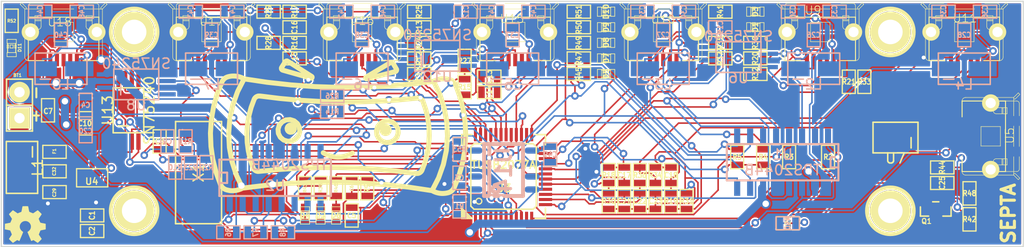
<source format=kicad_pcb>
(kicad_pcb (version 4) (host pcbnew "(2014-09-06 BZR 5115)-product")
  (layers (0 F.Cu signal) (31 B.Cu signal) (34 B.Paste user) (35 F.Paste user) (36 B.SilkS user) (37 F.SilkS user) (38 B.Mask user) (39 F.Mask user) (44 Edge.Cuts user))
  (net 0 "")
  (net 1 "Net-(BT1-Pad1)")
  (net 2 GND)
  (net 3 VCC)
  (net 4 RST)
  (net 5 3.3V)
  (net 6 "Net-(C5-Pad1)")
  (net 7 "Net-(C6-Pad1)")
  (net 8 "Net-(C8-Pad1)")
  (net 9 "Net-(C9-Pad1)")
  (net 10 "Net-(C11-Pad1)")
  (net 11 "Net-(C12-Pad1)")
  (net 12 "Net-(C13-Pad1)")
  (net 13 "Net-(C14-Pad1)")
  (net 14 "Net-(C15-Pad1)")
  (net 15 "Net-(C16-Pad1)")
  (net 16 "Net-(C17-Pad1)")
  (net 17 "Net-(C18-Pad1)")
  (net 18 "Net-(C19-Pad1)")
  (net 19 "Net-(C21-Pad1)")
  (net 20 "Net-(C22-Pad1)")
  (net 21 "Net-(C23-Pad1)")
  (net 22 DM0)
  (net 23 DP0)
  (net 24 OUT2)
  (net 25 OUT3)
  (net 26 OUT1)
  (net 27 "Net-(C29-Pad1)")
  (net 28 "Net-(C30-Pad2)")
  (net 29 "Net-(C31-Pad2)")
  (net 30 "Net-(C35-Pad2)")
  (net 31 OUT4)
  (net 32 OUT5)
  (net 33 OUT6)
  (net 34 OUT7)
  (net 35 "Net-(C41-Pad2)")
  (net 36 "Net-(C42-Pad2)")
  (net 37 "Net-(C43-Pad2)")
  (net 38 "Net-(C44-Pad2)")
  (net 39 "Net-(C49-Pad2)")
  (net 40 "Net-(D1-Pad2)")
  (net 41 "Net-(D2-Pad1)")
  (net 42 "Net-(D3-Pad2)")
  (net 43 "Net-(D4-Pad1)")
  (net 44 "Net-(D5-Pad2)")
  (net 45 "Net-(D6-Pad1)")
  (net 46 "Net-(D7-Pad2)")
  (net 47 "Net-(D8-Pad2)")
  (net 48 "Net-(D9-Pad2)")
  (net 49 "Net-(D10-Pad2)")
  (net 50 "Net-(D11-Pad2)")
  (net 51 "Net-(Q1-Pad1)")
  (net 52 DP0PUR)
  (net 53 "Net-(Q1-Pad2)")
  (net 54 OC1)
  (net 55 OC2)
  (net 56 OC3)
  (net 57 OC4)
  (net 58 OC5)
  (net 59 OC6)
  (net 60 OC7)
  (net 61 "Net-(R9-Pad1)")
  (net 62 DP7)
  (net 63 DM7)
  (net 64 DP6)
  (net 65 DM6)
  (net 66 DP5)
  (net 67 DM5)
  (net 68 DP4)
  (net 69 DM4)
  (net 70 DP3)
  (net 71 DM3)
  (net 72 DP2)
  (net 73 DM2)
  (net 74 DP1)
  (net 75 DM1)
  (net 76 PWRON1)
  (net 77 HUBCFG)
  (net 78 "Net-(R40-Pad1)")
  (net 79 PWRON2)
  (net 80 "Net-(R42-Pad2)")
  (net 81 PORTPWR)
  (net 82 "Net-(R44-Pad1)")
  (net 83 PWRON3)
  (net 84 PORTDIS)
  (net 85 PWRON4)
  (net 86 PWRON5)
  (net 87 PWRON6)
  (net 88 PWRON7)
  (net 89 "Net-(R53-Pad1)")
  (net 90 EEDATA)
  (net 91 "Net-(U2-Pad8)")
  (net 92 "Net-(U2-Pad9)")
  (net 93 "Net-(U2-Pad10)")
  (net 94 EECLK)
  (net 95 "Net-(U3-Pad1)")
  (net 96 "Net-(U4-Pad4)")
  (net 97 "Net-(U7-Pad6)")
  (net 98 "Net-(U7-Pad8)")
  (net 99 "Net-(U14-Pad7)")
  (module Housings_SOIC:SOIC-16_Narrow (layer B.Cu) (at 112.014 44.958 180)
    (fp_text reference U1 (at 0 0.762 180) (layer B.SilkS) (effects (justify mirror)))
    (fp_text value TPS2044B (at 0 -0.762 180) (layer B.SilkS) (effects (justify mirror)))
    (pad 1 smd rect (at -4.445 -2.54 180) (size 0.6 1.5) (layers B.Cu B.Paste B.Mask) (net 2 GND))
    (pad 2 smd rect (at -3.175 -2.54 180) (size 0.6 1.5) (layers B.Cu B.Paste B.Mask) (net 3 VCC))
    (pad 3 smd rect (at -1.905 -2.54 180) (size 0.6 1.5) (layers B.Cu B.Paste B.Mask) (net 76 PWRON1))
    (pad 4 smd rect (at -0.635 -2.54 180) (size 0.6 1.5) (layers B.Cu B.Paste B.Mask) (net 79 PWRON2))
    (pad 5 smd rect (at 0.635 -2.54 180) (size 0.6 1.5) (layers B.Cu B.Paste B.Mask) (net 2 GND))
    (pad 6 smd rect (at 1.905 -2.54 180) (size 0.6 1.5) (layers B.Cu B.Paste B.Mask) (net 3 VCC))
    (pad 7 smd rect (at 3.175 -2.54 180) (size 0.6 1.5) (layers B.Cu B.Paste B.Mask) (net 83 PWRON3))
    (pad 8 smd rect (at 4.445 -2.54 180) (size 0.6 1.5) (layers B.Cu B.Paste B.Mask) (net 85 PWRON4))
    (pad 9 smd rect (at 4.445 2.54 180) (size 0.6 1.5) (layers B.Cu B.Paste B.Mask) (net 57 OC4))
    (pad 10 smd rect (at 3.175 2.54 180) (size 0.6 1.5) (layers B.Cu B.Paste B.Mask) (net 31 OUT4))
    (pad 11 smd rect (at 1.905 2.54 180) (size 0.6 1.5) (layers B.Cu B.Paste B.Mask) (net 25 OUT3))
    (pad 12 smd rect (at 0.635 2.54 180) (size 0.6 1.5) (layers B.Cu B.Paste B.Mask) (net 56 OC3))
    (pad 13 smd rect (at -0.635 2.54 180) (size 0.6 1.5) (layers B.Cu B.Paste B.Mask) (net 55 OC2))
    (pad 14 smd rect (at -1.905 2.54 180) (size 0.6 1.5) (layers B.Cu B.Paste B.Mask) (net 24 OUT2))
    (pad 15 smd rect (at -3.175 2.54 180) (size 0.6 1.5) (layers B.Cu B.Paste B.Mask) (net 26 OUT1))
    (pad 16 smd rect (at -4.445 2.54 180) (size 0.6 1.5) (layers B.Cu B.Paste B.Mask) (net 54 OC1))
  )
  (module LEDs:LED-0603 (layer F.Cu) (at 36.576 33.782 90)
    (fp_text reference D11 (at 0.0381 0.7874 90) (layer F.SilkS) (effects (font (size 0.3 0.3) (thickness 0.075))))
    (fp_text value "LED(G)" hide)
    (pad 1 smd rect (at -0.7493 0 90) (size 0.79756 0.79756) (layers F.Cu F.Paste F.Mask) (net 3 VCC))
    (pad 2 smd rect (at 0.7493 0 90) (size 0.79756 0.79756) (layers F.Cu F.Paste F.Mask) (net 50 "Net-(D11-Pad2)"))
  )
  (module Connect:1pin (layer F.Cu) (at 122.56 49.71)
    (fp_text reference 3PIN hide)
    (fp_text value P*** hide)
    (pad 1 thru_hole circle (at 0 0) (size 4 4) (drill 2.4) (layers *.Cu *.Mask F.SilkS))
  )
  (module Connect:1pin (layer F.Cu) (at 48.56 49.71)
    (fp_text reference 4PIN hide)
    (fp_text value P*** hide)
    (pad 1 thru_hole circle (at 0 0) (size 4 4) (drill 2.4) (layers *.Cu *.Mask F.SilkS))
  )
  (module Connect:1pin (layer F.Cu) (at 122.56 32.21)
    (fp_text reference 2PIN hide)
    (fp_text value P*** hide)
    (pad 1 thru_hole circle (at 0 0) (size 4 4) (drill 2.4) (layers *.Cu *.Mask F.SilkS))
  )
  (module LEDs:LED-0603 (layer F.Cu) (at 109.347 31.75 180)
    (fp_text reference D1 (at 0 0 270) (layer F.SilkS) (effects (font (size 0.508 0.508) (thickness 0.127))))
    (fp_text value "LED(G)" hide)
    (pad 1 smd rect (at -0.7493 0 180) (size 0.79756 0.79756) (layers F.Cu F.Paste F.Mask) (net 5 3.3V))
    (pad 2 smd rect (at 0.7493 0 180) (size 0.79756 0.79756) (layers F.Cu F.Paste F.Mask) (net 40 "Net-(D1-Pad2)"))
  )
  (module LEDs:LED-0603 (layer F.Cu) (at 66.802 50.165 270)
    (fp_text reference D2 (at 0 0 360) (layer F.SilkS) (effects (font (size 0.508 0.508) (thickness 0.127))))
    (fp_text value "LED(G)" hide)
    (pad 1 smd rect (at -0.7493 0 270) (size 0.79756 0.79756) (layers F.Cu F.Paste F.Mask) (net 41 "Net-(D2-Pad1)"))
    (pad 2 smd rect (at 0.7493 0 270) (size 0.79756 0.79756) (layers F.Cu F.Paste F.Mask) (net 2 GND))
  )
  (module LEDs:LED-0603 (layer F.Cu) (at 109.347 30.226 180)
    (fp_text reference D3 (at 0 0 450) (layer F.SilkS) (effects (font (size 0.508 0.508) (thickness 0.127))))
    (fp_text value "LED(G)" hide)
    (pad 1 smd rect (at -0.7493 0 180) (size 0.79756 0.79756) (layers F.Cu F.Paste F.Mask) (net 5 3.3V))
    (pad 2 smd rect (at 0.7493 0 180) (size 0.79756 0.79756) (layers F.Cu F.Paste F.Mask) (net 42 "Net-(D3-Pad2)"))
  )
  (module LEDs:LED-0603 (layer F.Cu) (at 65.278 50.165 270)
    (fp_text reference D4 (at 0 0 360) (layer F.SilkS) (effects (font (size 0.508 0.508) (thickness 0.127))))
    (fp_text value "LED(G)" hide)
    (pad 1 smd rect (at -0.7493 0 270) (size 0.79756 0.79756) (layers F.Cu F.Paste F.Mask) (net 43 "Net-(D4-Pad1)"))
    (pad 2 smd rect (at 0.7493 0 270) (size 0.79756 0.79756) (layers F.Cu F.Paste F.Mask) (net 2 GND))
  )
  (module LEDs:LED-0603 (layer F.Cu) (at 94.742 36.322 180)
    (fp_text reference D5 (at 0 0 270) (layer F.SilkS) (effects (font (size 0.508 0.508) (thickness 0.127))))
    (fp_text value "LED(G)" hide)
    (pad 1 smd rect (at -0.7493 0 180) (size 0.79756 0.79756) (layers F.Cu F.Paste F.Mask) (net 5 3.3V))
    (pad 2 smd rect (at 0.7493 0 180) (size 0.79756 0.79756) (layers F.Cu F.Paste F.Mask) (net 44 "Net-(D5-Pad2)"))
  )
  (module LEDs:LED-0603 (layer F.Cu) (at 68.326 50.165 270)
    (fp_text reference D6 (at 0 0 360) (layer F.SilkS) (effects (font (size 0.508 0.508) (thickness 0.127))))
    (fp_text value "LED(G)" hide)
    (pad 1 smd rect (at -0.7493 0 270) (size 0.79756 0.79756) (layers F.Cu F.Paste F.Mask) (net 45 "Net-(D6-Pad1)"))
    (pad 2 smd rect (at 0.7493 0 270) (size 0.79756 0.79756) (layers F.Cu F.Paste F.Mask) (net 2 GND))
  )
  (module LEDs:LED-0603 (layer F.Cu) (at 94.742 34.798 180)
    (fp_text reference D7 (at -0.015595 0.0359 270) (layer F.SilkS) (effects (font (size 0.508 0.508) (thickness 0.127))))
    (fp_text value "LED(G)" hide)
    (pad 1 smd rect (at -0.7493 0 180) (size 0.79756 0.79756) (layers F.Cu F.Paste F.Mask) (net 5 3.3V))
    (pad 2 smd rect (at 0.7493 0 180) (size 0.79756 0.79756) (layers F.Cu F.Paste F.Mask) (net 46 "Net-(D7-Pad2)"))
  )
  (module LEDs:LED-0603 (layer F.Cu) (at 94.742 33.274 180)
    (fp_text reference D8 (at -0.000595 0.0369 450) (layer F.SilkS) (effects (font (size 0.508 0.508) (thickness 0.127))))
    (fp_text value "LED(G)" hide)
    (pad 1 smd rect (at -0.7493 0 180) (size 0.79756 0.79756) (layers F.Cu F.Paste F.Mask) (net 5 3.3V))
    (pad 2 smd rect (at 0.7493 0 180) (size 0.79756 0.79756) (layers F.Cu F.Paste F.Mask) (net 47 "Net-(D8-Pad2)"))
  )
  (module LEDs:LED-0603 (layer F.Cu) (at 94.742 31.75 180)
    (fp_text reference D9 (at 0 0 270) (layer F.SilkS) (effects (font (size 0.508 0.508) (thickness 0.127))))
    (fp_text value "LED(G)" hide)
    (pad 1 smd rect (at -0.7493 0 180) (size 0.79756 0.79756) (layers F.Cu F.Paste F.Mask) (net 5 3.3V))
    (pad 2 smd rect (at 0.7493 0 180) (size 0.79756 0.79756) (layers F.Cu F.Paste F.Mask) (net 48 "Net-(D9-Pad2)"))
  )
  (module LEDs:LED-0603 (layer F.Cu) (at 94.742 30.226 180)
    (fp_text reference D10 (at 0 0 270) (layer F.SilkS) (effects (font (size 0.508 0.508) (thickness 0.127))))
    (fp_text value "LED(G)" hide)
    (pad 1 smd rect (at -0.7493 0 180) (size 0.79756 0.79756) (layers F.Cu F.Paste F.Mask) (net 5 3.3V))
    (pad 2 smd rect (at 0.7493 0 180) (size 0.79756 0.79756) (layers F.Cu F.Paste F.Mask) (net 49 "Net-(D10-Pad2)"))
  )
  (module SMD_Packages:SMD-0603 (layer F.Cu) (at 40.767 43.942 180)
    (fp_text reference F1 (at 0.0127 0.0635 270) (layer F.SilkS) (effects (font (size 0.3 0.3) (thickness 0.075))))
    (fp_text value FUSE hide)
    (pad 1 smd rect (at -0.762 0 180) (size 0.635 1.143) (layers F.Cu F.Paste F.Mask) (net 27 "Net-(C29-Pad1)"))
    (pad 2 smd rect (at 0.762 0 180) (size 0.635 1.143) (layers F.Cu F.Paste F.Mask) (net 3 VCC))
  )
  (module usb_hub:FB-28F0121 (layer F.Cu) (at 37.592 45.466 270)
    (fp_text reference L1 (at 0 -1.524 270) (layer F.SilkS))
    (fp_text value FERRITE hide)
    (pad 1 smd rect (at -1.79 0 270) (size 2.77 1.47) (layers F.Cu F.Paste F.Mask) (net 1 "Net-(BT1-Pad1)"))
    (pad 2 smd rect (at 1.79 0 270) (size 2.77 1.47) (layers F.Cu F.Paste F.Mask) (net 27 "Net-(C29-Pad1)"))
  )
  (module usb_hub:FB-28F0121 (layer B.Cu) (at 115.062 35.814)
    (fp_text reference L2 (at 0 1.524) (layer B.SilkS) (effects (justify mirror)))
    (fp_text value FERRITE hide)
    (pad 1 smd rect (at -1.79 0) (size 2.77 1.47) (layers B.Cu B.Paste B.Mask) (net 24 OUT2))
    (pad 2 smd rect (at 1.79 0) (size 2.77 1.47) (layers B.Cu B.Paste B.Mask) (net 28 "Net-(C30-Pad2)"))
  )
  (module usb_hub:FB-28F0121 (layer B.Cu) (at 100.33 35.814)
    (fp_text reference L3 (at 0 1.524) (layer B.SilkS) (effects (justify mirror)))
    (fp_text value FERRITE hide)
    (pad 1 smd rect (at -1.79 0) (size 2.77 1.47) (layers B.Cu B.Paste B.Mask) (net 25 OUT3))
    (pad 2 smd rect (at 1.79 0) (size 2.77 1.47) (layers B.Cu B.Paste B.Mask) (net 29 "Net-(C31-Pad2)"))
  )
  (module usb_hub:FB-28F0121 (layer B.Cu) (at 129.794 35.814)
    (fp_text reference L4 (at 0 1.524) (layer B.SilkS) (effects (justify mirror)))
    (fp_text value FERRITE hide)
    (pad 1 smd rect (at -1.79 0) (size 2.77 1.47) (layers B.Cu B.Paste B.Mask) (net 26 OUT1))
    (pad 2 smd rect (at 1.79 0) (size 2.77 1.47) (layers B.Cu B.Paste B.Mask) (net 30 "Net-(C35-Pad2)"))
  )
  (module usb_hub:FB-28F0121 (layer B.Cu) (at 85.598 35.814)
    (fp_text reference L5 (at 0 1.524) (layer B.SilkS) (effects (justify mirror)))
    (fp_text value FERRITE hide)
    (pad 1 smd rect (at -1.79 0) (size 2.77 1.47) (layers B.Cu B.Paste B.Mask) (net 31 OUT4))
    (pad 2 smd rect (at 1.79 0) (size 2.77 1.47) (layers B.Cu B.Paste B.Mask) (net 35 "Net-(C41-Pad2)"))
  )
  (module usb_hub:FB-28F0121 (layer B.Cu) (at 70.866 35.814)
    (fp_text reference L6 (at 0 1.524) (layer B.SilkS) (effects (justify mirror)))
    (fp_text value FERRITE hide)
    (pad 1 smd rect (at -1.79 0) (size 2.77 1.47) (layers B.Cu B.Paste B.Mask) (net 32 OUT5))
    (pad 2 smd rect (at 1.79 0) (size 2.77 1.47) (layers B.Cu B.Paste B.Mask) (net 36 "Net-(C42-Pad2)"))
  )
  (module usb_hub:FB-28F0121 (layer B.Cu) (at 56.134 35.814)
    (fp_text reference L7 (at 0 1.524) (layer B.SilkS) (effects (justify mirror)))
    (fp_text value FERRITE hide)
    (pad 1 smd rect (at -1.79 0) (size 2.77 1.47) (layers B.Cu B.Paste B.Mask) (net 33 OUT6))
    (pad 2 smd rect (at 1.79 0) (size 2.77 1.47) (layers B.Cu B.Paste B.Mask) (net 37 "Net-(C43-Pad2)"))
  )
  (module usb_hub:FB-28F0121 (layer B.Cu) (at 41.402 35.814)
    (fp_text reference L8 (at 0 1.524) (layer B.SilkS) (effects (justify mirror)))
    (fp_text value FERRITE hide)
    (pad 1 smd rect (at -1.79 0) (size 2.77 1.47) (layers B.Cu B.Paste B.Mask) (net 34 OUT7))
    (pad 2 smd rect (at 1.79 0) (size 2.77 1.47) (layers B.Cu B.Paste B.Mask) (net 38 "Net-(C44-Pad2)"))
  )
  (module Transistors_SMD:sot23 (layer F.Cu) (at 127 49.53 180)
    (fp_text reference Q1 (at 0.9 -1.2 180) (layer F.SilkS) (effects (font (size 0.50038 0.50038) (thickness 0.09906))))
    (fp_text value 2N3904 hide)
    (pad 1 smd rect (at -0.9525 1.05664 180) (size 0.59944 1.00076) (layers F.Cu F.Paste F.Mask) (net 51 "Net-(Q1-Pad1)"))
    (pad 3 smd rect (at 0 -1.05664 180) (size 0.59944 1.00076) (layers F.Cu F.Paste F.Mask) (net 52 DP0PUR))
    (pad 2 smd rect (at 0.9525 1.05664 180) (size 0.59944 1.00076) (layers F.Cu F.Paste F.Mask) (net 53 "Net-(Q1-Pad2)"))
  )
  (module Housings_SOIC:SOIC-16_Narrow (layer B.Cu) (at 62.357 46.482)
    (fp_text reference U2 (at 0 0.762) (layer B.SilkS) (effects (justify mirror)))
    (fp_text value TPS2044B (at 1.397 -1.27) (layer B.SilkS) (effects (justify mirror)))
    (pad 1 smd rect (at -4.445 -2.54) (size 0.6 1.5) (layers B.Cu B.Paste B.Mask) (net 2 GND))
    (pad 2 smd rect (at -3.175 -2.54) (size 0.6 1.5) (layers B.Cu B.Paste B.Mask) (net 3 VCC))
    (pad 3 smd rect (at -1.905 -2.54) (size 0.6 1.5) (layers B.Cu B.Paste B.Mask) (net 86 PWRON5))
    (pad 4 smd rect (at -0.635 -2.54) (size 0.6 1.5) (layers B.Cu B.Paste B.Mask) (net 87 PWRON6))
    (pad 5 smd rect (at 0.635 -2.54) (size 0.6 1.5) (layers B.Cu B.Paste B.Mask) (net 2 GND))
    (pad 6 smd rect (at 1.905 -2.54) (size 0.6 1.5) (layers B.Cu B.Paste B.Mask) (net 3 VCC))
    (pad 7 smd rect (at 3.175 -2.54) (size 0.6 1.5) (layers B.Cu B.Paste B.Mask) (net 88 PWRON7))
    (pad 8 smd rect (at 4.445 -2.54) (size 0.6 1.5) (layers B.Cu B.Paste B.Mask) (net 91 "Net-(U2-Pad8)"))
    (pad 9 smd rect (at 4.445 2.54) (size 0.6 1.5) (layers B.Cu B.Paste B.Mask) (net 92 "Net-(U2-Pad9)"))
    (pad 10 smd rect (at 3.175 2.54) (size 0.6 1.5) (layers B.Cu B.Paste B.Mask) (net 93 "Net-(U2-Pad10)"))
    (pad 11 smd rect (at 1.905 2.54) (size 0.6 1.5) (layers B.Cu B.Paste B.Mask) (net 34 OUT7))
    (pad 12 smd rect (at 0.635 2.54) (size 0.6 1.5) (layers B.Cu B.Paste B.Mask) (net 60 OC7))
    (pad 13 smd rect (at -0.635 2.54) (size 0.6 1.5) (layers B.Cu B.Paste B.Mask) (net 59 OC6))
    (pad 14 smd rect (at -1.905 2.54) (size 0.6 1.5) (layers B.Cu B.Paste B.Mask) (net 33 OUT6))
    (pad 15 smd rect (at -3.175 2.54) (size 0.6 1.5) (layers B.Cu B.Paste B.Mask) (net 32 OUT5))
    (pad 16 smd rect (at -4.445 2.54) (size 0.6 1.5) (layers B.Cu B.Paste B.Mask) (net 58 OC5))
  )
  (module SMD_Packages:SOT-23-5 (layer F.Cu) (at 44.45 46.482 180)
    (fp_text reference U4 (at 0.0381 -0.3556 360) (layer F.SilkS) (effects (font (size 0.635 0.635) (thickness 0.127))))
    (fp_text value TPS76333 hide)
    (pad 1 smd rect (at -0.9525 1.27 180) (size 0.508 0.762) (layers F.Cu F.Paste F.Mask) (net 3 VCC))
    (pad 3 smd rect (at 0.9525 1.27 180) (size 0.508 0.762) (layers F.Cu F.Paste F.Mask) (net 3 VCC))
    (pad 5 smd rect (at -0.9525 -1.27 180) (size 0.508 0.762) (layers F.Cu F.Paste F.Mask) (net 5 3.3V))
    (pad 2 smd rect (at 0 1.27 180) (size 0.508 0.762) (layers F.Cu F.Paste F.Mask) (net 2 GND))
    (pad 4 smd rect (at 0.9525 -1.27 180) (size 0.508 0.762) (layers F.Cu F.Paste F.Mask) (net 96 "Net-(U4-Pad4)"))
  )
  (module usb_hub:FOX6MHZ (layer F.Cu) (at 54.864 45.974 270)
    (fp_text reference X1 (at 0 0 270) (layer F.SilkS))
    (fp_text value "6 MHz" hide)
    (pad 1 smd rect (at -4.25 0 270) (size 2.5 3) (layers F.Cu F.Paste F.Mask) (net 7 "Net-(C6-Pad1)"))
    (pad 2 smd rect (at 4.25 0 270) (size 2.5 3) (layers F.Cu F.Paste F.Mask) (net 6 "Net-(C5-Pad1)"))
  )
  (module SMD_Packages:SMD-0603 (layer F.Cu) (at 44.45 50.165)
    (fp_text reference C1 (at 0 0 90) (layer F.SilkS) (effects (font (size 0.508 0.4572) (thickness 0.1143))))
    (fp_text value 1uF hide)
    (pad 1 smd rect (at -0.762 0) (size 0.635 1.143) (layers F.Cu F.Paste F.Mask) (net 3 VCC))
    (pad 2 smd rect (at 0.762 0) (size 0.635 1.143) (layers F.Cu F.Paste F.Mask) (net 2 GND))
  )
  (module SMD_Packages:SMD-0603 (layer F.Cu) (at 44.45 51.689)
    (fp_text reference C2 (at 0 0 90) (layer F.SilkS) (effects (font (size 0.508 0.4572) (thickness 0.1143))))
    (fp_text value 1uF hide)
    (pad 1 smd rect (at -0.762 0) (size 0.635 1.143) (layers F.Cu F.Paste F.Mask) (net 3 VCC))
    (pad 2 smd rect (at 0.762 0) (size 0.635 1.143) (layers F.Cu F.Paste F.Mask) (net 2 GND))
  )
  (module SMD_Packages:SMD-0603 (layer B.Cu) (at 80.391 46.482 90)
    (fp_text reference C3 (at 0 0 180) (layer B.SilkS) (effects (font (size 0.508 0.4572) (thickness 0.1143)) (justify mirror)))
    (fp_text value .1uF hide)
    (pad 1 smd rect (at -0.762 0 90) (size 0.635 1.143) (layers B.Cu B.Paste B.Mask) (net 4 RST))
    (pad 2 smd rect (at 0.762 0 90) (size 0.635 1.143) (layers B.Cu B.Paste B.Mask) (net 2 GND))
  )
  (module SMD_Packages:SMD-0603 (layer B.Cu) (at 43.815 39.37 270)
    (fp_text reference C4 (at 0 0 360) (layer B.SilkS) (effects (font (size 0.508 0.4572) (thickness 0.1143)) (justify mirror)))
    (fp_text value .1uF hide)
    (pad 1 smd rect (at -0.762 0 270) (size 0.635 1.143) (layers B.Cu B.Paste B.Mask) (net 5 3.3V))
    (pad 2 smd rect (at 0.762 0 270) (size 0.635 1.143) (layers B.Cu B.Paste B.Mask) (net 2 GND))
  )
  (module SMD_Packages:SMD-0603 (layer F.Cu) (at 69.85 50.165 270)
    (fp_text reference C5 (at 0 0 360) (layer F.SilkS) (effects (font (size 0.508 0.4572) (thickness 0.1143))))
    (fp_text value 33pF hide)
    (pad 1 smd rect (at -0.762 0 270) (size 0.635 1.143) (layers F.Cu F.Paste F.Mask) (net 6 "Net-(C5-Pad1)"))
    (pad 2 smd rect (at 0.762 0 270) (size 0.635 1.143) (layers F.Cu F.Paste F.Mask) (net 2 GND))
  )
  (module SMD_Packages:SMD-0603 (layer F.Cu) (at 69.85 47.498 270)
    (fp_text reference C6 (at 0 0 270) (layer F.SilkS) (effects (font (size 0.3 0.3) (thickness 0.075))))
    (fp_text value 33pF hide)
    (pad 1 smd rect (at -0.762 0 270) (size 0.635 1.143) (layers F.Cu F.Paste F.Mask) (net 7 "Net-(C6-Pad1)"))
    (pad 2 smd rect (at 0.762 0 270) (size 0.635 1.143) (layers F.Cu F.Paste F.Mask) (net 2 GND))
  )
  (module SMD_Packages:SMD-0603 (layer F.Cu) (at 40.132 39.878 90)
    (fp_text reference C7 (at -0.0889 0.0127 180) (layer F.SilkS) (effects (font (size 0.508 0.4572) (thickness 0.1143))))
    (fp_text value 4.7uF hide)
    (pad 1 smd rect (at -0.762 0 90) (size 0.635 1.143) (layers F.Cu F.Paste F.Mask) (net 3 VCC))
    (pad 2 smd rect (at 0.762 0 90) (size 0.635 1.143) (layers F.Cu F.Paste F.Mask) (net 2 GND))
  )
  (module SMD_Packages:SMD-0603 (layer F.Cu) (at 51.054 42.926 90)
    (fp_text reference C8 (at 0 0 180) (layer F.SilkS) (effects (font (size 0.508 0.4572) (thickness 0.1143))))
    (fp_text value 22pF hide)
    (pad 1 smd rect (at -0.762 0 90) (size 0.635 1.143) (layers F.Cu F.Paste F.Mask) (net 8 "Net-(C8-Pad1)"))
    (pad 2 smd rect (at 0.762 0 90) (size 0.635 1.143) (layers F.Cu F.Paste F.Mask) (net 2 GND))
  )
  (module SMD_Packages:SMD-0603 (layer B.Cu) (at 51.816 42.926 90)
    (fp_text reference C9 (at 0 0 180) (layer B.SilkS) (effects (font (size 0.508 0.4572) (thickness 0.1143)) (justify mirror)))
    (fp_text value 22pF hide)
    (pad 1 smd rect (at -0.762 0 90) (size 0.635 1.143) (layers B.Cu B.Paste B.Mask) (net 9 "Net-(C9-Pad1)"))
    (pad 2 smd rect (at 0.762 0 90) (size 0.635 1.143) (layers B.Cu B.Paste B.Mask) (net 2 GND))
  )
  (module SMD_Packages:SMD-0603 (layer F.Cu) (at 43.815 41.148 90)
    (fp_text reference C10 (at -0.0127 -0.0762 360) (layer F.SilkS) (effects (font (size 0.508 0.4572) (thickness 0.1143))))
    (fp_text value .1uF hide)
    (pad 1 smd rect (at -0.762 0 90) (size 0.635 1.143) (layers F.Cu F.Paste F.Mask) (net 3 VCC))
    (pad 2 smd rect (at 0.762 0 90) (size 0.635 1.143) (layers F.Cu F.Paste F.Mask) (net 2 GND))
  )
  (module SMD_Packages:SMD-0603 (layer F.Cu) (at 76.454 36.322)
    (fp_text reference C11 (at 0 0 270) (layer F.SilkS) (effects (font (size 0.508 0.4572) (thickness 0.1143))))
    (fp_text value 22pF hide)
    (pad 1 smd rect (at -0.762 0) (size 0.635 1.143) (layers F.Cu F.Paste F.Mask) (net 10 "Net-(C11-Pad1)"))
    (pad 2 smd rect (at 0.762 0) (size 0.635 1.143) (layers F.Cu F.Paste F.Mask) (net 2 GND))
  )
  (module SMD_Packages:SMD-0603 (layer B.Cu) (at 81.026 30.226)
    (fp_text reference C12 (at 0 0 90) (layer B.SilkS) (effects (font (size 0.508 0.4572) (thickness 0.1143)) (justify mirror)))
    (fp_text value 22pF hide)
    (pad 1 smd rect (at -0.762 0) (size 0.635 1.143) (layers B.Cu B.Paste B.Mask) (net 11 "Net-(C12-Pad1)"))
    (pad 2 smd rect (at 0.762 0) (size 0.635 1.143) (layers B.Cu B.Paste B.Mask) (net 2 GND))
  )
  (module SMD_Packages:SMD-0603 (layer F.Cu) (at 83.312 36.576)
    (fp_text reference C13 (at 0 0 90) (layer F.SilkS) (effects (font (size 0.508 0.4572) (thickness 0.1143))))
    (fp_text value 22pF hide)
    (pad 1 smd rect (at -0.762 0) (size 0.635 1.143) (layers F.Cu F.Paste F.Mask) (net 12 "Net-(C13-Pad1)"))
    (pad 2 smd rect (at 0.762 0) (size 0.635 1.143) (layers F.Cu F.Paste F.Mask) (net 2 GND))
  )
  (module SMD_Packages:SMD-0603 (layer F.Cu) (at 83.312 38.1)
    (fp_text reference C14 (at 0 0 90) (layer F.SilkS) (effects (font (size 0.508 0.4572) (thickness 0.1143))))
    (fp_text value 22pF hide)
    (pad 1 smd rect (at -0.762 0) (size 0.635 1.143) (layers F.Cu F.Paste F.Mask) (net 13 "Net-(C14-Pad1)"))
    (pad 2 smd rect (at 0.762 0) (size 0.635 1.143) (layers F.Cu F.Paste F.Mask) (net 2 GND))
  )
  (module SMD_Packages:SMD-0603 (layer F.Cu) (at 64.262 34.798 180)
    (fp_text reference C15 (at 0 0 270) (layer F.SilkS) (effects (font (size 0.508 0.4572) (thickness 0.1143))))
    (fp_text value 22pF hide)
    (pad 1 smd rect (at -0.762 0 180) (size 0.635 1.143) (layers F.Cu F.Paste F.Mask) (net 14 "Net-(C15-Pad1)"))
    (pad 2 smd rect (at 0.762 0 180) (size 0.635 1.143) (layers F.Cu F.Paste F.Mask) (net 2 GND))
  )
  (module SMD_Packages:SMD-0603 (layer F.Cu) (at 64.262 31.75 180)
    (fp_text reference C16 (at 0 0 270) (layer F.SilkS) (effects (font (size 0.508 0.4572) (thickness 0.1143))))
    (fp_text value 22pF hide)
    (pad 1 smd rect (at -0.762 0 180) (size 0.635 1.143) (layers F.Cu F.Paste F.Mask) (net 15 "Net-(C16-Pad1)"))
    (pad 2 smd rect (at 0.762 0 180) (size 0.635 1.143) (layers F.Cu F.Paste F.Mask) (net 2 GND))
  )
  (module SMD_Packages:SMD-0603 (layer F.Cu) (at 96.52 46.228 270)
    (fp_text reference C17 (at 0 0 360) (layer F.SilkS) (effects (font (size 0.508 0.4572) (thickness 0.1143))))
    (fp_text value 22pF hide)
    (pad 1 smd rect (at -0.762 0 270) (size 0.635 1.143) (layers F.Cu F.Paste F.Mask) (net 16 "Net-(C17-Pad1)"))
    (pad 2 smd rect (at 0.762 0 270) (size 0.635 1.143) (layers F.Cu F.Paste F.Mask) (net 2 GND))
  )
  (module SMD_Packages:SMD-0603 (layer F.Cu) (at 101.092 46.228 90)
    (fp_text reference C18 (at 0 0 180) (layer F.SilkS) (effects (font (size 0.508 0.4572) (thickness 0.1143))))
    (fp_text value 22pF hide)
    (pad 1 smd rect (at -0.762 0 90) (size 0.635 1.143) (layers F.Cu F.Paste F.Mask) (net 17 "Net-(C18-Pad1)"))
    (pad 2 smd rect (at 0.762 0 90) (size 0.635 1.143) (layers F.Cu F.Paste F.Mask) (net 2 GND))
  )
  (module SMD_Packages:SMD-0603 (layer B.Cu) (at 105.918 31.75)
    (fp_text reference C19 (at 0 0 90) (layer B.SilkS) (effects (font (size 0.508 0.4572) (thickness 0.1143)) (justify mirror)))
    (fp_text value 22pF hide)
    (pad 1 smd rect (at -0.762 0) (size 0.635 1.143) (layers B.Cu B.Paste B.Mask) (net 18 "Net-(C19-Pad1)"))
    (pad 2 smd rect (at 0.762 0) (size 0.635 1.143) (layers B.Cu B.Paste B.Mask) (net 2 GND))
  )
  (module SMD_Packages:SMD-0603 (layer B.Cu) (at 43.815 41.91 90)
    (fp_text reference C20 (at 0 0 180) (layer B.SilkS) (effects (font (size 0.508 0.4572) (thickness 0.1143)) (justify mirror)))
    (fp_text value 4.7uF hide)
    (pad 1 smd rect (at -0.762 0 90) (size 0.635 1.143) (layers B.Cu B.Paste B.Mask) (net 5 3.3V))
    (pad 2 smd rect (at 0.762 0 90) (size 0.635 1.143) (layers B.Cu B.Paste B.Mask) (net 2 GND))
  )
  (module SMD_Packages:SMD-0603 (layer F.Cu) (at 96.52 48.768 270)
    (fp_text reference C21 (at 0 0 360) (layer F.SilkS) (effects (font (size 0.508 0.4572) (thickness 0.1143))))
    (fp_text value 22pF hide)
    (pad 1 smd rect (at -0.762 0 270) (size 0.635 1.143) (layers F.Cu F.Paste F.Mask) (net 19 "Net-(C21-Pad1)"))
    (pad 2 smd rect (at 0.762 0 270) (size 0.635 1.143) (layers F.Cu F.Paste F.Mask) (net 2 GND))
  )
  (module SMD_Packages:SMD-0603 (layer F.Cu) (at 98.044 48.768 270)
    (fp_text reference C22 (at 0 0 360) (layer F.SilkS) (effects (font (size 0.508 0.4572) (thickness 0.1143))))
    (fp_text value 22pF hide)
    (pad 1 smd rect (at -0.762 0 270) (size 0.635 1.143) (layers F.Cu F.Paste F.Mask) (net 20 "Net-(C22-Pad1)"))
    (pad 2 smd rect (at 0.762 0 270) (size 0.635 1.143) (layers F.Cu F.Paste F.Mask) (net 2 GND))
  )
  (module SMD_Packages:SMD-0603 (layer F.Cu) (at 99.568 48.768 270)
    (fp_text reference C23 (at 0 0 360) (layer F.SilkS) (effects (font (size 0.508 0.4572) (thickness 0.1143))))
    (fp_text value 22pF hide)
    (pad 1 smd rect (at -0.762 0 270) (size 0.635 1.143) (layers F.Cu F.Paste F.Mask) (net 21 "Net-(C23-Pad1)"))
    (pad 2 smd rect (at 0.762 0 270) (size 0.635 1.143) (layers F.Cu F.Paste F.Mask) (net 2 GND))
  )
  (module SMD_Packages:SMD-0603 (layer F.Cu) (at 112.522 50.927 180)
    (fp_text reference C24 (at 0 0 270) (layer F.SilkS) (effects (font (size 0.508 0.4572) (thickness 0.1143))))
    (fp_text value 22pF hide)
    (pad 1 smd rect (at -0.762 0 180) (size 0.635 1.143) (layers F.Cu F.Paste F.Mask) (net 22 DM0))
    (pad 2 smd rect (at 0.762 0 180) (size 0.635 1.143) (layers F.Cu F.Paste F.Mask) (net 2 GND))
  )
  (module SMD_Packages:SMD-0603 (layer F.Cu) (at 127.635 46.99)
    (fp_text reference C25 (at 0 0 90) (layer F.SilkS) (effects (font (size 0.508 0.4572) (thickness 0.1143))))
    (fp_text value 22pF hide)
    (pad 1 smd rect (at -0.762 0) (size 0.635 1.143) (layers F.Cu F.Paste F.Mask) (net 23 DP0))
    (pad 2 smd rect (at 0.762 0) (size 0.635 1.143) (layers F.Cu F.Paste F.Mask) (net 2 GND))
  )
  (module SMD_Packages:SMD-0603 (layer B.Cu) (at 115.062 32.512 270)
    (fp_text reference C26 (at 0 0 360) (layer B.SilkS) (effects (font (size 0.508 0.4572) (thickness 0.1143)) (justify mirror)))
    (fp_text value 4.7uF hide)
    (pad 1 smd rect (at -0.762 0 270) (size 0.635 1.143) (layers B.Cu B.Paste B.Mask) (net 2 GND))
    (pad 2 smd rect (at 0.762 0 270) (size 0.635 1.143) (layers B.Cu B.Paste B.Mask) (net 24 OUT2))
  )
  (module SMD_Packages:SMD-0603 (layer B.Cu) (at 100.33 32.512 270)
    (fp_text reference C27 (at 0 0 360) (layer B.SilkS) (effects (font (size 0.508 0.4572) (thickness 0.1143)) (justify mirror)))
    (fp_text value 4.7uF hide)
    (pad 1 smd rect (at -0.762 0 270) (size 0.635 1.143) (layers B.Cu B.Paste B.Mask) (net 2 GND))
    (pad 2 smd rect (at 0.762 0 270) (size 0.635 1.143) (layers B.Cu B.Paste B.Mask) (net 25 OUT3))
  )
  (module SMD_Packages:SMD-0603 (layer B.Cu) (at 129.794 32.512 270)
    (fp_text reference C28 (at 0 0 360) (layer B.SilkS) (effects (font (size 0.508 0.4572) (thickness 0.1143)) (justify mirror)))
    (fp_text value 4.7uF hide)
    (pad 1 smd rect (at -0.762 0 270) (size 0.635 1.143) (layers B.Cu B.Paste B.Mask) (net 2 GND))
    (pad 2 smd rect (at 0.762 0 270) (size 0.635 1.143) (layers B.Cu B.Paste B.Mask) (net 26 OUT1))
  )
  (module SMD_Packages:SMD-0603 (layer F.Cu) (at 40.767 47.879 180)
    (fp_text reference C29 (at 0.0127 -0.0508 270) (layer F.SilkS) (effects (font (size 0.3 0.3) (thickness 0.075))))
    (fp_text value .1uF hide)
    (pad 1 smd rect (at -0.762 0 180) (size 0.635 1.143) (layers F.Cu F.Paste F.Mask) (net 27 "Net-(C29-Pad1)"))
    (pad 2 smd rect (at 0.762 0 180) (size 0.635 1.143) (layers F.Cu F.Paste F.Mask) (net 2 GND))
  )
  (module SMD_Packages:SMD-0603 (layer B.Cu) (at 113.03 30.226)
    (fp_text reference C30 (at 0 0 90) (layer B.SilkS) (effects (font (size 0.508 0.4572) (thickness 0.1143)) (justify mirror)))
    (fp_text value 22uF hide)
    (pad 1 smd rect (at -0.762 0) (size 0.635 1.143) (layers B.Cu B.Paste B.Mask) (net 2 GND))
    (pad 2 smd rect (at 0.762 0) (size 0.635 1.143) (layers B.Cu B.Paste B.Mask) (net 28 "Net-(C30-Pad2)"))
  )
  (module SMD_Packages:SMD-0603 (layer B.Cu) (at 98.298 30.226)
    (fp_text reference C31 (at 0 0 90) (layer B.SilkS) (effects (font (size 0.508 0.4572) (thickness 0.1143)) (justify mirror)))
    (fp_text value 22uF hide)
    (pad 1 smd rect (at -0.762 0) (size 0.635 1.143) (layers B.Cu B.Paste B.Mask) (net 2 GND))
    (pad 2 smd rect (at 0.762 0) (size 0.635 1.143) (layers B.Cu B.Paste B.Mask) (net 29 "Net-(C31-Pad2)"))
  )
  (module SMD_Packages:SMD-0603 (layer F.Cu) (at 40.767 45.847 180)
    (fp_text reference C32 (at 0.0254 0 270) (layer F.SilkS) (effects (font (size 0.3 0.3) (thickness 0.075))))
    (fp_text value 4.7uF hide)
    (pad 1 smd rect (at -0.762 0 180) (size 0.635 1.143) (layers F.Cu F.Paste F.Mask) (net 27 "Net-(C29-Pad1)"))
    (pad 2 smd rect (at 0.762 0 180) (size 0.635 1.143) (layers F.Cu F.Paste F.Mask) (net 2 GND))
  )
  (module SMD_Packages:SMD-0603 (layer B.Cu) (at 117.094 30.226 180)
    (fp_text reference C33 (at 0 0 270) (layer B.SilkS) (effects (font (size 0.508 0.4572) (thickness 0.1143)) (justify mirror)))
    (fp_text value .1uF hide)
    (pad 1 smd rect (at -0.762 0 180) (size 0.635 1.143) (layers B.Cu B.Paste B.Mask) (net 2 GND))
    (pad 2 smd rect (at 0.762 0 180) (size 0.635 1.143) (layers B.Cu B.Paste B.Mask) (net 28 "Net-(C30-Pad2)"))
  )
  (module SMD_Packages:SMD-0603 (layer B.Cu) (at 102.362 30.226 180)
    (fp_text reference C34 (at 0 0 270) (layer B.SilkS) (effects (font (size 0.508 0.4572) (thickness 0.1143)) (justify mirror)))
    (fp_text value .1uF hide)
    (pad 1 smd rect (at -0.762 0 180) (size 0.635 1.143) (layers B.Cu B.Paste B.Mask) (net 2 GND))
    (pad 2 smd rect (at 0.762 0 180) (size 0.635 1.143) (layers B.Cu B.Paste B.Mask) (net 29 "Net-(C31-Pad2)"))
  )
  (module SMD_Packages:SMD-0603 (layer B.Cu) (at 127.762 30.226)
    (fp_text reference C35 (at 0 0 90) (layer B.SilkS) (effects (font (size 0.508 0.4572) (thickness 0.1143)) (justify mirror)))
    (fp_text value 22uF hide)
    (pad 1 smd rect (at -0.762 0) (size 0.635 1.143) (layers B.Cu B.Paste B.Mask) (net 2 GND))
    (pad 2 smd rect (at 0.762 0) (size 0.635 1.143) (layers B.Cu B.Paste B.Mask) (net 30 "Net-(C35-Pad2)"))
  )
  (module SMD_Packages:SMD-0603 (layer B.Cu) (at 131.826 30.226 180)
    (fp_text reference C36 (at 0 0 270) (layer B.SilkS) (effects (font (size 0.508 0.4572) (thickness 0.1143)) (justify mirror)))
    (fp_text value .1uF hide)
    (pad 1 smd rect (at -0.762 0 180) (size 0.635 1.143) (layers B.Cu B.Paste B.Mask) (net 2 GND))
    (pad 2 smd rect (at 0.762 0 180) (size 0.635 1.143) (layers B.Cu B.Paste B.Mask) (net 30 "Net-(C35-Pad2)"))
  )
  (module SMD_Packages:SMD-0603 (layer B.Cu) (at 85.598 32.512 270)
    (fp_text reference C37 (at 0 0 360) (layer B.SilkS) (effects (font (size 0.508 0.4572) (thickness 0.1143)) (justify mirror)))
    (fp_text value 4.7uF hide)
    (pad 1 smd rect (at -0.762 0 270) (size 0.635 1.143) (layers B.Cu B.Paste B.Mask) (net 2 GND))
    (pad 2 smd rect (at 0.762 0 270) (size 0.635 1.143) (layers B.Cu B.Paste B.Mask) (net 31 OUT4))
  )
  (module SMD_Packages:SMD-0603 (layer B.Cu) (at 70.866 32.512 270)
    (fp_text reference C38 (at 0 0 360) (layer B.SilkS) (effects (font (size 0.508 0.4572) (thickness 0.1143)) (justify mirror)))
    (fp_text value 4.7uF hide)
    (pad 1 smd rect (at -0.762 0 270) (size 0.635 1.143) (layers B.Cu B.Paste B.Mask) (net 2 GND))
    (pad 2 smd rect (at 0.762 0 270) (size 0.635 1.143) (layers B.Cu B.Paste B.Mask) (net 32 OUT5))
  )
  (module SMD_Packages:SMD-0603 (layer B.Cu) (at 56.134 32.512 270)
    (fp_text reference C39 (at 0 0 360) (layer B.SilkS) (effects (font (size 0.508 0.4572) (thickness 0.1143)) (justify mirror)))
    (fp_text value 4.7uF hide)
    (pad 1 smd rect (at -0.762 0 270) (size 0.635 1.143) (layers B.Cu B.Paste B.Mask) (net 2 GND))
    (pad 2 smd rect (at 0.762 0 270) (size 0.635 1.143) (layers B.Cu B.Paste B.Mask) (net 33 OUT6))
  )
  (module SMD_Packages:SMD-0603 (layer B.Cu) (at 41.402 32.512 270)
    (fp_text reference C40 (at 0 0 360) (layer B.SilkS) (effects (font (size 0.508 0.4572) (thickness 0.1143)) (justify mirror)))
    (fp_text value 4.7uF hide)
    (pad 1 smd rect (at -0.762 0 270) (size 0.635 1.143) (layers B.Cu B.Paste B.Mask) (net 2 GND))
    (pad 2 smd rect (at 0.762 0 270) (size 0.635 1.143) (layers B.Cu B.Paste B.Mask) (net 34 OUT7))
  )
  (module SMD_Packages:SMD-0603 (layer B.Cu) (at 83.566 30.226)
    (fp_text reference C41 (at 0 0 90) (layer B.SilkS) (effects (font (size 0.508 0.4572) (thickness 0.1143)) (justify mirror)))
    (fp_text value 22uF hide)
    (pad 1 smd rect (at -0.762 0) (size 0.635 1.143) (layers B.Cu B.Paste B.Mask) (net 2 GND))
    (pad 2 smd rect (at 0.762 0) (size 0.635 1.143) (layers B.Cu B.Paste B.Mask) (net 35 "Net-(C41-Pad2)"))
  )
  (module SMD_Packages:SMD-0603 (layer B.Cu) (at 68.834 30.226)
    (fp_text reference C42 (at 0 0 90) (layer B.SilkS) (effects (font (size 0.508 0.4572) (thickness 0.1143)) (justify mirror)))
    (fp_text value 22uF hide)
    (pad 1 smd rect (at -0.762 0) (size 0.635 1.143) (layers B.Cu B.Paste B.Mask) (net 2 GND))
    (pad 2 smd rect (at 0.762 0) (size 0.635 1.143) (layers B.Cu B.Paste B.Mask) (net 36 "Net-(C42-Pad2)"))
  )
  (module SMD_Packages:SMD-0603 (layer B.Cu) (at 54.102 30.226)
    (fp_text reference C43 (at 0 0 90) (layer B.SilkS) (effects (font (size 0.508 0.4572) (thickness 0.1143)) (justify mirror)))
    (fp_text value 22uF hide)
    (pad 1 smd rect (at -0.762 0) (size 0.635 1.143) (layers B.Cu B.Paste B.Mask) (net 2 GND))
    (pad 2 smd rect (at 0.762 0) (size 0.635 1.143) (layers B.Cu B.Paste B.Mask) (net 37 "Net-(C43-Pad2)"))
  )
  (module SMD_Packages:SMD-0603 (layer B.Cu) (at 39.37 30.226)
    (fp_text reference C44 (at 0 0 90) (layer B.SilkS) (effects (font (size 0.508 0.4572) (thickness 0.1143)) (justify mirror)))
    (fp_text value 22uF hide)
    (pad 1 smd rect (at -0.762 0) (size 0.635 1.143) (layers B.Cu B.Paste B.Mask) (net 2 GND))
    (pad 2 smd rect (at 0.762 0) (size 0.635 1.143) (layers B.Cu B.Paste B.Mask) (net 38 "Net-(C44-Pad2)"))
  )
  (module SMD_Packages:SMD-0603 (layer B.Cu) (at 87.63 30.226 180)
    (fp_text reference C45 (at 0 0 270) (layer B.SilkS) (effects (font (size 0.508 0.4572) (thickness 0.1143)) (justify mirror)))
    (fp_text value .1uF hide)
    (pad 1 smd rect (at -0.762 0 180) (size 0.635 1.143) (layers B.Cu B.Paste B.Mask) (net 2 GND))
    (pad 2 smd rect (at 0.762 0 180) (size 0.635 1.143) (layers B.Cu B.Paste B.Mask) (net 35 "Net-(C41-Pad2)"))
  )
  (module SMD_Packages:SMD-0603 (layer B.Cu) (at 72.898 30.226 180)
    (fp_text reference C46 (at 0 0 270) (layer B.SilkS) (effects (font (size 0.508 0.4572) (thickness 0.1143)) (justify mirror)))
    (fp_text value .1uF hide)
    (pad 1 smd rect (at -0.762 0 180) (size 0.635 1.143) (layers B.Cu B.Paste B.Mask) (net 2 GND))
    (pad 2 smd rect (at 0.762 0 180) (size 0.635 1.143) (layers B.Cu B.Paste B.Mask) (net 36 "Net-(C42-Pad2)"))
  )
  (module SMD_Packages:SMD-0603 (layer B.Cu) (at 58.166 30.226 180)
    (fp_text reference C47 (at 0 0 270) (layer B.SilkS) (effects (font (size 0.508 0.4572) (thickness 0.1143)) (justify mirror)))
    (fp_text value .1uF hide)
    (pad 1 smd rect (at -0.762 0 180) (size 0.635 1.143) (layers B.Cu B.Paste B.Mask) (net 2 GND))
    (pad 2 smd rect (at 0.762 0 180) (size 0.635 1.143) (layers B.Cu B.Paste B.Mask) (net 37 "Net-(C43-Pad2)"))
  )
  (module SMD_Packages:SMD-0603 (layer B.Cu) (at 43.434 30.226 180)
    (fp_text reference C48 (at 0 0 270) (layer B.SilkS) (effects (font (size 0.508 0.4572) (thickness 0.1143)) (justify mirror)))
    (fp_text value .1uF hide)
    (pad 1 smd rect (at -0.762 0 180) (size 0.635 1.143) (layers B.Cu B.Paste B.Mask) (net 2 GND))
    (pad 2 smd rect (at 0.762 0 180) (size 0.635 1.143) (layers B.Cu B.Paste B.Mask) (net 38 "Net-(C44-Pad2)"))
  )
  (module SMD_Packages:SMD-0603 (layer B.Cu) (at 89.281 44.196 90)
    (fp_text reference C49 (at 0 0 180) (layer B.SilkS) (effects (font (size 0.508 0.4572) (thickness 0.1143)) (justify mirror)))
    (fp_text value .1uF hide)
    (pad 1 smd rect (at -0.762 0 90) (size 0.635 1.143) (layers B.Cu B.Paste B.Mask) (net 5 3.3V))
    (pad 2 smd rect (at 0.762 0 90) (size 0.635 1.143) (layers B.Cu B.Paste B.Mask) (net 39 "Net-(C49-Pad2)"))
  )
  (module SMD_Packages:SMD-0603 (layer B.Cu) (at 80.391 49.276 90)
    (fp_text reference R1 (at 0 0 180) (layer B.SilkS) (effects (font (size 0.508 0.4572) (thickness 0.1143)) (justify mirror)))
    (fp_text value 15k hide)
    (pad 1 smd rect (at -0.762 0 90) (size 0.635 1.143) (layers B.Cu B.Paste B.Mask) (net 5 3.3V))
    (pad 2 smd rect (at 0.762 0 90) (size 0.635 1.143) (layers B.Cu B.Paste B.Mask) (net 4 RST))
  )
  (module SMD_Packages:SMD-0603 (layer F.Cu) (at 116.459 44.45 90)
    (fp_text reference R2 (at 0 0 180) (layer F.SilkS) (effects (font (size 0.508 0.4572) (thickness 0.1143))))
    (fp_text value 15k hide)
    (pad 1 smd rect (at -0.762 0 90) (size 0.635 1.143) (layers F.Cu F.Paste F.Mask) (net 5 3.3V))
    (pad 2 smd rect (at 0.762 0 90) (size 0.635 1.143) (layers F.Cu F.Paste F.Mask) (net 54 OC1))
  )
  (module SMD_Packages:SMD-0603 (layer F.Cu) (at 112.649 44.45 90)
    (fp_text reference R3 (at 0 0 180) (layer F.SilkS) (effects (font (size 0.508 0.4572) (thickness 0.1143))))
    (fp_text value 15k hide)
    (pad 1 smd rect (at -0.762 0 90) (size 0.635 1.143) (layers F.Cu F.Paste F.Mask) (net 5 3.3V))
    (pad 2 smd rect (at 0.762 0 90) (size 0.635 1.143) (layers F.Cu F.Paste F.Mask) (net 55 OC2))
  )
  (module SMD_Packages:SMD-0603 (layer F.Cu) (at 110.109 44.45 90)
    (fp_text reference R4 (at 0 0 180) (layer F.SilkS) (effects (font (size 0.508 0.4572) (thickness 0.1143))))
    (fp_text value 15k hide)
    (pad 1 smd rect (at -0.762 0 90) (size 0.635 1.143) (layers F.Cu F.Paste F.Mask) (net 5 3.3V))
    (pad 2 smd rect (at 0.762 0 90) (size 0.635 1.143) (layers F.Cu F.Paste F.Mask) (net 56 OC3))
  )
  (module SMD_Packages:SMD-0603 (layer F.Cu) (at 107.569 44.45 90)
    (fp_text reference R5 (at 0 0 180) (layer F.SilkS) (effects (font (size 0.508 0.4572) (thickness 0.1143))))
    (fp_text value 15k hide)
    (pad 1 smd rect (at -0.762 0 90) (size 0.635 1.143) (layers F.Cu F.Paste F.Mask) (net 5 3.3V))
    (pad 2 smd rect (at 0.762 0 90) (size 0.635 1.143) (layers F.Cu F.Paste F.Mask) (net 57 OC4))
  )
  (module SMD_Packages:SMD-0603 (layer B.Cu) (at 57.785 51.816 180)
    (fp_text reference R6 (at 0 0 450) (layer B.SilkS) (effects (font (size 0.508 0.4572) (thickness 0.1143)) (justify mirror)))
    (fp_text value 15k hide)
    (pad 1 smd rect (at -0.762 0 180) (size 0.635 1.143) (layers B.Cu B.Paste B.Mask) (net 5 3.3V))
    (pad 2 smd rect (at 0.762 0 180) (size 0.635 1.143) (layers B.Cu B.Paste B.Mask) (net 58 OC5))
  )
  (module SMD_Packages:SMD-0603 (layer B.Cu) (at 60.452 51.816)
    (fp_text reference R7 (at 0 0 270) (layer B.SilkS) (effects (font (size 0.508 0.4572) (thickness 0.1143)) (justify mirror)))
    (fp_text value 15k hide)
    (pad 1 smd rect (at -0.762 0) (size 0.635 1.143) (layers B.Cu B.Paste B.Mask) (net 5 3.3V))
    (pad 2 smd rect (at 0.762 0) (size 0.635 1.143) (layers B.Cu B.Paste B.Mask) (net 59 OC6))
  )
  (module SMD_Packages:SMD-0603 (layer B.Cu) (at 63.119 51.816 180)
    (fp_text reference R8 (at 0 0 270) (layer B.SilkS) (effects (font (size 0.508 0.4572) (thickness 0.1143)) (justify mirror)))
    (fp_text value 15k hide)
    (pad 1 smd rect (at -0.762 0 180) (size 0.635 1.143) (layers B.Cu B.Paste B.Mask) (net 5 3.3V))
    (pad 2 smd rect (at 0.762 0 180) (size 0.635 1.143) (layers B.Cu B.Paste B.Mask) (net 60 OC7))
  )
  (module SMD_Packages:SMD-0603 (layer F.Cu) (at 71.374 47.498 90)
    (fp_text reference R9 (at 0 0 90) (layer F.SilkS) (effects (font (size 0.508 0.4572) (thickness 0.1143))))
    (fp_text value 1.5k hide)
    (pad 1 smd rect (at -0.762 0 90) (size 0.635 1.143) (layers F.Cu F.Paste F.Mask) (net 61 "Net-(R9-Pad1)"))
    (pad 2 smd rect (at 0.762 0 90) (size 0.635 1.143) (layers F.Cu F.Paste F.Mask) (net 7 "Net-(C6-Pad1)"))
  )
  (module SMD_Packages:SMD-0603 (layer B.Cu) (at 52.578 45.466 270)
    (fp_text reference R10 (at 0 0 360) (layer B.SilkS) (effects (font (size 0.508 0.4572) (thickness 0.1143)) (justify mirror)))
    (fp_text value 30 hide)
    (pad 1 smd rect (at -0.762 0 270) (size 0.635 1.143) (layers B.Cu B.Paste B.Mask) (net 8 "Net-(C8-Pad1)"))
    (pad 2 smd rect (at 0.762 0 270) (size 0.635 1.143) (layers B.Cu B.Paste B.Mask) (net 62 DP7))
  )
  (module SMD_Packages:SMD-0603 (layer B.Cu) (at 53.594 42.926 90)
    (fp_text reference R11 (at 0 0 180) (layer B.SilkS) (effects (font (size 0.508 0.4572) (thickness 0.1143)) (justify mirror)))
    (fp_text value 30 hide)
    (pad 1 smd rect (at -0.762 0 90) (size 0.635 1.143) (layers B.Cu B.Paste B.Mask) (net 9 "Net-(C9-Pad1)"))
    (pad 2 smd rect (at 0.762 0 90) (size 0.635 1.143) (layers B.Cu B.Paste B.Mask) (net 63 DM7))
  )
  (module SMD_Packages:SMD-0603 (layer F.Cu) (at 76.454 34.798)
    (fp_text reference R12 (at 0 0 90) (layer F.SilkS) (effects (font (size 0.508 0.4572) (thickness 0.1143))))
    (fp_text value 30 hide)
    (pad 1 smd rect (at -0.762 0) (size 0.635 1.143) (layers F.Cu F.Paste F.Mask) (net 10 "Net-(C11-Pad1)"))
    (pad 2 smd rect (at 0.762 0) (size 0.635 1.143) (layers F.Cu F.Paste F.Mask) (net 64 DP6))
  )
  (module SMD_Packages:SMD-0603 (layer F.Cu) (at 76.454 31.75 180)
    (fp_text reference R13 (at 0 0 270) (layer F.SilkS) (effects (font (size 0.508 0.4572) (thickness 0.1143))))
    (fp_text value 30 hide)
    (pad 1 smd rect (at -0.762 0 180) (size 0.635 1.143) (layers F.Cu F.Paste F.Mask) (net 11 "Net-(C12-Pad1)"))
    (pad 2 smd rect (at 0.762 0 180) (size 0.635 1.143) (layers F.Cu F.Paste F.Mask) (net 65 DM6))
  )
  (module SMD_Packages:SMD-0603 (layer B.Cu) (at 67.945 40.005)
    (fp_text reference R14 (at 0 0) (layer B.SilkS) (effects (font (size 0.508 0.4572) (thickness 0.1143)) (justify mirror)))
    (fp_text value 30 hide)
    (pad 1 smd rect (at -0.762 0) (size 0.635 1.143) (layers B.Cu B.Paste B.Mask) (net 12 "Net-(C13-Pad1)"))
    (pad 2 smd rect (at 0.762 0) (size 0.635 1.143) (layers B.Cu B.Paste B.Mask) (net 66 DP5))
  )
  (module SMD_Packages:SMD-0603 (layer F.Cu) (at 80.899 37.592 90)
    (fp_text reference R15 (at 0 0 180) (layer F.SilkS) (effects (font (size 0.508 0.4572) (thickness 0.1143))))
    (fp_text value 30 hide)
    (pad 1 smd rect (at -0.762 0 90) (size 0.635 1.143) (layers F.Cu F.Paste F.Mask) (net 13 "Net-(C14-Pad1)"))
    (pad 2 smd rect (at 0.762 0 90) (size 0.635 1.143) (layers F.Cu F.Paste F.Mask) (net 67 DM5))
  )
  (module SMD_Packages:SMD-0603 (layer F.Cu) (at 64.262 33.274 180)
    (fp_text reference R16 (at 0 0 270) (layer F.SilkS) (effects (font (size 0.508 0.4572) (thickness 0.1143))))
    (fp_text value 30 hide)
    (pad 1 smd rect (at -0.762 0 180) (size 0.635 1.143) (layers F.Cu F.Paste F.Mask) (net 14 "Net-(C15-Pad1)"))
    (pad 2 smd rect (at 0.762 0 180) (size 0.635 1.143) (layers F.Cu F.Paste F.Mask) (net 68 DP4))
  )
  (module SMD_Packages:SMD-0603 (layer F.Cu) (at 64.262 30.226 180)
    (fp_text reference R17 (at 0 0 270) (layer F.SilkS) (effects (font (size 0.508 0.4572) (thickness 0.1143))))
    (fp_text value 30 hide)
    (pad 1 smd rect (at -0.762 0 180) (size 0.635 1.143) (layers F.Cu F.Paste F.Mask) (net 15 "Net-(C16-Pad1)"))
    (pad 2 smd rect (at 0.762 0 180) (size 0.635 1.143) (layers F.Cu F.Paste F.Mask) (net 69 DM4))
  )
  (module SMD_Packages:SMD-0603 (layer F.Cu) (at 94.996 46.228 270)
    (fp_text reference R18 (at 0 0 360) (layer F.SilkS) (effects (font (size 0.508 0.4572) (thickness 0.1143))))
    (fp_text value 30 hide)
    (pad 1 smd rect (at -0.762 0 270) (size 0.635 1.143) (layers F.Cu F.Paste F.Mask) (net 16 "Net-(C17-Pad1)"))
    (pad 2 smd rect (at 0.762 0 270) (size 0.635 1.143) (layers F.Cu F.Paste F.Mask) (net 70 DP3))
  )
  (module SMD_Packages:SMD-0603 (layer F.Cu) (at 101.092 48.768 270)
    (fp_text reference R19 (at 0 0 360) (layer F.SilkS) (effects (font (size 0.508 0.4572) (thickness 0.1143))))
    (fp_text value 30 hide)
    (pad 1 smd rect (at -0.762 0 270) (size 0.635 1.143) (layers F.Cu F.Paste F.Mask) (net 17 "Net-(C18-Pad1)"))
    (pad 2 smd rect (at 0.762 0 270) (size 0.635 1.143) (layers F.Cu F.Paste F.Mask) (net 71 DM3))
  )
  (module SMD_Packages:SMD-0603 (layer F.Cu) (at 109.347 34.798)
    (fp_text reference R20 (at 0 0 90) (layer F.SilkS) (effects (font (size 0.508 0.4572) (thickness 0.1143))))
    (fp_text value 30 hide)
    (pad 1 smd rect (at -0.762 0) (size 0.635 1.143) (layers F.Cu F.Paste F.Mask) (net 18 "Net-(C19-Pad1)"))
    (pad 2 smd rect (at 0.762 0) (size 0.635 1.143) (layers F.Cu F.Paste F.Mask) (net 72 DP2))
  )
  (module SMD_Packages:SMD-0603 (layer F.Cu) (at 118.491 37.084 90)
    (fp_text reference R21 (at 0 0 180) (layer F.SilkS) (effects (font (size 0.508 0.4572) (thickness 0.1143))))
    (fp_text value 30 hide)
    (pad 1 smd rect (at -0.762 0 90) (size 0.635 1.143) (layers F.Cu F.Paste F.Mask) (net 19 "Net-(C21-Pad1)"))
    (pad 2 smd rect (at 0.762 0 90) (size 0.635 1.143) (layers F.Cu F.Paste F.Mask) (net 73 DM2))
  )
  (module SMD_Packages:SMD-0603 (layer B.Cu) (at 55.626 45.466 90)
    (fp_text reference R22 (at 0 0 180) (layer B.SilkS) (effects (font (size 0.508 0.4572) (thickness 0.1143)) (justify mirror)))
    (fp_text value 15k hide)
    (pad 1 smd rect (at -0.762 0 90) (size 0.635 1.143) (layers B.Cu B.Paste B.Mask) (net 2 GND))
    (pad 2 smd rect (at 0.762 0 90) (size 0.635 1.143) (layers B.Cu B.Paste B.Mask) (net 62 DP7))
  )
  (module SMD_Packages:SMD-0603 (layer B.Cu) (at 54.102 45.466 90)
    (fp_text reference R23 (at 0 0 180) (layer B.SilkS) (effects (font (size 0.508 0.4572) (thickness 0.1143)) (justify mirror)))
    (fp_text value 15k hide)
    (pad 1 smd rect (at -0.762 0 90) (size 0.635 1.143) (layers B.Cu B.Paste B.Mask) (net 2 GND))
    (pad 2 smd rect (at 0.762 0 90) (size 0.635 1.143) (layers B.Cu B.Paste B.Mask) (net 63 DM7))
  )
  (module SMD_Packages:SMD-0603 (layer F.Cu) (at 76.454 33.274)
    (fp_text reference R24 (at 0 0 90) (layer F.SilkS) (effects (font (size 0.508 0.4572) (thickness 0.1143))))
    (fp_text value 15k hide)
    (pad 1 smd rect (at -0.762 0) (size 0.635 1.143) (layers F.Cu F.Paste F.Mask) (net 2 GND))
    (pad 2 smd rect (at 0.762 0) (size 0.635 1.143) (layers F.Cu F.Paste F.Mask) (net 64 DP6))
  )
  (module SMD_Packages:SMD-0603 (layer F.Cu) (at 76.454 30.226 180)
    (fp_text reference R25 (at 0 0 270) (layer F.SilkS) (effects (font (size 0.508 0.4572) (thickness 0.1143))))
    (fp_text value 15k hide)
    (pad 1 smd rect (at -0.762 0 180) (size 0.635 1.143) (layers F.Cu F.Paste F.Mask) (net 2 GND))
    (pad 2 smd rect (at 0.762 0 180) (size 0.635 1.143) (layers F.Cu F.Paste F.Mask) (net 65 DM6))
  )
  (module SMD_Packages:SMD-0603 (layer B.Cu) (at 67.945 38.481)
    (fp_text reference R26 (at 0 0) (layer B.SilkS) (effects (font (size 0.508 0.4572) (thickness 0.1143)) (justify mirror)))
    (fp_text value 15k hide)
    (pad 1 smd rect (at -0.762 0) (size 0.635 1.143) (layers B.Cu B.Paste B.Mask) (net 2 GND))
    (pad 2 smd rect (at 0.762 0) (size 0.635 1.143) (layers B.Cu B.Paste B.Mask) (net 66 DP5))
  )
  (module SMD_Packages:SMD-0603 (layer F.Cu) (at 80.899 35.052 270)
    (fp_text reference R27 (at 0 0 360) (layer F.SilkS) (effects (font (size 0.508 0.4572) (thickness 0.1143))))
    (fp_text value 15k hide)
    (pad 1 smd rect (at -0.762 0 270) (size 0.635 1.143) (layers F.Cu F.Paste F.Mask) (net 2 GND))
    (pad 2 smd rect (at 0.762 0 270) (size 0.635 1.143) (layers F.Cu F.Paste F.Mask) (net 67 DM5))
  )
  (module SMD_Packages:SMD-0603 (layer F.Cu) (at 61.722 33.274)
    (fp_text reference R28 (at 0 0 90) (layer F.SilkS) (effects (font (size 0.508 0.4572) (thickness 0.1143))))
    (fp_text value 15k hide)
    (pad 1 smd rect (at -0.762 0) (size 0.635 1.143) (layers F.Cu F.Paste F.Mask) (net 2 GND))
    (pad 2 smd rect (at 0.762 0) (size 0.635 1.143) (layers F.Cu F.Paste F.Mask) (net 68 DP4))
  )
  (module SMD_Packages:SMD-0603 (layer F.Cu) (at 61.722 30.226)
    (fp_text reference R29 (at 0 0 90) (layer F.SilkS) (effects (font (size 0.508 0.4572) (thickness 0.1143))))
    (fp_text value 15k hide)
    (pad 1 smd rect (at -0.762 0) (size 0.635 1.143) (layers F.Cu F.Paste F.Mask) (net 2 GND))
    (pad 2 smd rect (at 0.762 0) (size 0.635 1.143) (layers F.Cu F.Paste F.Mask) (net 69 DM4))
  )
  (module SMD_Packages:SMD-0603 (layer F.Cu) (at 94.996 48.768 90)
    (fp_text reference R30 (at 0 0 180) (layer F.SilkS) (effects (font (size 0.508 0.4572) (thickness 0.1143))))
    (fp_text value 15k hide)
    (pad 1 smd rect (at -0.762 0 90) (size 0.635 1.143) (layers F.Cu F.Paste F.Mask) (net 2 GND))
    (pad 2 smd rect (at 0.762 0 90) (size 0.635 1.143) (layers F.Cu F.Paste F.Mask) (net 70 DP3))
  )
  (module SMD_Packages:SMD-0603 (layer F.Cu) (at 102.616 48.768 270)
    (fp_text reference R31 (at 0 0 360) (layer F.SilkS) (effects (font (size 0.508 0.4572) (thickness 0.1143))))
    (fp_text value 15k hide)
    (pad 1 smd rect (at -0.762 0 270) (size 0.635 1.143) (layers F.Cu F.Paste F.Mask) (net 2 GND))
    (pad 2 smd rect (at 0.762 0 270) (size 0.635 1.143) (layers F.Cu F.Paste F.Mask) (net 71 DM3))
  )
  (module SMD_Packages:SMD-0603 (layer F.Cu) (at 109.347 36.322)
    (fp_text reference R32 (at 0 0 90) (layer F.SilkS) (effects (font (size 0.508 0.4572) (thickness 0.1143))))
    (fp_text value 15k hide)
    (pad 1 smd rect (at -0.762 0) (size 0.635 1.143) (layers F.Cu F.Paste F.Mask) (net 2 GND))
    (pad 2 smd rect (at 0.762 0) (size 0.635 1.143) (layers F.Cu F.Paste F.Mask) (net 72 DP2))
  )
  (module SMD_Packages:SMD-0603 (layer F.Cu) (at 120.015 37.084 90)
    (fp_text reference R33 (at 0 0 180) (layer F.SilkS) (effects (font (size 0.508 0.4572) (thickness 0.1143))))
    (fp_text value 15k hide)
    (pad 1 smd rect (at -0.762 0 90) (size 0.635 1.143) (layers F.Cu F.Paste F.Mask) (net 2 GND))
    (pad 2 smd rect (at 0.762 0 90) (size 0.635 1.143) (layers F.Cu F.Paste F.Mask) (net 73 DM2))
  )
  (module SMD_Packages:SMD-0603 (layer F.Cu) (at 99.568 46.228 270)
    (fp_text reference R34 (at 0 0 360) (layer F.SilkS) (effects (font (size 0.508 0.4572) (thickness 0.1143))))
    (fp_text value 15k hide)
    (pad 1 smd rect (at -0.762 0 270) (size 0.635 1.143) (layers F.Cu F.Paste F.Mask) (net 2 GND))
    (pad 2 smd rect (at 0.762 0 270) (size 0.635 1.143) (layers F.Cu F.Paste F.Mask) (net 74 DP1))
  )
  (module SMD_Packages:SMD-0603 (layer F.Cu) (at 105.918 33.274)
    (fp_text reference R35 (at 0 0 90) (layer F.SilkS) (effects (font (size 0.508 0.4572) (thickness 0.1143))))
    (fp_text value 15k hide)
    (pad 1 smd rect (at -0.762 0) (size 0.635 1.143) (layers F.Cu F.Paste F.Mask) (net 2 GND))
    (pad 2 smd rect (at 0.762 0) (size 0.635 1.143) (layers F.Cu F.Paste F.Mask) (net 75 DM1))
  )
  (module SMD_Packages:SMD-0603 (layer F.Cu) (at 98.044 46.228 90)
    (fp_text reference R36 (at 0 0 180) (layer F.SilkS) (effects (font (size 0.508 0.4572) (thickness 0.1143))))
    (fp_text value 30 hide)
    (pad 1 smd rect (at -0.762 0 90) (size 0.635 1.143) (layers F.Cu F.Paste F.Mask) (net 20 "Net-(C22-Pad1)"))
    (pad 2 smd rect (at 0.762 0 90) (size 0.635 1.143) (layers F.Cu F.Paste F.Mask) (net 74 DP1))
  )
  (module SMD_Packages:SMD-0603 (layer F.Cu) (at 105.918 34.798)
    (fp_text reference R37 (at 0 0 90) (layer F.SilkS) (effects (font (size 0.508 0.4572) (thickness 0.1143))))
    (fp_text value 30 hide)
    (pad 1 smd rect (at -0.762 0) (size 0.635 1.143) (layers F.Cu F.Paste F.Mask) (net 21 "Net-(C23-Pad1)"))
    (pad 2 smd rect (at 0.762 0) (size 0.635 1.143) (layers F.Cu F.Paste F.Mask) (net 75 DM1))
  )
  (module SMD_Packages:SMD-0603 (layer F.Cu) (at 109.347 33.274)
    (fp_text reference R38 (at 0 0 90) (layer F.SilkS) (effects (font (size 0.508 0.4572) (thickness 0.1143))))
    (fp_text value 510 hide)
    (pad 1 smd rect (at -0.762 0) (size 0.635 1.143) (layers F.Cu F.Paste F.Mask) (net 40 "Net-(D1-Pad2)"))
    (pad 2 smd rect (at 0.762 0) (size 0.635 1.143) (layers F.Cu F.Paste F.Mask) (net 76 PWRON1))
  )
  (module SMD_Packages:SMD-0603 (layer F.Cu) (at 66.802 47.498 270)
    (fp_text reference R39 (at 0 0 270) (layer F.SilkS) (effects (font (size 0.3 0.3) (thickness 0.075))))
    (fp_text value 510 hide)
    (pad 1 smd rect (at -0.762 0 270) (size 0.635 1.143) (layers F.Cu F.Paste F.Mask) (net 77 HUBCFG))
    (pad 2 smd rect (at 0.762 0 270) (size 0.635 1.143) (layers F.Cu F.Paste F.Mask) (net 41 "Net-(D2-Pad1)"))
  )
  (module SMD_Packages:SMD-0603 (layer B.Cu) (at 112.522 50.927)
    (fp_text reference R40 (at 0 0 90) (layer B.SilkS) (effects (font (size 0.508 0.4572) (thickness 0.1143)) (justify mirror)))
    (fp_text value 30 hide)
    (pad 1 smd rect (at -0.762 0) (size 0.635 1.143) (layers B.Cu B.Paste B.Mask) (net 78 "Net-(R40-Pad1)"))
    (pad 2 smd rect (at 0.762 0) (size 0.635 1.143) (layers B.Cu B.Paste B.Mask) (net 22 DM0))
  )
  (module SMD_Packages:SMD-0603 (layer F.Cu) (at 105.918 30.226 180)
    (fp_text reference R41 (at 0 0 270) (layer F.SilkS) (effects (font (size 0.508 0.4572) (thickness 0.1143))))
    (fp_text value 510 hide)
    (pad 1 smd rect (at -0.762 0 180) (size 0.635 1.143) (layers F.Cu F.Paste F.Mask) (net 42 "Net-(D3-Pad2)"))
    (pad 2 smd rect (at 0.762 0 180) (size 0.635 1.143) (layers F.Cu F.Paste F.Mask) (net 79 PWRON2))
  )
  (module SMD_Packages:SMD-0603 (layer F.Cu) (at 130.302 50.546 90)
    (fp_text reference R42 (at 0 0 180) (layer F.SilkS) (effects (font (size 0.508 0.4572) (thickness 0.1143))))
    (fp_text value 15k hide)
    (pad 1 smd rect (at -0.762 0 90) (size 0.635 1.143) (layers F.Cu F.Paste F.Mask) (net 53 "Net-(Q1-Pad2)"))
    (pad 2 smd rect (at 0.762 0 90) (size 0.635 1.143) (layers F.Cu F.Paste F.Mask) (net 80 "Net-(R42-Pad2)"))
  )
  (module SMD_Packages:SMD-0603 (layer F.Cu) (at 65.278 47.498 270)
    (fp_text reference R43 (at 0 0 270) (layer F.SilkS) (effects (font (size 0.3 0.3) (thickness 0.075))))
    (fp_text value 510 hide)
    (pad 1 smd rect (at -0.762 0 270) (size 0.635 1.143) (layers F.Cu F.Paste F.Mask) (net 81 PORTPWR))
    (pad 2 smd rect (at 0.762 0 270) (size 0.635 1.143) (layers F.Cu F.Paste F.Mask) (net 43 "Net-(D4-Pad1)"))
  )
  (module SMD_Packages:SMD-0603 (layer F.Cu) (at 127.635 45.466 180)
    (fp_text reference R44 (at 0 0 270) (layer F.SilkS) (effects (font (size 0.508 0.4572) (thickness 0.1143))))
    (fp_text value 30 hide)
    (pad 1 smd rect (at -0.762 0 180) (size 0.635 1.143) (layers F.Cu F.Paste F.Mask) (net 82 "Net-(R44-Pad1)"))
    (pad 2 smd rect (at 0.762 0 180) (size 0.635 1.143) (layers F.Cu F.Paste F.Mask) (net 23 DP0))
  )
  (module SMD_Packages:SMD-0603 (layer F.Cu) (at 92.075 36.322 180)
    (fp_text reference R45 (at 0 0 270) (layer F.SilkS) (effects (font (size 0.508 0.4572) (thickness 0.1143))))
    (fp_text value 510 hide)
    (pad 1 smd rect (at -0.762 0 180) (size 0.635 1.143) (layers F.Cu F.Paste F.Mask) (net 44 "Net-(D5-Pad2)"))
    (pad 2 smd rect (at 0.762 0 180) (size 0.635 1.143) (layers F.Cu F.Paste F.Mask) (net 83 PWRON3))
  )
  (module SMD_Packages:SMD-0603 (layer F.Cu) (at 68.326 47.498 270)
    (fp_text reference R46 (at 0 0 270) (layer F.SilkS) (effects (font (size 0.3 0.3) (thickness 0.075))))
    (fp_text value 510 hide)
    (pad 1 smd rect (at -0.762 0 270) (size 0.635 1.143) (layers F.Cu F.Paste F.Mask) (net 84 PORTDIS))
    (pad 2 smd rect (at 0.762 0 270) (size 0.635 1.143) (layers F.Cu F.Paste F.Mask) (net 45 "Net-(D6-Pad1)"))
  )
  (module SMD_Packages:SMD-0603 (layer F.Cu) (at 92.075 34.798 180)
    (fp_text reference R47 (at 0 0 270) (layer F.SilkS) (effects (font (size 0.508 0.4572) (thickness 0.1143))))
    (fp_text value 510 hide)
    (pad 1 smd rect (at -0.762 0 180) (size 0.635 1.143) (layers F.Cu F.Paste F.Mask) (net 46 "Net-(D7-Pad2)"))
    (pad 2 smd rect (at 0.762 0 180) (size 0.635 1.143) (layers F.Cu F.Paste F.Mask) (net 85 PWRON4))
  )
  (module SMD_Packages:SMD-0603 (layer F.Cu) (at 130.302 48.006 270)
    (fp_text reference R48 (at 0 0 360) (layer F.SilkS) (effects (font (size 0.508 0.4572) (thickness 0.1143))))
    (fp_text value 1.5k hide)
    (pad 1 smd rect (at -0.762 0 270) (size 0.635 1.143) (layers F.Cu F.Paste F.Mask) (net 82 "Net-(R44-Pad1)"))
    (pad 2 smd rect (at 0.762 0 270) (size 0.635 1.143) (layers F.Cu F.Paste F.Mask) (net 51 "Net-(Q1-Pad1)"))
  )
  (module SMD_Packages:SMD-0603 (layer F.Cu) (at 92.075 33.274 180)
    (fp_text reference R49 (at 0 0 270) (layer F.SilkS) (effects (font (size 0.508 0.4572) (thickness 0.1143))))
    (fp_text value 510 hide)
    (pad 1 smd rect (at -0.762 0 180) (size 0.635 1.143) (layers F.Cu F.Paste F.Mask) (net 47 "Net-(D8-Pad2)"))
    (pad 2 smd rect (at 0.762 0 180) (size 0.635 1.143) (layers F.Cu F.Paste F.Mask) (net 86 PWRON5))
  )
  (module SMD_Packages:SMD-0603 (layer F.Cu) (at 92.075 31.75 180)
    (fp_text reference R50 (at 0 0 270) (layer F.SilkS) (effects (font (size 0.508 0.4572) (thickness 0.1143))))
    (fp_text value 510 hide)
    (pad 1 smd rect (at -0.762 0 180) (size 0.635 1.143) (layers F.Cu F.Paste F.Mask) (net 48 "Net-(D9-Pad2)"))
    (pad 2 smd rect (at 0.762 0 180) (size 0.635 1.143) (layers F.Cu F.Paste F.Mask) (net 87 PWRON6))
  )
  (module SMD_Packages:SMD-0603 (layer F.Cu) (at 92.075 30.226 180)
    (fp_text reference R51 (at 0 0 270) (layer F.SilkS) (effects (font (size 0.508 0.4572) (thickness 0.1143))))
    (fp_text value 510 hide)
    (pad 1 smd rect (at -0.762 0 180) (size 0.635 1.143) (layers F.Cu F.Paste F.Mask) (net 49 "Net-(D10-Pad2)"))
    (pad 2 smd rect (at 0.762 0 180) (size 0.635 1.143) (layers F.Cu F.Paste F.Mask) (net 88 PWRON7))
  )
  (module SMD_Packages:SMD-0603 (layer F.Cu) (at 36.576 31.115 270)
    (fp_text reference R52 (at 0.0127 0 540) (layer F.SilkS) (effects (font (size 0.3 0.3) (thickness 0.075))))
    (fp_text value 510 hide)
    (pad 1 smd rect (at -0.762 0 270) (size 0.635 1.143) (layers F.Cu F.Paste F.Mask) (net 2 GND))
    (pad 2 smd rect (at 0.762 0 270) (size 0.635 1.143) (layers F.Cu F.Paste F.Mask) (net 50 "Net-(D11-Pad2)"))
  )
  (module SMD_Packages:SMD-0603 (layer B.Cu) (at 80.391 43.688 270)
    (fp_text reference R53 (at 0 0 360) (layer B.SilkS) (effects (font (size 0.508 0.4572) (thickness 0.1143)) (justify mirror)))
    (fp_text value 1k hide)
    (pad 1 smd rect (at -0.762 0 270) (size 0.635 1.143) (layers B.Cu B.Paste B.Mask) (net 89 "Net-(R53-Pad1)"))
    (pad 2 smd rect (at 0.762 0 270) (size 0.635 1.143) (layers B.Cu B.Paste B.Mask) (net 90 EEDATA))
  )
  (module Connect:1pin (layer F.Cu) (at 48.56 32.21)
    (fp_text reference 1PIN hide)
    (fp_text value P*** hide)
    (pad 1 thru_hole circle (at 0 0) (size 4 4) (drill 2.4) (layers *.Cu *.Mask F.SilkS))
  )
  (module Housings_QFP:lqfp-48 (layer F.Cu) (at 84.709 46.355)
    (fp_text reference U3 (at 0 1.143) (layer F.SilkS) (effects (font (size 0.7493 0.7493) (thickness 0.14986))))
    (fp_text value TUSB2077A (at 0 -1.143) (layer F.SilkS) (effects (font (size 0.7493 0.7493) (thickness 0.14986))))
    (pad 4 smd rect (at -1.24968 4.09956) (size 0.29972 1.30048) (layers F.Cu F.Paste F.Mask) (net 22 DM0))
    (pad 5 smd rect (at -0.7493 4.09956) (size 0.29972 1.30048) (layers F.Cu F.Paste F.Mask) (net 2 GND))
    (pad 6 smd rect (at -0.24892 4.09956) (size 0.29972 1.30048) (layers F.Cu F.Paste F.Mask) (net 4 RST))
    (pad 7 smd rect (at 0.24892 4.09956) (size 0.29972 1.30048) (layers F.Cu F.Paste F.Mask) (net 94 EECLK))
    (pad 8 smd rect (at 0.7493 4.09956) (size 0.29972 1.30048) (layers F.Cu F.Paste F.Mask) (net 90 EEDATA))
    (pad 1 smd rect (at -2.75082 4.09956) (size 0.29972 1.30048) (layers F.Cu F.Paste F.Mask) (net 95 "Net-(U3-Pad1)"))
    (pad 2 smd rect (at -2.25044 4.09956) (size 0.29972 1.30048) (layers F.Cu F.Paste F.Mask) (net 52 DP0PUR))
    (pad 3 smd rect (at -1.75006 4.09956) (size 0.29972 1.30048) (layers F.Cu F.Paste F.Mask) (net 23 DP0))
    (pad 13 smd rect (at 4.09956 2.75082) (size 1.30048 0.29972) (layers F.Cu F.Paste F.Mask) (net 21 "Net-(C23-Pad1)"))
    (pad 14 smd rect (at 4.09956 2.25044) (size 1.30048 0.29972) (layers F.Cu F.Paste F.Mask) (net 20 "Net-(C22-Pad1)"))
    (pad 15 smd rect (at 4.09956 1.75006) (size 1.30048 0.29972) (layers F.Cu F.Paste F.Mask) (net 79 PWRON2))
    (pad 16 smd rect (at 4.09956 1.24968) (size 1.30048 0.29972) (layers F.Cu F.Paste F.Mask) (net 55 OC2))
    (pad 17 smd rect (at 4.09956 0.7493) (size 1.30048 0.29972) (layers F.Cu F.Paste F.Mask) (net 19 "Net-(C21-Pad1)"))
    (pad 18 smd rect (at 4.09956 0.24892) (size 1.30048 0.29972) (layers F.Cu F.Paste F.Mask) (net 18 "Net-(C19-Pad1)"))
    (pad 19 smd rect (at 4.09956 -0.24892) (size 1.30048 0.29972) (layers F.Cu F.Paste F.Mask) (net 83 PWRON3))
    (pad 20 smd rect (at 4.09956 -0.7493) (size 1.30048 0.29972) (layers F.Cu F.Paste F.Mask) (net 56 OC3))
    (pad 25 smd rect (at 2.75082 -4.09956) (size 0.29972 1.30048) (layers F.Cu F.Paste F.Mask) (net 57 OC4))
    (pad 26 smd rect (at 2.25044 -4.09956) (size 0.29972 1.30048) (layers F.Cu F.Paste F.Mask) (net 15 "Net-(C16-Pad1)"))
    (pad 27 smd rect (at 1.75006 -4.09956) (size 0.29972 1.30048) (layers F.Cu F.Paste F.Mask) (net 14 "Net-(C15-Pad1)"))
    (pad 28 smd rect (at 1.24968 -4.09956) (size 0.29972 1.30048) (layers F.Cu F.Paste F.Mask) (net 86 PWRON5))
    (pad 29 smd rect (at 0.7493 -4.09956) (size 0.29972 1.30048) (layers F.Cu F.Paste F.Mask) (net 58 OC5))
    (pad 30 smd rect (at 0.24892 -4.09956) (size 0.29972 1.30048) (layers F.Cu F.Paste F.Mask) (net 13 "Net-(C14-Pad1)"))
    (pad 31 smd rect (at -0.24892 -4.09956) (size 0.29972 1.30048) (layers F.Cu F.Paste F.Mask) (net 12 "Net-(C13-Pad1)"))
    (pad 32 smd rect (at -0.7493 -4.09956) (size 0.29972 1.30048) (layers F.Cu F.Paste F.Mask) (net 87 PWRON6))
    (pad 37 smd rect (at -4.09956 -2.75082) (size 1.30048 0.29972) (layers F.Cu F.Paste F.Mask) (net 60 OC7))
    (pad 38 smd rect (at -4.09956 -2.25044) (size 1.30048 0.29972) (layers F.Cu F.Paste F.Mask) (net 9 "Net-(C9-Pad1)"))
    (pad 39 smd rect (at -4.09956 -1.75006) (size 1.30048 0.29972) (layers F.Cu F.Paste F.Mask) (net 8 "Net-(C8-Pad1)"))
    (pad 40 smd rect (at -4.09956 -1.24968) (size 1.30048 0.29972) (layers F.Cu F.Paste F.Mask) (net 77 HUBCFG))
    (pad 41 smd rect (at -4.09956 -0.7493) (size 1.30048 0.29972) (layers F.Cu F.Paste F.Mask) (net 81 PORTPWR))
    (pad 42 smd rect (at -4.09956 -0.24892) (size 1.30048 0.29972) (layers F.Cu F.Paste F.Mask) (net 84 PORTDIS))
    (pad 43 smd rect (at -4.09956 0.24892) (size 1.30048 0.29972) (layers F.Cu F.Paste F.Mask) (net 2 GND))
    (pad 44 smd rect (at -4.09956 0.7493) (size 1.30048 0.29972) (layers F.Cu F.Paste F.Mask) (net 61 "Net-(R9-Pad1)"))
    (pad 9 smd rect (at 1.24968 4.09956) (size 0.29972 1.30048) (layers F.Cu F.Paste F.Mask) (net 5 3.3V))
    (pad 10 smd rect (at 1.75006 4.09956) (size 0.29972 1.30048) (layers F.Cu F.Paste F.Mask) (net 5 3.3V))
    (pad 11 smd rect (at 2.25044 4.09956) (size 0.29972 1.30048) (layers F.Cu F.Paste F.Mask) (net 76 PWRON1))
    (pad 12 smd rect (at 2.75082 4.09956) (size 0.29972 1.30048) (layers F.Cu F.Paste F.Mask) (net 54 OC1))
    (pad 21 smd rect (at 4.09956 -1.24968) (size 1.30048 0.29972) (layers F.Cu F.Paste F.Mask) (net 17 "Net-(C18-Pad1)"))
    (pad 22 smd rect (at 4.09956 -1.75006) (size 1.30048 0.29972) (layers F.Cu F.Paste F.Mask) (net 16 "Net-(C17-Pad1)"))
    (pad 23 smd rect (at 4.09956 -2.25044) (size 1.30048 0.29972) (layers F.Cu F.Paste F.Mask) (net 85 PWRON4))
    (pad 24 smd rect (at 4.09956 -2.75082) (size 1.30048 0.29972) (layers F.Cu F.Paste F.Mask) (net 2 GND))
    (pad 33 smd rect (at -1.24968 -4.09956) (size 0.29972 1.30048) (layers F.Cu F.Paste F.Mask) (net 59 OC6))
    (pad 34 smd rect (at -1.75006 -4.09956) (size 0.29972 1.30048) (layers F.Cu F.Paste F.Mask) (net 11 "Net-(C12-Pad1)"))
    (pad 35 smd rect (at -2.25044 -4.09956) (size 0.29972 1.30048) (layers F.Cu F.Paste F.Mask) (net 10 "Net-(C11-Pad1)"))
    (pad 36 smd rect (at -2.75082 -4.09956) (size 0.29972 1.30048) (layers F.Cu F.Paste F.Mask) (net 88 PWRON7))
    (pad 45 smd rect (at -4.09956 1.24968) (size 1.30048 0.29972) (layers F.Cu F.Paste F.Mask) (net 6 "Net-(C5-Pad1)"))
    (pad 46 smd rect (at -4.09956 1.75006) (size 1.30048 0.29972) (layers F.Cu F.Paste F.Mask) (net 5 3.3V))
    (pad 47 smd rect (at -4.09956 2.25044) (size 1.30048 0.29972) (layers F.Cu F.Paste F.Mask) (net 22 DM0))
    (pad 48 smd rect (at -4.09956 2.75082) (size 1.30048 0.29972) (layers F.Cu F.Paste F.Mask) (net 2 GND))
  )
  (module usb_hub:TSSOP8 (layer B.Cu) (at 107.696 34.671)
    (fp_text reference U6 (at 0 2.032) (layer B.SilkS) (effects (justify mirror)))
    (fp_text value SN75240 (at 0 -2.032) (layer B.SilkS) (effects (justify mirror)))
    (pad 1 smd rect (at -2.97 0.975) (size 1.78 0.42) (layers B.Cu B.Paste B.Mask) (net 2 GND))
    (pad 2 smd rect (at -2.97 0.325) (size 1.78 0.42) (layers B.Cu B.Paste B.Mask) (net 71 DM3))
    (pad 3 smd rect (at -2.97 -0.325) (size 1.78 0.42) (layers B.Cu B.Paste B.Mask) (net 2 GND))
    (pad 4 smd rect (at -2.97 -0.975) (size 1.78 0.42) (layers B.Cu B.Paste B.Mask) (net 70 DP3))
    (pad 8 smd rect (at 2.97 0.975) (size 1.78 0.42) (layers B.Cu B.Paste B.Mask) (net 73 DM2))
    (pad 7 smd rect (at 2.97 0.325) (size 1.78 0.42) (layers B.Cu B.Paste B.Mask) (net 2 GND))
    (pad 6 smd rect (at 2.97 -0.325) (size 1.78 0.42) (layers B.Cu B.Paste B.Mask) (net 72 DP2))
    (pad 5 smd rect (at 2.97 -0.975) (size 1.78 0.42) (layers B.Cu B.Paste B.Mask) (net 2 GND))
  )
  (module usb_hub:TSSOP8 (layer F.Cu) (at 123.063 42.545 180)
    (fp_text reference U7 (at 0 -2.032 180) (layer F.SilkS))
    (fp_text value SN75240 hide)
    (pad 1 smd rect (at -2.97 -0.975 180) (size 1.78 0.42) (layers F.Cu F.Paste F.Mask) (net 2 GND))
    (pad 2 smd rect (at -2.97 -0.325 180) (size 1.78 0.42) (layers F.Cu F.Paste F.Mask) (net 75 DM1))
    (pad 3 smd rect (at -2.97 0.325 180) (size 1.78 0.42) (layers F.Cu F.Paste F.Mask) (net 2 GND))
    (pad 4 smd rect (at -2.97 0.975 180) (size 1.78 0.42) (layers F.Cu F.Paste F.Mask) (net 74 DP1))
    (pad 8 smd rect (at 2.97 -0.975 180) (size 1.78 0.42) (layers F.Cu F.Paste F.Mask) (net 98 "Net-(U7-Pad8)"))
    (pad 7 smd rect (at 2.97 -0.325 180) (size 1.78 0.42) (layers F.Cu F.Paste F.Mask) (net 2 GND))
    (pad 6 smd rect (at 2.97 0.325 180) (size 1.78 0.42) (layers F.Cu F.Paste F.Mask) (net 97 "Net-(U7-Pad6)"))
    (pad 5 smd rect (at 2.97 0.975 180) (size 1.78 0.42) (layers F.Cu F.Paste F.Mask) (net 2 GND))
  )
  (module usb_hub:TSSOP8 (layer B.Cu) (at 48.768 37.338)
    (fp_text reference U8 (at 0 2.032) (layer B.SilkS) (effects (justify mirror)))
    (fp_text value SN75240 (at 0 -2.032) (layer B.SilkS) (effects (justify mirror)))
    (pad 1 smd rect (at -2.97 0.975) (size 1.78 0.42) (layers B.Cu B.Paste B.Mask) (net 2 GND))
    (pad 2 smd rect (at -2.97 0.325) (size 1.78 0.42) (layers B.Cu B.Paste B.Mask) (net 5 3.3V))
    (pad 3 smd rect (at -2.97 -0.325) (size 1.78 0.42) (layers B.Cu B.Paste B.Mask) (net 2 GND))
    (pad 4 smd rect (at -2.97 -0.975) (size 1.78 0.42) (layers B.Cu B.Paste B.Mask) (net 3 VCC))
    (pad 8 smd rect (at 2.97 0.975) (size 1.78 0.42) (layers B.Cu B.Paste B.Mask) (net 23 DP0))
    (pad 7 smd rect (at 2.97 0.325) (size 1.78 0.42) (layers B.Cu B.Paste B.Mask) (net 2 GND))
    (pad 6 smd rect (at 2.97 -0.325) (size 1.78 0.42) (layers B.Cu B.Paste B.Mask) (net 22 DM0))
    (pad 5 smd rect (at 2.97 -0.975) (size 1.78 0.42) (layers B.Cu B.Paste B.Mask) (net 2 GND))
  )
  (module usb_hub:TSSOP8 (layer B.Cu) (at 78.232 34.544)
    (fp_text reference U12 (at 0 2.032) (layer B.SilkS) (effects (justify mirror)))
    (fp_text value SN75240 (at 0 -2.032) (layer B.SilkS) (effects (justify mirror)))
    (pad 1 smd rect (at -2.97 0.975) (size 1.78 0.42) (layers B.Cu B.Paste B.Mask) (net 2 GND))
    (pad 2 smd rect (at -2.97 0.325) (size 1.78 0.42) (layers B.Cu B.Paste B.Mask) (net 67 DM5))
    (pad 3 smd rect (at -2.97 -0.325) (size 1.78 0.42) (layers B.Cu B.Paste B.Mask) (net 2 GND))
    (pad 4 smd rect (at -2.97 -0.975) (size 1.78 0.42) (layers B.Cu B.Paste B.Mask) (net 66 DP5))
    (pad 8 smd rect (at 2.97 0.975) (size 1.78 0.42) (layers B.Cu B.Paste B.Mask) (net 69 DM4))
    (pad 7 smd rect (at 2.97 0.325) (size 1.78 0.42) (layers B.Cu B.Paste B.Mask) (net 2 GND))
    (pad 6 smd rect (at 2.97 -0.325) (size 1.78 0.42) (layers B.Cu B.Paste B.Mask) (net 68 DP4))
    (pad 5 smd rect (at 2.97 -0.975) (size 1.78 0.42) (layers B.Cu B.Paste B.Mask) (net 2 GND))
  )
  (module usb_hub:TSSOP8 (layer F.Cu) (at 48.006 39.878 90)
    (fp_text reference U13 (at 0 -2.032 90) (layer F.SilkS))
    (fp_text value SN75240 (at 0 2.032 90) (layer F.SilkS))
    (pad 1 smd rect (at -2.97 -0.975 90) (size 1.78 0.42) (layers F.Cu F.Paste F.Mask) (net 2 GND))
    (pad 2 smd rect (at -2.97 -0.325 90) (size 1.78 0.42) (layers F.Cu F.Paste F.Mask) (net 63 DM7))
    (pad 3 smd rect (at -2.97 0.325 90) (size 1.78 0.42) (layers F.Cu F.Paste F.Mask) (net 2 GND))
    (pad 4 smd rect (at -2.97 0.975 90) (size 1.78 0.42) (layers F.Cu F.Paste F.Mask) (net 62 DP7))
    (pad 8 smd rect (at 2.97 -0.975 90) (size 1.78 0.42) (layers F.Cu F.Paste F.Mask) (net 65 DM6))
    (pad 7 smd rect (at 2.97 -0.325 90) (size 1.78 0.42) (layers F.Cu F.Paste F.Mask) (net 2 GND))
    (pad 6 smd rect (at 2.97 0.325 90) (size 1.78 0.42) (layers F.Cu F.Paste F.Mask) (net 64 DP6))
    (pad 5 smd rect (at 2.97 0.975 90) (size 1.78 0.42) (layers F.Cu F.Paste F.Mask) (net 2 GND))
  )
  (module Power_Integrations:SO-8 (layer B.Cu) (at 84.709 45.72 90)
    (fp_text reference U14 (at 0 0 90) (layer B.SilkS) (effects (font (thickness 0.3048)) (justify mirror)))
    (fp_text value M93C46 hide)
    (pad 1 smd oval (at -1.905 -2.794 90) (size 0.6096 1.4732) (layers B.Cu B.Paste B.Mask) (net 4 RST))
    (pad 2 smd oval (at -0.635 -2.794 90) (size 0.6096 1.4732) (layers B.Cu B.Paste B.Mask) (net 94 EECLK))
    (pad 3 smd oval (at 0.635 -2.794 90) (size 0.6096 1.4732) (layers B.Cu B.Paste B.Mask) (net 90 EEDATA))
    (pad 4 smd oval (at 1.905 -2.794 90) (size 0.6096 1.4732) (layers B.Cu B.Paste B.Mask) (net 89 "Net-(R53-Pad1)"))
    (pad 5 smd oval (at 1.905 2.794 90) (size 0.6096 1.4732) (layers B.Cu B.Paste B.Mask) (net 39 "Net-(C49-Pad2)"))
    (pad 6 smd oval (at 0.635 2.794 90) (size 0.6096 1.4732) (layers B.Cu B.Paste B.Mask) (net 5 3.3V))
    (pad 7 smd oval (at -0.635 2.794 90) (size 0.6096 1.4732) (layers B.Cu B.Paste B.Mask) (net 99 "Net-(U14-Pad7)"))
    (pad 8 smd oval (at -1.905 2.794 90) (size 0.6096 1.4732) (layers B.Cu B.Paste B.Mask) (net 5 3.3V))
  )
  (module Pin_Headers:Pin_Header_Straight_1x02 (layer F.Cu) (at 37.338 39.37 90)
    (fp_text reference BT1 (at 2.921 -0.1905 360) (layer F.SilkS) (effects (font (size 0.3 0.3) (thickness 0.075))))
    (fp_text value BATTERY hide)
    (pad 1 thru_hole rect (at -1.27 0 90) (size 2.032 2.032) (drill 1.016) (layers *.Cu *.Mask F.SilkS) (net 1 "Net-(BT1-Pad1)"))
    (pad 2 thru_hole oval (at 1.27 0 90) (size 2.032 2.032) (drill 1.016) (layers *.Cu *.Mask F.SilkS) (net 2 GND))
  )
  (module logo:logo (layer F.Cu) (at 68.5165 41.529)
    (fp_text reference G2 hide)
    (fp_text value LOGO hide)
  )
  (module ab2_usb:AB2_USB_MICRO_SMD (layer F.Cu) (at 41.656 29.464 180)
    (fp_text reference U18 (at 0.381 -1.778 180) (layer F.SilkS) (effects (font (size 0.8128 0.8128) (thickness 0.0762))))
    (fp_text value USB_A_FEMALE hide)
    (pad 1 smd rect (at -1.3 -5.425 180) (size 0.4 1.35) (layers F.Cu F.Paste F.Mask) (net 38 "Net-(C44-Pad2)"))
    (pad 2 smd rect (at -0.65 -5.425 180) (size 0.4 1.35) (layers F.Cu F.Paste F.Mask) (net 63 DM7))
    (pad 3 smd rect (at 0 -5.425 180) (size 0.4 1.35) (layers F.Cu F.Paste F.Mask) (net 62 DP7))
    (pad 4 smd rect (at 0.65 -5.425 180) (size 0.4 1.35) (layers F.Cu F.Paste F.Mask) (net 2 GND))
    (pad 5 smd rect (at 1.3 -5.425 180) (size 0.4 1.35) (layers F.Cu F.Paste F.Mask) (net 2 GND))
    (pad 6 thru_hole circle (at -3.255 -2.75 180) (size 1.7 1.7) (drill 1) (layers *.Cu *.Mask F.SilkS) (net 2 GND))
    (pad 6 thru_hole circle (at 3.255 -2.75 180) (size 1.7 1.7) (drill 1) (layers *.Cu *.Mask F.SilkS) (net 2 GND))
  )
  (module ab2_usb:AB2_USB_MICRO_SMD (layer F.Cu) (at 56.134 29.464 180)
    (fp_text reference U17 (at 0 -1.7145 180) (layer F.SilkS) (effects (font (size 0.8128 0.8128) (thickness 0.0762))))
    (fp_text value USB_A_FEMALE hide)
    (pad 1 smd rect (at -1.3 -5.425 180) (size 0.4 1.35) (layers F.Cu F.Paste F.Mask) (net 37 "Net-(C43-Pad2)"))
    (pad 2 smd rect (at -0.65 -5.425 180) (size 0.4 1.35) (layers F.Cu F.Paste F.Mask) (net 65 DM6))
    (pad 3 smd rect (at 0 -5.425 180) (size 0.4 1.35) (layers F.Cu F.Paste F.Mask) (net 64 DP6))
    (pad 4 smd rect (at 0.65 -5.425 180) (size 0.4 1.35) (layers F.Cu F.Paste F.Mask) (net 2 GND))
    (pad 5 smd rect (at 1.3 -5.425 180) (size 0.4 1.35) (layers F.Cu F.Paste F.Mask) (net 2 GND))
    (pad 6 thru_hole circle (at -3.255 -2.75 180) (size 1.7 1.7) (drill 1) (layers *.Cu *.Mask F.SilkS) (net 2 GND))
    (pad 6 thru_hole circle (at 3.255 -2.75 180) (size 1.7 1.7) (drill 1) (layers *.Cu *.Mask F.SilkS) (net 2 GND))
  )
  (module ab2_usb:AB2_USB_MICRO_SMD (layer F.Cu) (at 70.866 29.464 180)
    (fp_text reference U16 (at 0 -1.651 180) (layer F.SilkS) (effects (font (size 0.8128 0.8128) (thickness 0.0762))))
    (fp_text value USB_A_FEMALE hide)
    (pad 1 smd rect (at -1.3 -5.425 180) (size 0.4 1.35) (layers F.Cu F.Paste F.Mask) (net 36 "Net-(C42-Pad2)"))
    (pad 2 smd rect (at -0.65 -5.425 180) (size 0.4 1.35) (layers F.Cu F.Paste F.Mask) (net 67 DM5))
    (pad 3 smd rect (at 0 -5.425 180) (size 0.4 1.35) (layers F.Cu F.Paste F.Mask) (net 66 DP5))
    (pad 4 smd rect (at 0.65 -5.425 180) (size 0.4 1.35) (layers F.Cu F.Paste F.Mask) (net 2 GND))
    (pad 5 smd rect (at 1.3 -5.425 180) (size 0.4 1.35) (layers F.Cu F.Paste F.Mask) (net 2 GND))
    (pad 6 thru_hole circle (at -3.255 -2.75 180) (size 1.7 1.7) (drill 1) (layers *.Cu *.Mask F.SilkS) (net 2 GND))
    (pad 6 thru_hole circle (at 3.255 -2.75 180) (size 1.7 1.7) (drill 1) (layers *.Cu *.Mask F.SilkS) (net 2 GND))
  )
  (module ab2_usb:AB2_USB_MICRO_SMD (layer F.Cu) (at 85.852 29.464 180)
    (fp_text reference U15 (at 0.3175 -1.4605 180) (layer F.SilkS) (effects (font (size 0.8128 0.8128) (thickness 0.0762))))
    (fp_text value USB_A_FEMALE hide)
    (pad 1 smd rect (at -1.3 -5.425 180) (size 0.4 1.35) (layers F.Cu F.Paste F.Mask) (net 35 "Net-(C41-Pad2)"))
    (pad 2 smd rect (at -0.65 -5.425 180) (size 0.4 1.35) (layers F.Cu F.Paste F.Mask) (net 69 DM4))
    (pad 3 smd rect (at 0 -5.425 180) (size 0.4 1.35) (layers F.Cu F.Paste F.Mask) (net 68 DP4))
    (pad 4 smd rect (at 0.65 -5.425 180) (size 0.4 1.35) (layers F.Cu F.Paste F.Mask) (net 2 GND))
    (pad 5 smd rect (at 1.3 -5.425 180) (size 0.4 1.35) (layers F.Cu F.Paste F.Mask) (net 2 GND))
    (pad 6 thru_hole circle (at -3.255 -2.75 180) (size 1.7 1.7) (drill 1) (layers *.Cu *.Mask F.SilkS) (net 2 GND))
    (pad 6 thru_hole circle (at 3.255 -2.75 180) (size 1.7 1.7) (drill 1) (layers *.Cu *.Mask F.SilkS) (net 2 GND))
  )
  (module ab2_usb:AB2_USB_MICRO_SMD (layer F.Cu) (at 100.33 29.464 180)
    (fp_text reference U10 (at 0 -1.524 180) (layer F.SilkS) (effects (font (size 0.8128 0.8128) (thickness 0.0762))))
    (fp_text value USB_A_FEMALE hide)
    (pad 1 smd rect (at -1.3 -5.425 180) (size 0.4 1.35) (layers F.Cu F.Paste F.Mask) (net 29 "Net-(C31-Pad2)"))
    (pad 2 smd rect (at -0.65 -5.425 180) (size 0.4 1.35) (layers F.Cu F.Paste F.Mask) (net 71 DM3))
    (pad 3 smd rect (at 0 -5.425 180) (size 0.4 1.35) (layers F.Cu F.Paste F.Mask) (net 70 DP3))
    (pad 4 smd rect (at 0.65 -5.425 180) (size 0.4 1.35) (layers F.Cu F.Paste F.Mask) (net 2 GND))
    (pad 5 smd rect (at 1.3 -5.425 180) (size 0.4 1.35) (layers F.Cu F.Paste F.Mask) (net 2 GND))
    (pad 6 thru_hole circle (at -3.255 -2.75 180) (size 1.7 1.7) (drill 1) (layers *.Cu *.Mask F.SilkS) (net 2 GND))
    (pad 6 thru_hole circle (at 3.255 -2.75 180) (size 1.7 1.7) (drill 1) (layers *.Cu *.Mask F.SilkS) (net 2 GND))
  )
  (module ab2_usb:AB2_USB_MICRO_SMD (layer F.Cu) (at 115.697 29.464 180)
    (fp_text reference U9 (at 0.6985 -0.635 180) (layer F.SilkS) (effects (font (size 0.8128 0.8128) (thickness 0.0762))))
    (fp_text value USB_A_FEMALE hide)
    (pad 1 smd rect (at -1.3 -5.425 180) (size 0.4 1.35) (layers F.Cu F.Paste F.Mask) (net 28 "Net-(C30-Pad2)"))
    (pad 2 smd rect (at -0.65 -5.425 180) (size 0.4 1.35) (layers F.Cu F.Paste F.Mask) (net 73 DM2))
    (pad 3 smd rect (at 0 -5.425 180) (size 0.4 1.35) (layers F.Cu F.Paste F.Mask) (net 72 DP2))
    (pad 4 smd rect (at 0.65 -5.425 180) (size 0.4 1.35) (layers F.Cu F.Paste F.Mask) (net 2 GND))
    (pad 5 smd rect (at 1.3 -5.425 180) (size 0.4 1.35) (layers F.Cu F.Paste F.Mask) (net 2 GND))
    (pad 6 thru_hole circle (at -3.255 -2.75 180) (size 1.7 1.7) (drill 1) (layers *.Cu *.Mask F.SilkS) (net 2 GND))
    (pad 6 thru_hole circle (at 3.255 -2.75 180) (size 1.7 1.7) (drill 1) (layers *.Cu *.Mask F.SilkS) (net 2 GND))
  )
  (module ab2_usb:AB2_USB_MICRO_SMD (layer F.Cu) (at 129.794 29.464 180)
    (fp_text reference U11 (at -0.0635 -1.397 180) (layer F.SilkS) (effects (font (size 0.8128 0.8128) (thickness 0.0762))))
    (fp_text value USB_A_FEMALE hide)
    (pad 1 smd rect (at -1.3 -5.425 180) (size 0.4 1.35) (layers F.Cu F.Paste F.Mask) (net 30 "Net-(C35-Pad2)"))
    (pad 2 smd rect (at -0.65 -5.425 180) (size 0.4 1.35) (layers F.Cu F.Paste F.Mask) (net 75 DM1))
    (pad 3 smd rect (at 0 -5.425 180) (size 0.4 1.35) (layers F.Cu F.Paste F.Mask) (net 74 DP1))
    (pad 4 smd rect (at 0.65 -5.425 180) (size 0.4 1.35) (layers F.Cu F.Paste F.Mask) (net 2 GND))
    (pad 5 smd rect (at 1.3 -5.425 180) (size 0.4 1.35) (layers F.Cu F.Paste F.Mask) (net 2 GND))
    (pad 6 thru_hole circle (at -3.255 -2.75 180) (size 1.7 1.7) (drill 1) (layers *.Cu *.Mask F.SilkS) (net 2 GND))
    (pad 6 thru_hole circle (at 3.255 -2.75 180) (size 1.7 1.7) (drill 1) (layers *.Cu *.Mask F.SilkS) (net 2 GND))
  )
  (module ab2_usb:AB2_USB_MICRO_SMD (layer F.Cu) (at 135.128 42.418 90)
    (fp_text reference U5 (at 0.0635 -0.889 90) (layer F.SilkS) (effects (font (size 0.8128 0.8128) (thickness 0.0762))))
    (fp_text value USB_A_MALE hide)
    (pad 1 smd rect (at -1.3 -5.425 90) (size 0.4 1.35) (layers F.Cu F.Paste F.Mask) (net 80 "Net-(R42-Pad2)"))
    (pad 2 smd rect (at -0.65 -5.425 90) (size 0.4 1.35) (layers F.Cu F.Paste F.Mask) (net 78 "Net-(R40-Pad1)"))
    (pad 3 smd rect (at 0 -5.425 90) (size 0.4 1.35) (layers F.Cu F.Paste F.Mask) (net 82 "Net-(R44-Pad1)"))
    (pad 4 smd rect (at 0.65 -5.425 90) (size 0.4 1.35) (layers F.Cu F.Paste F.Mask) (net 2 GND))
    (pad 5 smd rect (at 1.3 -5.425 90) (size 0.4 1.35) (layers F.Cu F.Paste F.Mask) (net 2 GND))
    (pad 6 thru_hole circle (at -3.255 -2.75 90) (size 1.7 1.7) (drill 1) (layers *.Cu *.Mask F.SilkS) (net 2 GND))
    (pad 6 thru_hole circle (at 3.255 -2.75 90) (size 1.7 1.7) (drill 1) (layers *.Cu *.Mask F.SilkS) (net 2 GND))
  )
  (module usb_hub:oshw (layer F.Cu) (at 37.9095 51.054)
    (fp_text reference G1 hide)
    (fp_text value LOGO hide)
  )
  (gr_text SEPTA (at 134.112 49.9745 90) (layer F.SilkS) (effects (font (size 1.3 1.3) (thickness 0.3))))
  (gr_line (start 38.989 37.719) (end 38.989 38.608) (angle 90) (layer F.SilkS) (width 0.2))
  (gr_line (start 38.735 40.386) (end 39.243 40.386) (angle 90) (layer F.SilkS) (width 0.2))
  (gr_line (start 38.989 40.005) (end 38.989 40.894) (angle 90) (layer F.SilkS) (width 0.2))
  (gr_line (start 135.56 29.21) (end 135.56 53.21) (layer Edge.Cuts) (width 0.1))
  (gr_line (start 35.56 29.21) (end 35.56 53.21) (layer Edge.Cuts) (width 0.1))
  (gr_line (start 35.56 53.21) (end 135.56 53.21) (layer Edge.Cuts) (width 0.1))
  (gr_line (start 35.56 29.21) (end 135.56 29.21) (layer Edge.Cuts) (width 0.1))
  (segment (start 37.338 43.422) (end 37.592 43.676) (width 1.778) (layer F.Cu) (net 1))
  (segment (start 37.338 40.64) (end 37.338 43.422) (width 1.778) (layer F.Cu) (net 1))
  (segment (start 132.378 39.163) (end 133.2069 38.3341) (width 0.1524) (layer B.Cu) (net 2))
  (segment (start 133.2069 38.3341) (end 133.2069 32.3719) (width 0.1524) (layer B.Cu) (net 2))
  (segment (start 133.2069 32.3719) (end 133.049 32.214) (width 0.1524) (layer B.Cu) (net 2))
  (segment (start 128.494 34.889) (end 128.494 35.7929) (width 0.1524) (layer F.Cu) (net 2))
  (segment (start 129.144 34.889) (end 129.144 35.7929) (width 0.1524) (layer F.Cu) (net 2))
  (segment (start 129.144 35.7929) (end 128.494 35.7929) (width 0.1524) (layer F.Cu) (net 2))
  (segment (start 125.8135 34.7145) (end 128.3195 34.7145) (width 0.1524) (layer F.Cu) (net 2))
  (segment (start 128.3195 34.7145) (end 128.494 34.889) (width 0.1524) (layer F.Cu) (net 2))
  (segment (start 127 31.75) (end 127 30.226) (width 0.1524) (layer B.Cu) (net 2))
  (segment (start 126.539 32.214) (end 127 31.753) (width 0.1524) (layer B.Cu) (net 2))
  (segment (start 127 31.753) (end 127 31.75) (width 0.1524) (layer B.Cu) (net 2))
  (segment (start 129.794 31.75) (end 127 31.75) (width 0.1524) (layer B.Cu) (net 2))
  (segment (start 118.9741 41.57) (end 104.0028 41.57) (width 0.1524) (layer F.Cu) (net 2))
  (segment (start 104.0028 41.57) (end 101.4354 44.1374) (width 0.1524) (layer F.Cu) (net 2))
  (segment (start 125.8135 34.7145) (end 125.8135 32.9395) (width 0.1524) (layer B.Cu) (net 2))
  (segment (start 125.8135 32.9395) (end 126.539 32.214) (width 0.1524) (layer B.Cu) (net 2))
  (segment (start 120.093 41.57) (end 118.9741 41.57) (width 0.1524) (layer F.Cu) (net 2))
  (segment (start 118.9741 42.87) (end 118.9741 41.57) (width 0.1524) (layer F.Cu) (net 2))
  (segment (start 120.093 42.87) (end 118.9741 42.87) (width 0.1524) (layer F.Cu) (net 2))
  (segment (start 113.0414 34.6111) (end 113.2361 34.8059) (width 0.1524) (layer F.Cu) (net 2))
  (segment (start 113.2361 34.8059) (end 113.7857 34.8059) (width 0.1524) (layer F.Cu) (net 2))
  (segment (start 113.7857 34.8059) (end 113.8688 34.889) (width 0.1524) (layer F.Cu) (net 2))
  (segment (start 113.8688 34.889) (end 114.397 34.889) (width 0.1524) (layer F.Cu) (net 2))
  (segment (start 112.8863 32.214) (end 112.8863 34.4561) (width 0.1524) (layer F.Cu) (net 2))
  (segment (start 112.8863 34.4561) (end 113.0414 34.6111) (width 0.1524) (layer F.Cu) (net 2))
  (segment (start 109.1314 36.322) (end 109.1314 36.5952) (width 0.1524) (layer F.Cu) (net 2))
  (segment (start 109.1314 36.5952) (end 109.6587 37.1225) (width 0.1524) (layer F.Cu) (net 2))
  (segment (start 109.6587 37.1225) (end 110.53 37.1225) (width 0.1524) (layer F.Cu) (net 2))
  (segment (start 110.53 37.1225) (end 113.0414 34.6111) (width 0.1524) (layer F.Cu) (net 2))
  (segment (start 112.8863 32.214) (end 112.442 32.214) (width 0.1524) (layer F.Cu) (net 2))
  (segment (start 118.952 32.214) (end 112.8863 32.214) (width 0.1524) (layer F.Cu) (net 2))
  (segment (start 105.156 33.274) (end 104.6096 33.274) (width 0.1524) (layer F.Cu) (net 2))
  (segment (start 103.585 32.214) (end 104.6096 33.2386) (width 0.1524) (layer F.Cu) (net 2))
  (segment (start 104.6096 33.2386) (end 104.6096 33.274) (width 0.1524) (layer F.Cu) (net 2))
  (segment (start 99.68 34.1651) (end 101.6311 32.214) (width 0.1524) (layer F.Cu) (net 2))
  (segment (start 101.6311 32.214) (end 103.585 32.214) (width 0.1524) (layer F.Cu) (net 2))
  (segment (start 98.044 49.53) (end 98.8444 49.53) (width 0.1524) (layer F.Cu) (net 2))
  (segment (start 99.568 49.27) (end 99.1044 49.27) (width 0.1524) (layer F.Cu) (net 2))
  (segment (start 99.1044 49.27) (end 98.8444 49.53) (width 0.1524) (layer F.Cu) (net 2))
  (segment (start 99.568 49.27) (end 99.568 48.9836) (width 0.1524) (layer F.Cu) (net 2))
  (segment (start 99.568 49.53) (end 99.568 49.27) (width 0.1524) (layer F.Cu) (net 2))
  (segment (start 92.2683 42.9045) (end 90.3874 42.9045) (width 0.1524) (layer F.Cu) (net 2))
  (segment (start 90.3874 42.9045) (end 89.6877 43.6042) (width 0.1524) (layer F.Cu) (net 2))
  (segment (start 81.8611 49.1058) (end 83.49 49.1058) (width 0.1524) (layer F.Cu) (net 2))
  (segment (start 83.49 49.1058) (end 83.9597 49.5755) (width 0.1524) (layer F.Cu) (net 2))
  (segment (start 80.6094 49.1058) (end 81.8611 49.1058) (width 0.1524) (layer F.Cu) (net 2))
  (segment (start 81.8611 49.1058) (end 81.8611 48.8356) (width 0.1524) (layer F.Cu) (net 2))
  (segment (start 79.2318 47.0871) (end 80.0525 46.2664) (width 0.1524) (layer B.Cu) (net 2))
  (segment (start 80.0525 46.2664) (end 80.391 46.2664) (width 0.1524) (layer B.Cu) (net 2))
  (segment (start 78.9259 47.0871) (end 79.2318 47.0871) (width 0.1524) (layer B.Cu) (net 2))
  (segment (start 81.8611 48.8356) (end 81.6362 49.0605) (width 0.1524) (layer B.Cu) (net 2))
  (segment (start 81.6362 49.0605) (end 79.6465 49.0605) (width 0.1524) (layer B.Cu) (net 2))
  (segment (start 79.6465 49.0605) (end 79.2318 48.6458) (width 0.1524) (layer B.Cu) (net 2))
  (segment (start 79.2318 48.6458) (end 79.2318 47.0871) (width 0.1524) (layer B.Cu) (net 2))
  (segment (start 83.9597 50.4546) (end 83.9597 49.5755) (width 0.1524) (layer F.Cu) (net 2))
  (segment (start 101.4354 44.1374) (end 102.4756 45.1776) (width 0.1524) (layer F.Cu) (net 2))
  (segment (start 102.4756 45.1776) (end 102.4756 46.5016) (width 0.1524) (layer F.Cu) (net 2))
  (segment (start 99.8894 45.1446) (end 99.5619 44.8172) (width 0.1524) (layer F.Cu) (net 2))
  (segment (start 99.5619 44.8172) (end 99.5619 44.3174) (width 0.1524) (layer F.Cu) (net 2))
  (segment (start 99.5619 44.3174) (end 99.9345 43.9448) (width 0.1524) (layer F.Cu) (net 2))
  (segment (start 99.9345 43.9448) (end 101.2428 43.9448) (width 0.1524) (layer F.Cu) (net 2))
  (segment (start 101.2428 43.9448) (end 101.4354 44.1374) (width 0.1524) (layer F.Cu) (net 2))
  (segment (start 67.611 32.214) (end 68.072 31.753) (width 0.1524) (layer B.Cu) (net 2))
  (segment (start 68.072 31.753) (end 68.072 30.226) (width 0.1524) (layer B.Cu) (net 2))
  (segment (start 67.183 35.9474) (end 67.183 32.642) (width 0.1524) (layer B.Cu) (net 2))
  (segment (start 67.183 32.642) (end 67.611 32.214) (width 0.1524) (layer B.Cu) (net 2))
  (segment (start 59.389 32.214) (end 59.4067 32.214) (width 0.1524) (layer F.Cu) (net 2))
  (segment (start 59.4067 32.214) (end 60.5943 31.0264) (width 0.1524) (layer F.Cu) (net 2))
  (segment (start 60.5943 31.0264) (end 60.96 31.0264) (width 0.1524) (layer F.Cu) (net 2))
  (segment (start 59.389 32.214) (end 59.389 32.2494) (width 0.1524) (layer F.Cu) (net 2))
  (segment (start 59.389 32.2494) (end 60.4136 33.274) (width 0.1524) (layer F.Cu) (net 2))
  (segment (start 52.879 32.214) (end 59.389 32.214) (width 0.1524) (layer F.Cu) (net 2))
  (segment (start 51.738 37.663) (end 50.6191 37.663) (width 0.1524) (layer B.Cu) (net 2))
  (segment (start 50.6191 36.363) (end 50.6191 37.663) (width 0.1524) (layer B.Cu) (net 2))
  (segment (start 50.6191 34.4739) (end 50.6191 36.363) (width 0.1524) (layer B.Cu) (net 2))
  (segment (start 50.6191 34.4739) (end 52.879 32.214) (width 0.1524) (layer B.Cu) (net 2))
  (segment (start 44.911 32.214) (end 47.1709 34.4739) (width 0.1524) (layer B.Cu) (net 2))
  (segment (start 47.1709 34.4739) (end 50.6191 34.4739) (width 0.1524) (layer B.Cu) (net 2))
  (segment (start 51.738 36.363) (end 50.6191 36.363) (width 0.1524) (layer B.Cu) (net 2))
  (segment (start 48.2747 45.929) (end 47.031 44.6853) (width 0.1524) (layer F.Cu) (net 2))
  (segment (start 47.031 44.6853) (end 47.031 43.9669) (width 0.1524) (layer F.Cu) (net 2))
  (segment (start 65.278 50.2866) (end 64.9642 50.2866) (width 0.1524) (layer F.Cu) (net 2))
  (segment (start 64.9642 50.2866) (end 63.4727 48.7951) (width 0.1524) (layer F.Cu) (net 2))
  (segment (start 63.4727 48.7951) (end 63.4727 46.7997) (width 0.1524) (layer F.Cu) (net 2))
  (segment (start 63.4727 46.7997) (end 62.602 45.929) (width 0.1524) (layer F.Cu) (net 2))
  (segment (start 62.602 45.929) (end 48.2747 45.929) (width 0.1524) (layer F.Cu) (net 2))
  (segment (start 48.2747 45.929) (end 48.2747 46.4067) (width 0.1524) (layer F.Cu) (net 2))
  (segment (start 48.2747 46.4067) (end 45.212 49.4694) (width 0.1524) (layer F.Cu) (net 2))
  (segment (start 45.212 49.4694) (end 45.212 50.165) (width 0.1524) (layer F.Cu) (net 2))
  (segment (start 44.45 45.212) (end 44.45 44.6021) (width 0.1524) (layer F.Cu) (net 2))
  (segment (start 47.031 43.9669) (end 45.0852 43.9669) (width 0.1524) (layer F.Cu) (net 2))
  (segment (start 45.0852 43.9669) (end 44.45 44.6021) (width 0.1524) (layer F.Cu) (net 2))
  (segment (start 48.331 43.9669) (end 47.031 43.9669) (width 0.1524) (layer F.Cu) (net 2))
  (segment (start 43.815 40.132) (end 43.815 39.5856) (width 0.1524) (layer B.Cu) (net 2))
  (segment (start 45.2386 38.313) (end 45.2386 38.4118) (width 0.1524) (layer B.Cu) (net 2))
  (segment (start 45.2386 38.4118) (end 44.0648 39.5856) (width 0.1524) (layer B.Cu) (net 2))
  (segment (start 44.0648 39.5856) (end 43.815 39.5856) (width 0.1524) (layer B.Cu) (net 2))
  (segment (start 45.2386 38.313) (end 44.6791 38.313) (width 0.1524) (layer B.Cu) (net 2))
  (segment (start 45.798 38.313) (end 45.2386 38.313) (width 0.1524) (layer B.Cu) (net 2))
  (segment (start 44.612 37.999) (end 44.6791 38.0661) (width 0.1524) (layer B.Cu) (net 2))
  (segment (start 44.6791 38.0661) (end 44.6791 38.313) (width 0.1524) (layer B.Cu) (net 2))
  (segment (start 44.612 37.999) (end 44.6791 37.9319) (width 0.1524) (layer B.Cu) (net 2))
  (segment (start 44.6791 37.9319) (end 44.6791 37.013) (width 0.1524) (layer B.Cu) (net 2))
  (segment (start 45.798 37.013) (end 44.6791 37.013) (width 0.1524) (layer B.Cu) (net 2))
  (segment (start 54.102 46.5012) (end 53.8287 46.7745) (width 0.1524) (layer B.Cu) (net 2))
  (segment (start 53.8287 46.7745) (end 46.6774 46.7745) (width 0.1524) (layer B.Cu) (net 2))
  (segment (start 46.6774 46.7745) (end 42.6861 42.7832) (width 0.1524) (layer B.Cu) (net 2))
  (segment (start 42.6861 42.7832) (end 42.6861 38.1) (width 0.1524) (layer B.Cu) (net 2))
  (segment (start 37.338 38.1) (end 42.6861 38.1) (width 0.1524) (layer B.Cu) (net 2))
  (segment (start 38.608 31.75) (end 38.608 30.226) (width 0.1524) (layer B.Cu) (net 2))
  (segment (start 38.401 32.214) (end 38.608 32.007) (width 0.1524) (layer B.Cu) (net 2))
  (segment (start 38.608 32.007) (end 38.608 31.75) (width 0.1524) (layer B.Cu) (net 2))
  (segment (start 41.402 31.75) (end 38.608 31.75) (width 0.1524) (layer B.Cu) (net 2))
  (segment (start 38.1802 31.9932) (end 38.401 32.214) (width 0.1524) (layer F.Cu) (net 2))
  (segment (start 36.576 30.8994) (end 37.0864 30.8994) (width 0.1524) (layer F.Cu) (net 2))
  (segment (start 37.0864 30.8994) (end 37.8124 31.6254) (width 0.1524) (layer F.Cu) (net 2))
  (segment (start 37.8124 31.6254) (end 37.9963 31.6254) (width 0.1524) (layer F.Cu) (net 2))
  (segment (start 37.9963 31.6254) (end 37.9963 31.8093) (width 0.1524) (layer F.Cu) (net 2))
  (segment (start 37.9963 31.8093) (end 38.1802 31.8093) (width 0.1524) (layer F.Cu) (net 2))
  (segment (start 38.1802 31.8093) (end 38.1802 31.9932) (width 0.1524) (layer F.Cu) (net 2))
  (segment (start 38.1802 31.9932) (end 38.3641 31.9932) (width 0.1524) (layer F.Cu) (net 2))
  (segment (start 38.3641 31.9932) (end 40.356 33.9851) (width 0.1524) (layer F.Cu) (net 2))
  (segment (start 41.006 34.437) (end 41.006 34.3134) (width 0.1524) (layer F.Cu) (net 2))
  (segment (start 41.006 34.3134) (end 40.6777 33.9851) (width 0.1524) (layer F.Cu) (net 2))
  (segment (start 40.6777 33.9851) (end 40.356 33.9851) (width 0.1524) (layer F.Cu) (net 2))
  (segment (start 40.356 34.889) (end 40.356 33.9851) (width 0.1524) (layer F.Cu) (net 2))
  (segment (start 41.006 34.437) (end 41.006 33.9851) (width 0.1524) (layer F.Cu) (net 2))
  (segment (start 41.006 34.889) (end 41.006 34.437) (width 0.1524) (layer F.Cu) (net 2))
  (segment (start 39.6624 38.1) (end 40.132 38.5696) (width 0.1524) (layer F.Cu) (net 2))
  (segment (start 38.0587 38.1) (end 39.6624 38.1) (width 0.1524) (layer F.Cu) (net 2))
  (segment (start 40.356 35.7929) (end 39.6624 36.4865) (width 0.1524) (layer F.Cu) (net 2))
  (segment (start 39.6624 36.4865) (end 39.6624 38.1) (width 0.1524) (layer F.Cu) (net 2))
  (segment (start 40.132 39.116) (end 40.132 38.5696) (width 0.1524) (layer F.Cu) (net 2))
  (segment (start 37.338 38.1) (end 38.0587 38.1) (width 0.1524) (layer F.Cu) (net 2))
  (segment (start 40.356 34.889) (end 40.356 35.7929) (width 0.1524) (layer F.Cu) (net 2))
  (segment (start 131.2868 41.5352) (end 131.4217 41.4003) (width 0.1524) (layer F.Cu) (net 2))
  (segment (start 131.4217 41.4003) (end 131.4217 40.1193) (width 0.1524) (layer F.Cu) (net 2))
  (segment (start 131.4217 40.1193) (end 132.378 39.163) (width 0.1524) (layer F.Cu) (net 2))
  (segment (start 130.155 41.118) (end 130.5722 41.5352) (width 0.1524) (layer F.Cu) (net 2))
  (segment (start 130.5722 41.5352) (end 131.2868 41.5352) (width 0.1524) (layer F.Cu) (net 2))
  (segment (start 131.2868 41.5352) (end 132.378 42.6264) (width 0.1524) (layer F.Cu) (net 2))
  (segment (start 132.378 42.6264) (end 132.378 45.673) (width 0.1524) (layer F.Cu) (net 2))
  (segment (start 129.703 41.118) (end 130.155 41.118) (width 0.1524) (layer F.Cu) (net 2))
  (segment (start 120.015 37.846) (end 122.682 37.846) (width 0.1524) (layer F.Cu) (net 2))
  (segment (start 122.682 37.846) (end 125.8135 34.7145) (width 0.1524) (layer F.Cu) (net 2))
  (segment (start 128.8007 41.768) (end 127.4194 43.1493) (width 0.1524) (layer F.Cu) (net 2))
  (segment (start 127.4194 43.1493) (end 127.4194 43.52) (width 0.1524) (layer F.Cu) (net 2))
  (segment (start 127.4194 43.52) (end 127.4024 43.52) (width 0.1524) (layer F.Cu) (net 2))
  (segment (start 127.4024 43.52) (end 127.4024 44.2779) (width 0.1524) (layer F.Cu) (net 2))
  (segment (start 127.4024 44.2779) (end 127.8506 44.7261) (width 0.1524) (layer F.Cu) (net 2))
  (segment (start 127.8506 44.7261) (end 127.8506 46.99) (width 0.1524) (layer F.Cu) (net 2))
  (segment (start 126.033 43.52) (end 127.4024 43.52) (width 0.1524) (layer F.Cu) (net 2))
  (segment (start 124.9141 42.87) (end 124.9141 42.22) (width 0.1524) (layer F.Cu) (net 2))
  (segment (start 124.9141 43.52) (end 124.9141 42.87) (width 0.1524) (layer F.Cu) (net 2))
  (segment (start 126.033 42.22) (end 124.9141 42.22) (width 0.1524) (layer F.Cu) (net 2))
  (segment (start 126.033 43.52) (end 124.9141 43.52) (width 0.1524) (layer F.Cu) (net 2))
  (segment (start 111.76 50.927) (end 112.3064 50.927) (width 0.1524) (layer F.Cu) (net 2))
  (segment (start 120.093 42.87) (end 124.9141 42.87) (width 0.1524) (layer F.Cu) (net 2))
  (segment (start 118.9741 42.87) (end 118.9741 44.4395) (width 0.1524) (layer F.Cu) (net 2))
  (segment (start 118.9741 44.4395) (end 113.3441 50.0695) (width 0.1524) (layer F.Cu) (net 2))
  (segment (start 113.3441 50.0695) (end 112.8907 50.0695) (width 0.1524) (layer F.Cu) (net 2))
  (segment (start 112.8907 50.0695) (end 112.3064 50.6538) (width 0.1524) (layer F.Cu) (net 2))
  (segment (start 112.3064 50.6538) (end 112.3064 50.927) (width 0.1524) (layer F.Cu) (net 2))
  (segment (start 102.4756 46.5016) (end 102.4756 47.8656) (width 0.1524) (layer F.Cu) (net 2))
  (segment (start 102.4756 47.8656) (end 102.616 48.006) (width 0.1524) (layer F.Cu) (net 2))
  (segment (start 99.568 48.9836) (end 103.344 48.9836) (width 0.1524) (layer F.Cu) (net 2))
  (segment (start 103.344 48.9836) (end 103.7285 48.5991) (width 0.1524) (layer F.Cu) (net 2))
  (segment (start 103.7285 48.5991) (end 103.7285 46.9528) (width 0.1524) (layer F.Cu) (net 2))
  (segment (start 103.7285 46.9528) (end 103.2773 46.5016) (width 0.1524) (layer F.Cu) (net 2))
  (segment (start 103.2773 46.5016) (end 102.4756 46.5016) (width 0.1524) (layer F.Cu) (net 2))
  (segment (start 99.8894 45.1446) (end 99.9488 45.2041) (width 0.1524) (layer F.Cu) (net 2))
  (segment (start 99.9488 45.2041) (end 100.0295 45.2041) (width 0.1524) (layer F.Cu) (net 2))
  (segment (start 100.0295 45.2041) (end 100.2914 45.466) (width 0.1524) (layer F.Cu) (net 2))
  (segment (start 99.568 45.466) (end 99.8894 45.1446) (width 0.1524) (layer F.Cu) (net 2))
  (segment (start 96.52 46.99) (end 96.52 46.4436) (width 0.1524) (layer F.Cu) (net 2))
  (segment (start 93.7988 45.8938) (end 94.3486 46.4436) (width 0.1524) (layer F.Cu) (net 2))
  (segment (start 94.3486 46.4436) (end 96.52 46.4436) (width 0.1524) (layer F.Cu) (net 2))
  (segment (start 92.7158 43.6282) (end 93.7988 44.7112) (width 0.1524) (layer B.Cu) (net 2))
  (segment (start 93.7988 44.7112) (end 93.7988 45.8938) (width 0.1524) (layer B.Cu) (net 2))
  (segment (start 92.2683 42.9045) (end 92.7158 43.352) (width 0.1524) (layer F.Cu) (net 2))
  (segment (start 92.7158 43.352) (end 92.7158 43.6282) (width 0.1524) (layer F.Cu) (net 2))
  (segment (start 109.5471 34.996) (end 109.5471 36.7441) (width 0.1524) (layer B.Cu) (net 2))
  (segment (start 109.5471 36.7441) (end 113.2154 40.4124) (width 0.1524) (layer B.Cu) (net 2))
  (segment (start 113.2154 40.4124) (end 113.2154 43.6232) (width 0.1524) (layer B.Cu) (net 2))
  (segment (start 113.2154 43.6232) (end 113.7452 44.1529) (width 0.1524) (layer B.Cu) (net 2))
  (segment (start 113.7452 44.1529) (end 111.379 46.5191) (width 0.1524) (layer B.Cu) (net 2))
  (segment (start 111.379 47.498) (end 111.379 46.5191) (width 0.1524) (layer B.Cu) (net 2))
  (segment (start 109.5471 33.696) (end 109.5471 34.996) (width 0.1524) (layer B.Cu) (net 2))
  (segment (start 108.585 36.322) (end 109.1314 36.322) (width 0.1524) (layer F.Cu) (net 2))
  (segment (start 115.047 34.889) (end 115.047 35.7929) (width 0.1524) (layer F.Cu) (net 2))
  (segment (start 114.397 34.889) (end 114.397 35.7929) (width 0.1524) (layer F.Cu) (net 2))
  (segment (start 114.397 35.7929) (end 115.047 35.7929) (width 0.1524) (layer F.Cu) (net 2))
  (segment (start 103.585 30.9296) (end 103.3495 30.9296) (width 0.1524) (layer B.Cu) (net 2))
  (segment (start 103.3495 30.9296) (end 103.3495 30.4515) (width 0.1524) (layer B.Cu) (net 2))
  (segment (start 103.3495 30.4515) (end 103.124 30.226) (width 0.1524) (layer B.Cu) (net 2))
  (segment (start 106.1336 31.75) (end 106.1336 31.4768) (width 0.1524) (layer B.Cu) (net 2))
  (segment (start 106.1336 31.4768) (end 105.5864 30.9296) (width 0.1524) (layer B.Cu) (net 2))
  (segment (start 105.5864 30.9296) (end 103.585 30.9296) (width 0.1524) (layer B.Cu) (net 2))
  (segment (start 103.585 32.214) (end 103.585 30.9296) (width 0.1524) (layer B.Cu) (net 2))
  (segment (start 103.585 32.214) (end 103.585 34.3239) (width 0.1524) (layer B.Cu) (net 2))
  (segment (start 103.585 34.3239) (end 103.6071 34.346) (width 0.1524) (layer B.Cu) (net 2))
  (segment (start 106.68 31.75) (end 106.1336 31.75) (width 0.1524) (layer B.Cu) (net 2))
  (segment (start 106.68 31.75) (end 107.6011 31.75) (width 0.1524) (layer B.Cu) (net 2))
  (segment (start 107.6011 31.75) (end 109.5471 33.696) (width 0.1524) (layer B.Cu) (net 2))
  (segment (start 99.68 34.1651) (end 99.68 33.9851) (width 0.1524) (layer F.Cu) (net 2))
  (segment (start 99.68 34.889) (end 99.68 34.1651) (width 0.1524) (layer F.Cu) (net 2))
  (segment (start 99.03 34.437) (end 99.03 34.3134) (width 0.1524) (layer F.Cu) (net 2))
  (segment (start 99.03 34.3134) (end 99.3583 33.9851) (width 0.1524) (layer F.Cu) (net 2))
  (segment (start 99.3583 33.9851) (end 99.68 33.9851) (width 0.1524) (layer F.Cu) (net 2))
  (segment (start 99.03 34.437) (end 99.03 33.9851) (width 0.1524) (layer F.Cu) (net 2))
  (segment (start 99.03 34.889) (end 99.03 34.437) (width 0.1524) (layer F.Cu) (net 2))
  (segment (start 97.075 32.214) (end 98.8461 33.9851) (width 0.1524) (layer F.Cu) (net 2))
  (segment (start 98.8461 33.9851) (end 99.03 33.9851) (width 0.1524) (layer F.Cu) (net 2))
  (segment (start 92.2683 42.9045) (end 92.2683 42.542) (width 0.1524) (layer F.Cu) (net 2))
  (segment (start 92.2683 42.542) (end 99.03 35.7803) (width 0.1524) (layer F.Cu) (net 2))
  (segment (start 85.202 34.889) (end 85.202 35.7929) (width 0.1524) (layer F.Cu) (net 2))
  (segment (start 84.552 35.7929) (end 85.202 35.7929) (width 0.1524) (layer F.Cu) (net 2))
  (segment (start 84.552 35.7929) (end 84.552 36.098) (width 0.1524) (layer F.Cu) (net 2))
  (segment (start 84.552 36.098) (end 84.074 36.576) (width 0.1524) (layer F.Cu) (net 2))
  (segment (start 84.552 34.889) (end 84.552 35.7929) (width 0.1524) (layer F.Cu) (net 2))
  (segment (start 81.3029 33.5081) (end 82.6838 34.889) (width 0.1524) (layer F.Cu) (net 2))
  (segment (start 82.6838 34.889) (end 84.552 34.889) (width 0.1524) (layer F.Cu) (net 2))
  (segment (start 81.3029 33.5081) (end 81.8352 32.9758) (width 0.1524) (layer F.Cu) (net 2))
  (segment (start 81.8352 32.9758) (end 81.8352 32.3474) (width 0.1524) (layer F.Cu) (net 2))
  (segment (start 80.899 33.7436) (end 81.0674 33.7436) (width 0.1524) (layer F.Cu) (net 2))
  (segment (start 81.0674 33.7436) (end 81.3029 33.5081) (width 0.1524) (layer F.Cu) (net 2))
  (segment (start 78.9259 47.0871) (end 78.3285 47.6845) (width 0.1524) (layer F.Cu) (net 2))
  (segment (start 78.3285 47.6845) (end 69.8791 47.6845) (width 0.1524) (layer F.Cu) (net 2))
  (segment (start 69.8791 47.6845) (end 69.85 47.7136) (width 0.1524) (layer F.Cu) (net 2))
  (segment (start 81.8352 32.3474) (end 79.7138 30.226) (width 0.1524) (layer F.Cu) (net 2))
  (segment (start 79.7138 30.226) (end 77.216 30.226) (width 0.1524) (layer F.Cu) (net 2))
  (segment (start 81.8352 32.3474) (end 82.4636 32.3474) (width 0.1524) (layer F.Cu) (net 2))
  (segment (start 82.4636 32.3474) (end 82.597 32.214) (width 0.1524) (layer F.Cu) (net 2))
  (segment (start 80.391 45.72) (end 80.391 46.2664) (width 0.1524) (layer B.Cu) (net 2))
  (segment (start 80.6094 46.6039) (end 79.4091 46.6039) (width 0.1524) (layer F.Cu) (net 2))
  (segment (start 79.4091 46.6039) (end 78.9259 47.0871) (width 0.1524) (layer F.Cu) (net 2))
  (segment (start 74.121 32.214) (end 74.1431 32.2361) (width 0.1524) (layer B.Cu) (net 2))
  (segment (start 74.1431 32.2361) (end 74.1431 34.219) (width 0.1524) (layer B.Cu) (net 2))
  (segment (start 73.66 31.75) (end 73.66 31.753) (width 0.1524) (layer B.Cu) (net 2))
  (segment (start 73.66 31.753) (end 74.121 32.214) (width 0.1524) (layer B.Cu) (net 2))
  (segment (start 75.262 34.219) (end 74.1431 34.219) (width 0.1524) (layer B.Cu) (net 2))
  (segment (start 75.692 33.274) (end 76.2384 33.274) (width 0.1524) (layer F.Cu) (net 2))
  (segment (start 77.216 30.226) (end 76.6696 30.226) (width 0.1524) (layer F.Cu) (net 2))
  (segment (start 76.6696 30.226) (end 76.2384 30.6572) (width 0.1524) (layer F.Cu) (net 2))
  (segment (start 76.2384 30.6572) (end 76.2384 33.274) (width 0.1524) (layer F.Cu) (net 2))
  (segment (start 69.566 34.437) (end 69.9416 34.0614) (width 0.1524) (layer F.Cu) (net 2))
  (segment (start 69.9416 34.0614) (end 70.216 34.0614) (width 0.1524) (layer F.Cu) (net 2))
  (segment (start 70.216 34.0614) (end 72.0634 32.214) (width 0.1524) (layer F.Cu) (net 2))
  (segment (start 72.0634 32.214) (end 74.121 32.214) (width 0.1524) (layer F.Cu) (net 2))
  (segment (start 70.216 34.889) (end 70.216 34.0614) (width 0.1524) (layer F.Cu) (net 2))
  (segment (start 69.566 34.437) (end 69.566 33.9851) (width 0.1524) (layer F.Cu) (net 2))
  (segment (start 69.566 34.889) (end 69.566 34.437) (width 0.1524) (layer F.Cu) (net 2))
  (segment (start 75.692 33.274) (end 75.1456 33.274) (width 0.1524) (layer F.Cu) (net 2))
  (segment (start 74.121 32.214) (end 75.1456 33.2386) (width 0.1524) (layer F.Cu) (net 2))
  (segment (start 75.1456 33.2386) (end 75.1456 33.274) (width 0.1524) (layer F.Cu) (net 2))
  (segment (start 67.611 32.214) (end 67.7949 32.214) (width 0.1524) (layer F.Cu) (net 2))
  (segment (start 67.7949 32.214) (end 69.566 33.9851) (width 0.1524) (layer F.Cu) (net 2))
  (segment (start 65.278 50.9143) (end 65.278 50.2866) (width 0.1524) (layer F.Cu) (net 2))
  (segment (start 66.802 50.9143) (end 65.278 50.9143) (width 0.1524) (layer F.Cu) (net 2))
  (segment (start 60.7057 33.274) (end 62.2297 34.798) (width 0.1524) (layer F.Cu) (net 2))
  (segment (start 62.2297 34.798) (end 63.5 34.798) (width 0.1524) (layer F.Cu) (net 2))
  (segment (start 60.96 33.274) (end 60.7057 33.274) (width 0.1524) (layer F.Cu) (net 2))
  (segment (start 60.6868 33.274) (end 60.4136 33.274) (width 0.1524) (layer F.Cu) (net 2))
  (segment (start 60.6868 33.274) (end 60.7057 33.274) (width 0.1524) (layer F.Cu) (net 2))
  (segment (start 55.484 35.7929) (end 57.8947 35.7929) (width 0.1524) (layer F.Cu) (net 2))
  (segment (start 57.8947 35.7929) (end 60.4136 33.274) (width 0.1524) (layer F.Cu) (net 2))
  (segment (start 55.484 34.889) (end 55.484 35.7929) (width 0.1524) (layer F.Cu) (net 2))
  (segment (start 54.834 34.889) (end 54.834 35.7929) (width 0.1524) (layer F.Cu) (net 2))
  (segment (start 54.834 35.7929) (end 55.484 35.7929) (width 0.1524) (layer F.Cu) (net 2))
  (segment (start 55.626 46.228) (end 54.8256 46.228) (width 0.1524) (layer B.Cu) (net 2))
  (segment (start 54.102 46.5012) (end 54.5524 46.5012) (width 0.1524) (layer B.Cu) (net 2))
  (segment (start 54.5524 46.5012) (end 54.8256 46.228) (width 0.1524) (layer B.Cu) (net 2))
  (segment (start 54.102 46.228) (end 54.102 46.5012) (width 0.1524) (layer B.Cu) (net 2))
  (segment (start 47.031 42.848) (end 47.031 43.9669) (width 0.1524) (layer F.Cu) (net 2))
  (segment (start 48.331 42.848) (end 48.331 43.9669) (width 0.1524) (layer F.Cu) (net 2))
  (segment (start 44.911 32.214) (end 42.7771 32.214) (width 0.1524) (layer F.Cu) (net 2))
  (segment (start 42.7771 32.214) (end 41.006 33.9851) (width 0.1524) (layer F.Cu) (net 2))
  (segment (start 125.8135 34.7145) (end 121.4525 34.7145) (width 0.1524) (layer B.Cu) (net 2))
  (segment (start 121.4525 34.7145) (end 118.952 32.214) (width 0.1524) (layer B.Cu) (net 2))
  (segment (start 118.952 32.214) (end 117.856 31.118) (width 0.1524) (layer B.Cu) (net 2))
  (segment (start 117.856 31.118) (end 117.856 30.226) (width 0.1524) (layer B.Cu) (net 2))
  (segment (start 110.666 34.996) (end 109.5471 34.996) (width 0.1524) (layer B.Cu) (net 2))
  (segment (start 112.442 32.214) (end 112.442 33.0389) (width 0.1524) (layer B.Cu) (net 2))
  (segment (start 112.442 33.0389) (end 111.7849 33.696) (width 0.1524) (layer B.Cu) (net 2))
  (segment (start 112.442 31.75) (end 112.442 32.214) (width 0.1524) (layer B.Cu) (net 2))
  (segment (start 110.666 33.696) (end 111.7849 33.696) (width 0.1524) (layer B.Cu) (net 2))
  (segment (start 110.666 33.696) (end 109.5471 33.696) (width 0.1524) (layer B.Cu) (net 2))
  (segment (start 104.726 34.346) (end 103.6071 34.346) (width 0.1524) (layer B.Cu) (net 2))
  (segment (start 99.03 34.889) (end 99.03 35.7803) (width 0.1524) (layer F.Cu) (net 2))
  (segment (start 104.726 35.646) (end 105.8449 35.646) (width 0.1524) (layer B.Cu) (net 2))
  (segment (start 101.092 45.466) (end 100.2914 45.466) (width 0.1524) (layer F.Cu) (net 2))
  (segment (start 96.52 49.53) (end 94.996 49.53) (width 0.1524) (layer F.Cu) (net 2))
  (segment (start 63.2968 35.9474) (end 63.2968 42.6583) (width 0.1524) (layer B.Cu) (net 2))
  (segment (start 63.2968 42.6583) (end 62.992 42.9631) (width 0.1524) (layer B.Cu) (net 2))
  (segment (start 63.2968 35.9474) (end 63.1224 35.9474) (width 0.1524) (layer B.Cu) (net 2))
  (segment (start 63.1224 35.9474) (end 59.389 32.214) (width 0.1524) (layer B.Cu) (net 2))
  (segment (start 67.183 35.9474) (end 63.2968 35.9474) (width 0.1524) (layer B.Cu) (net 2))
  (segment (start 69.85 48.26) (end 69.85 47.7136) (width 0.1524) (layer F.Cu) (net 2))
  (segment (start 80.899 34.5632) (end 79.5212 34.5632) (width 0.1524) (layer F.Cu) (net 2))
  (segment (start 79.5212 34.5632) (end 77.7624 36.322) (width 0.1524) (layer F.Cu) (net 2))
  (segment (start 82.597 32.214) (end 82.557 32.214) (width 0.1524) (layer B.Cu) (net 2))
  (segment (start 82.557 32.214) (end 81.202 33.569) (width 0.1524) (layer B.Cu) (net 2))
  (segment (start 73.66 31.75) (end 73.66 30.226) (width 0.1524) (layer B.Cu) (net 2))
  (segment (start 70.866 31.75) (end 73.66 31.75) (width 0.1524) (layer B.Cu) (net 2))
  (segment (start 69.0369 50.9143) (end 69.0496 50.927) (width 0.1524) (layer F.Cu) (net 2))
  (segment (start 68.326 50.9143) (end 69.0369 50.9143) (width 0.1524) (layer F.Cu) (net 2))
  (segment (start 69.85 48.26) (end 69.7547 48.26) (width 0.1524) (layer F.Cu) (net 2))
  (segment (start 69.7547 48.26) (end 69.0369 48.9778) (width 0.1524) (layer F.Cu) (net 2))
  (segment (start 69.0369 48.9778) (end 69.0369 50.9143) (width 0.1524) (layer F.Cu) (net 2))
  (segment (start 69.85 50.927) (end 69.0496 50.927) (width 0.1524) (layer F.Cu) (net 2))
  (segment (start 66.802 50.9143) (end 68.326 50.9143) (width 0.1524) (layer F.Cu) (net 2))
  (segment (start 67.183 38.481) (end 67.183 35.9474) (width 0.1524) (layer B.Cu) (net 2))
  (segment (start 55.626 46.228) (end 56.4264 46.228) (width 0.1524) (layer B.Cu) (net 2))
  (segment (start 56.4264 46.228) (end 56.4264 45.9048) (width 0.1524) (layer B.Cu) (net 2))
  (segment (start 56.4264 45.9048) (end 57.912 44.4192) (width 0.1524) (layer B.Cu) (net 2))
  (segment (start 53.34 31.75) (end 53.34 30.226) (width 0.1524) (layer B.Cu) (net 2))
  (segment (start 52.879 32.214) (end 53.34 31.753) (width 0.1524) (layer B.Cu) (net 2))
  (segment (start 53.34 31.753) (end 53.34 31.75) (width 0.1524) (layer B.Cu) (net 2))
  (segment (start 56.134 31.75) (end 53.34 31.75) (width 0.1524) (layer B.Cu) (net 2))
  (segment (start 44.196 30.226) (end 44.196 31.499) (width 0.1524) (layer B.Cu) (net 2))
  (segment (start 44.196 31.499) (end 44.911 32.214) (width 0.1524) (layer B.Cu) (net 2))
  (segment (start 48.8474 41.7291) (end 49.8187 41.7291) (width 0.1524) (layer F.Cu) (net 2))
  (segment (start 49.8187 41.7291) (end 50.2536 42.164) (width 0.1524) (layer F.Cu) (net 2))
  (segment (start 48.331 41.7291) (end 48.8474 41.7291) (width 0.1524) (layer F.Cu) (net 2))
  (segment (start 48.8474 38.0269) (end 48.8474 41.7291) (width 0.1524) (layer F.Cu) (net 2))
  (segment (start 48.8474 38.0269) (end 48.981 38.0269) (width 0.1524) (layer F.Cu) (net 2))
  (segment (start 47.681 37.9506) (end 47.7573 38.0269) (width 0.1524) (layer F.Cu) (net 2))
  (segment (start 47.7573 38.0269) (end 48.8474 38.0269) (width 0.1524) (layer F.Cu) (net 2))
  (segment (start 51.054 42.164) (end 50.2536 42.164) (width 0.1524) (layer F.Cu) (net 2))
  (segment (start 48.331 42.848) (end 48.331 41.7291) (width 0.1524) (layer F.Cu) (net 2))
  (segment (start 43.815 40.386) (end 45.5932 40.386) (width 0.1524) (layer F.Cu) (net 2))
  (segment (start 45.5932 40.386) (end 46.9363 41.7291) (width 0.1524) (layer F.Cu) (net 2))
  (segment (start 46.9363 41.7291) (end 47.031 41.7291) (width 0.1524) (layer F.Cu) (net 2))
  (segment (start 47.031 42.848) (end 47.031 41.7291) (width 0.1524) (layer F.Cu) (net 2))
  (segment (start 62.992 43.942) (end 62.992 42.9631) (width 0.1524) (layer B.Cu) (net 2))
  (segment (start 62.9536 31.75) (end 62.23 31.0264) (width 0.1524) (layer F.Cu) (net 2))
  (segment (start 62.23 31.0264) (end 60.96 31.0264) (width 0.1524) (layer F.Cu) (net 2))
  (segment (start 63.5 31.75) (end 62.9536 31.75) (width 0.1524) (layer F.Cu) (net 2))
  (segment (start 77.216 36.322) (end 77.7624 36.322) (width 0.1524) (layer F.Cu) (net 2))
  (segment (start 88.392 31.499) (end 89.107 32.214) (width 0.1524) (layer B.Cu) (net 2))
  (segment (start 88.392 30.226) (end 88.392 31.499) (width 0.1524) (layer B.Cu) (net 2))
  (segment (start 88.392 31.499) (end 86.6494 31.499) (width 0.1524) (layer B.Cu) (net 2))
  (segment (start 86.6494 31.499) (end 86.3984 31.75) (width 0.1524) (layer B.Cu) (net 2))
  (segment (start 105.8449 34.346) (end 105.8449 35.646) (width 0.1524) (layer B.Cu) (net 2))
  (segment (start 89.107 32.214) (end 82.597 32.214) (width 0.1524) (layer F.Cu) (net 2))
  (segment (start 88.8086 43.6042) (end 89.6877 43.6042) (width 0.1524) (layer F.Cu) (net 2))
  (segment (start 75.262 35.519) (end 76.3809 35.519) (width 0.1524) (layer B.Cu) (net 2))
  (segment (start 75.262 34.219) (end 76.3809 34.219) (width 0.1524) (layer B.Cu) (net 2))
  (segment (start 76.3809 34.219) (end 76.3809 35.519) (width 0.1524) (layer B.Cu) (net 2))
  (segment (start 80.899 34.29) (end 80.899 34.5632) (width 0.1524) (layer F.Cu) (net 2))
  (segment (start 104.726 34.346) (end 105.8449 34.346) (width 0.1524) (layer B.Cu) (net 2))
  (segment (start 82.597 32.214) (end 83.2745 32.8915) (width 0.1524) (layer B.Cu) (net 2))
  (segment (start 83.2745 32.8915) (end 83.2745 34.2071) (width 0.1524) (layer B.Cu) (net 2))
  (segment (start 83.2745 34.2071) (end 82.9411 34.5405) (width 0.1524) (layer B.Cu) (net 2))
  (segment (start 82.9411 34.5405) (end 82.3852 34.5405) (width 0.1524) (layer B.Cu) (net 2))
  (segment (start 82.3852 34.5405) (end 82.0567 34.869) (width 0.1524) (layer B.Cu) (net 2))
  (segment (start 82.0567 34.869) (end 81.202 34.869) (width 0.1524) (layer B.Cu) (net 2))
  (segment (start 59.389 32.214) (end 59.389 31.4874) (width 0.1524) (layer B.Cu) (net 2))
  (segment (start 59.389 31.4874) (end 58.928 31.0264) (width 0.1524) (layer B.Cu) (net 2))
  (segment (start 58.928 30.226) (end 58.928 31.0264) (width 0.1524) (layer B.Cu) (net 2))
  (segment (start 129.2511 41.768) (end 128.8007 41.768) (width 0.1524) (layer F.Cu) (net 2))
  (segment (start 128.8007 41.768) (end 128.7991 41.7664) (width 0.1524) (layer F.Cu) (net 2))
  (segment (start 128.7991 41.7664) (end 128.7991 41.118) (width 0.1524) (layer F.Cu) (net 2))
  (segment (start 45.212 51.689) (end 45.212 50.165) (width 0.1524) (layer F.Cu) (net 2))
  (segment (start 40.1416 47.879) (end 40.2782 47.879) (width 0.1524) (layer F.Cu) (net 2))
  (segment (start 40.005 47.879) (end 40.1416 47.879) (width 0.1524) (layer F.Cu) (net 2))
  (segment (start 47.681 36.908) (end 47.681 37.9506) (width 0.1524) (layer F.Cu) (net 2))
  (segment (start 60.96 30.226) (end 60.96 31.0264) (width 0.1524) (layer F.Cu) (net 2))
  (segment (start 57.912 44.4192) (end 55.1104 41.6176) (width 0.1524) (layer B.Cu) (net 2))
  (segment (start 55.1104 41.6176) (end 51.816 41.6176) (width 0.1524) (layer B.Cu) (net 2))
  (segment (start 57.912 43.942) (end 57.912 44.4192) (width 0.1524) (layer B.Cu) (net 2))
  (segment (start 40.005 45.847) (end 40.005 46.6474) (width 0.1524) (layer F.Cu) (net 2))
  (segment (start 40.2782 47.879) (end 40.2782 46.9206) (width 0.1524) (layer F.Cu) (net 2))
  (segment (start 40.2782 46.9206) (end 40.005 46.6474) (width 0.1524) (layer F.Cu) (net 2))
  (segment (start 84.074 38.1) (end 84.074 36.576) (width 0.1524) (layer F.Cu) (net 2))
  (segment (start 43.815 41.148) (end 43.815 40.132) (width 0.1524) (layer B.Cu) (net 2))
  (segment (start 98.044 49.53) (end 96.52 49.53) (width 0.1524) (layer F.Cu) (net 2))
  (segment (start 128.397 46.99) (end 127.8506 46.99) (width 0.1524) (layer F.Cu) (net 2))
  (segment (start 112.442 31.75) (end 112.442 31.2004) (width 0.1524) (layer B.Cu) (net 2))
  (segment (start 112.442 31.2004) (end 112.268 31.0264) (width 0.1524) (layer B.Cu) (net 2))
  (segment (start 115.062 31.75) (end 112.442 31.75) (width 0.1524) (layer B.Cu) (net 2))
  (segment (start 97.536 31.75) (end 97.536 30.226) (width 0.1524) (layer B.Cu) (net 2))
  (segment (start 97.075 32.214) (end 97.536 31.753) (width 0.1524) (layer B.Cu) (net 2))
  (segment (start 97.536 31.753) (end 97.536 31.75) (width 0.1524) (layer B.Cu) (net 2))
  (segment (start 100.33 31.75) (end 97.536 31.75) (width 0.1524) (layer B.Cu) (net 2))
  (segment (start 133.049 32.214) (end 126.539 32.214) (width 0.1524) (layer F.Cu) (net 2))
  (segment (start 89.107 32.214) (end 97.075 32.214) (width 0.1524) (layer B.Cu) (net 2))
  (segment (start 81.788 30.226) (end 82.3344 30.226) (width 0.1524) (layer B.Cu) (net 2))
  (segment (start 82.804 30.6262) (end 82.7346 30.6262) (width 0.1524) (layer B.Cu) (net 2))
  (segment (start 82.7346 30.6262) (end 82.3344 30.226) (width 0.1524) (layer B.Cu) (net 2))
  (segment (start 82.804 30.6262) (end 82.804 31.0264) (width 0.1524) (layer B.Cu) (net 2))
  (segment (start 82.804 30.226) (end 82.804 30.6262) (width 0.1524) (layer B.Cu) (net 2))
  (segment (start 85.598 31.75) (end 86.3984 31.75) (width 0.1524) (layer B.Cu) (net 2))
  (segment (start 51.816 42.164) (end 51.816 41.6176) (width 0.1524) (layer B.Cu) (net 2))
  (segment (start 80.899 34.29) (end 80.899 33.7436) (width 0.1524) (layer F.Cu) (net 2))
  (segment (start 36.576 30.353) (end 36.576 30.8994) (width 0.1524) (layer F.Cu) (net 2))
  (segment (start 82.597 32.214) (end 82.597 31.2334) (width 0.1524) (layer B.Cu) (net 2))
  (segment (start 82.597 31.2334) (end 82.804 31.0264) (width 0.1524) (layer B.Cu) (net 2))
  (segment (start 48.981 36.908) (end 48.981 38.0269) (width 0.1524) (layer F.Cu) (net 2))
  (segment (start 112.268 30.226) (end 112.268 31.0264) (width 0.1524) (layer B.Cu) (net 2))
  (segment (start 133.049 32.214) (end 132.588 31.753) (width 0.1524) (layer B.Cu) (net 2))
  (segment (start 132.588 31.753) (end 132.588 30.226) (width 0.1524) (layer B.Cu) (net 2))
  (segment (start 129.703 41.768) (end 129.2511 41.768) (width 0.1524) (layer F.Cu) (net 2))
  (segment (start 129.703 41.118) (end 128.7991 41.118) (width 0.1524) (layer F.Cu) (net 2))
  (via (at 81.8611 48.8356) (size 0.7366) (layers F.Cu B.Cu) (net 2))
  (via (at 93.7988 45.8938) (size 0.7366) (layers F.Cu B.Cu) (net 2))
  (via (at 92.7158 43.6282) (size 0.7366) (layers F.Cu B.Cu) (net 2))
  (via (at 78.9259 47.0871) (size 0.7366) (layers F.Cu B.Cu) (net 2))
  (via (at 125.8135 34.7145) (size 0.7366) (layers F.Cu B.Cu) (net 2))
  (via (at 44.831 48.895) (size 0.7366) (layers F.Cu B.Cu) (net 2))
  (via (at 40.11928 48.991177) (size 0.7366) (drill 0.381) (layers F.Cu B.Cu) (net 2))
  (segment (start 44.831 48.895) (end 40.215457 48.895) (width 0.1524) (layer B.Cu) (net 2))
  (segment (start 40.215457 48.895) (end 40.11928 48.991177) (width 0.1524) (layer B.Cu) (net 2))
  (segment (start 40.005 47.879) (end 40.005 48.876897) (width 0.1524) (layer F.Cu) (net 2))
  (segment (start 40.005 48.876897) (end 40.11928 48.991177) (width 0.1524) (layer F.Cu) (net 2))
  (segment (start 44.831 49.784) (end 45.212 50.165) (width 0.1524) (layer F.Cu) (net 2))
  (segment (start 44.831 48.895) (end 44.831 49.784) (width 0.1524) (layer F.Cu) (net 2))
  (segment (start 42.724201 38.061899) (end 44.549101 38.061899) (width 0.1524) (layer B.Cu) (net 2))
  (segment (start 44.549101 38.061899) (end 44.612 37.999) (width 0.1524) (layer B.Cu) (net 2))
  (segment (start 42.6861 38.1) (end 42.724201 38.061899) (width 0.1524) (layer B.Cu) (net 2))
  (segment (start 40.132 39.116) (end 40.386 39.116) (width 0.1524) (layer F.Cu) (net 2))
  (segment (start 40.386 39.116) (end 41.656 40.386) (width 0.1524) (layer F.Cu) (net 2))
  (segment (start 41.656 40.386) (end 43.815 40.386) (width 0.1524) (layer F.Cu) (net 2))
  (segment (start 114.0163 44.1529) (end 116.459 46.5956) (width 0.1524) (layer B.Cu) (net 2))
  (segment (start 113.7452 44.1529) (end 114.0163 44.1529) (width 0.1524) (layer B.Cu) (net 2))
  (segment (start 116.459 46.5956) (end 116.459 47.498) (width 0.1524) (layer B.Cu) (net 2))
  (segment (start 110.009342 48.611917) (end 110.009342 48.489001) (width 0.8001) (layer B.Cu) (net 3))
  (segment (start 110.009342 48.489001) (end 110.00934 48.488999) (width 0.8001) (layer B.Cu) (net 3))
  (segment (start 110.00934 48.488999) (end 110.00934 47.498) (width 0.8001) (layer B.Cu) (net 3))
  (via (at 81.407 51.816) (size 0.9906) (drill 0.635) (layers F.Cu B.Cu) (net 3))
  (segment (start 110.009342 48.611917) (end 107.64871 50.972549) (width 0.8001) (layer B.Cu) (net 3))
  (segment (start 107.64871 50.972549) (end 82.250451 50.972549) (width 0.8001) (layer B.Cu) (net 3))
  (segment (start 82.250451 50.972549) (end 81.407 51.816) (width 0.8001) (layer B.Cu) (net 3))
  (segment (start 110.109 47.498) (end 110.109 48.1961) (width 0.1524) (layer B.Cu) (net 3))
  (segment (start 53.1218 51.9998) (end 81.8951 51.9998) (width 0.1524) (layer F.Cu) (net 3))
  (segment (start 55.0754 46.8698) (end 53.1218 48.8234) (width 0.1524) (layer F.Cu) (net 3))
  (segment (start 53.1218 48.8234) (end 53.1218 51.9998) (width 0.1524) (layer F.Cu) (net 3))
  (segment (start 62.36 46.545) (end 62.0352 46.8698) (width 0.1524) (layer F.Cu) (net 3))
  (segment (start 62.0352 46.8698) (end 55.0754 46.8698) (width 0.1524) (layer F.Cu) (net 3))
  (segment (start 44.0207 45.8219) (end 45.4025 45.8219) (width 0.1524) (layer F.Cu) (net 3))
  (segment (start 43.4975 45.8219) (end 44.0207 45.8219) (width 0.1524) (layer F.Cu) (net 3))
  (segment (start 44.0207 45.8219) (end 44.0207 49.0319) (width 0.1524) (layer F.Cu) (net 3))
  (segment (start 44.0207 49.0319) (end 43.688 49.3646) (width 0.1524) (layer F.Cu) (net 3))
  (segment (start 43.688 50.165) (end 43.688 49.3646) (width 0.1524) (layer F.Cu) (net 3))
  (segment (start 43.4975 45.212) (end 43.4975 45.8219) (width 0.1524) (layer F.Cu) (net 3))
  (segment (start 43.4975 45.212) (end 43.4975 43.0924) (width 0.1524) (layer F.Cu) (net 3))
  (segment (start 45.4025 45.212) (end 45.4025 45.8219) (width 0.1524) (layer F.Cu) (net 3))
  (segment (start 41.1278 43.0924) (end 40.5514 43.6688) (width 0.1524) (layer F.Cu) (net 3))
  (segment (start 40.5514 43.6688) (end 40.5514 43.942) (width 0.1524) (layer F.Cu) (net 3))
  (segment (start 43.4975 43.0924) (end 41.1278 43.0924) (width 0.1524) (layer F.Cu) (net 3))
  (segment (start 40.132 40.9132) (end 41.1278 41.909) (width 0.1524) (layer F.Cu) (net 3))
  (segment (start 41.1278 41.909) (end 41.1278 43.0924) (width 0.1524) (layer F.Cu) (net 3))
  (segment (start 36.576 35.159) (end 36.0917 35.6433) (width 0.1524) (layer F.Cu) (net 3))
  (segment (start 36.0917 35.6433) (end 36.0917 38.6621) (width 0.1524) (layer F.Cu) (net 3))
  (segment (start 36.0917 38.6621) (end 36.8246 39.395) (width 0.1524) (layer F.Cu) (net 3))
  (segment (start 36.8246 39.395) (end 38.6138 39.395) (width 0.1524) (layer F.Cu) (net 3))
  (segment (start 38.6138 39.395) (end 40.132 40.9132) (width 0.1524) (layer F.Cu) (net 3))
  (segment (start 43.4975 43.0924) (end 43.4975 42.7739) (width 0.1524) (layer F.Cu) (net 3))
  (segment (start 43.4975 42.7739) (end 43.815 42.4564) (width 0.1524) (layer F.Cu) (net 3))
  (segment (start 40.005 43.942) (end 40.5514 43.942) (width 0.1524) (layer F.Cu) (net 3))
  (segment (start 43.815 41.91) (end 43.815 42.4564) (width 0.1524) (layer F.Cu) (net 3))
  (segment (start 64.262 44.4314) (end 64.262 43.942) (width 0.1524) (layer B.Cu) (net 3))
  (segment (start 36.576 34.5313) (end 36.576 35.159) (width 0.1524) (layer F.Cu) (net 3))
  (segment (start 40.132 40.64) (end 40.132 40.9132) (width 0.1524) (layer F.Cu) (net 3))
  (segment (start 43.688 51.689) (end 43.688 50.165) (width 0.1524) (layer F.Cu) (net 3))
  (segment (start 37.051 45.3369) (end 36.47439 45.91351) (width 0.1524) (layer F.Cu) (net 3))
  (segment (start 40.005 43.942) (end 40.005 44.196) (width 0.1524) (layer F.Cu) (net 3))
  (segment (start 40.005 44.196) (end 38.8641 45.3369) (width 0.1524) (layer F.Cu) (net 3))
  (segment (start 38.8641 45.3369) (end 37.051 45.3369) (width 0.1524) (layer F.Cu) (net 3))
  (segment (start 36.47439 49.738929) (end 39.530161 52.7947) (width 0.1524) (layer F.Cu) (net 3))
  (segment (start 39.530161 52.7947) (end 52.3269 52.7947) (width 0.1524) (layer F.Cu) (net 3))
  (segment (start 52.3269 52.7947) (end 53.1218 51.9998) (width 0.1524) (layer F.Cu) (net 3))
  (segment (start 36.47439 45.91351) (end 36.47439 49.738929) (width 0.1524) (layer F.Cu) (net 3))
  (segment (start 45.804412 34.925) (end 45.339 34.925) (width 0.8001) (layer B.Cu) (net 3))
  (via (at 45.339 34.925) (size 0.9906) (drill 0.635) (layers F.Cu B.Cu) (net 3))
  (via (at 43.18 37.211) (size 0.9906) (drill 0.635) (layers F.Cu B.Cu) (net 3))
  (segment (start 45.339 34.925) (end 45.339 35.052) (width 0.8001) (layer F.Cu) (net 3))
  (segment (start 45.339 35.052) (end 43.18 37.211) (width 0.8001) (layer F.Cu) (net 3))
  (via (at 40.894 37.211) (size 0.9906) (drill 0.635) (layers F.Cu B.Cu) (net 3))
  (segment (start 43.18 37.211) (end 40.894 37.211) (width 0.8001) (layer B.Cu) (net 3))
  (via (at 41.783 38.989) (size 0.9906) (drill 0.635) (layers F.Cu B.Cu) (net 3))
  (segment (start 40.894 37.211) (end 40.894 38.1) (width 0.8001) (layer F.Cu) (net 3))
  (segment (start 40.894 38.1) (end 41.783 38.989) (width 0.8001) (layer F.Cu) (net 3))
  (via (at 41.91 41.275) (size 0.9906) (drill 0.635) (layers F.Cu B.Cu) (net 3))
  (segment (start 41.783 41.148) (end 41.91 41.275) (width 0.8001) (layer B.Cu) (net 3))
  (segment (start 41.783 38.989) (end 41.783 41.148) (width 0.8001) (layer B.Cu) (net 3))
  (segment (start 46.157353 36.003647) (end 45.910451 36.250549) (width 0.8001) (layer B.Cu) (net 3))
  (segment (start 46.883059 36.003647) (end 46.157353 36.003647) (width 0.8001) (layer B.Cu) (net 3))
  (segment (start 46.883059 36.003647) (end 45.804412 34.925) (width 0.8001) (layer B.Cu) (net 3))
  (segment (start 59.182 42.799) (end 59.182 43.942) (width 0.8001) (layer B.Cu) (net 3))
  (segment (start 56.007 39.624) (end 59.182 42.799) (width 0.8001) (layer B.Cu) (net 3))
  (segment (start 50.165 39.624) (end 56.007 39.624) (width 0.8001) (layer B.Cu) (net 3))
  (segment (start 47.240451 36.699451) (end 50.165 39.624) (width 0.8001) (layer B.Cu) (net 3))
  (segment (start 47.240451 36.361039) (end 47.240451 36.699451) (width 0.8001) (layer B.Cu) (net 3))
  (segment (start 46.883059 36.003647) (end 47.240451 36.361039) (width 0.8001) (layer B.Cu) (net 3))
  (segment (start 59.182 47.117) (end 59.055 47.244) (width 0.8001) (layer B.Cu) (net 3))
  (segment (start 59.182 43.942) (end 59.182 47.117) (width 0.8001) (layer B.Cu) (net 3))
  (via (at 59.055 47.244) (size 0.9906) (drill 0.635) (layers F.Cu B.Cu) (net 3))
  (segment (start 64.262 43.942) (end 64.262 44.958) (width 0.8001) (layer B.Cu) (net 3))
  (segment (start 64.262 44.958) (end 62.103 47.117) (width 0.8001) (layer B.Cu) (net 3))
  (via (at 62.103 47.117) (size 0.9906) (drill 0.635) (layers F.Cu B.Cu) (net 3))
  (via (at 110.363 49.022) (size 0.9906) (drill 0.635) (layers F.Cu B.Cu) (net 3))
  (segment (start 110.00934 48.488999) (end 110.00934 48.66834) (width 0.8001) (layer B.Cu) (net 3))
  (segment (start 110.00934 48.66834) (end 110.363 49.022) (width 0.8001) (layer B.Cu) (net 3))
  (via (at 114.554 45.847) (size 0.9906) (drill 0.635) (layers F.Cu B.Cu) (net 3))
  (segment (start 111.379 49.022) (end 114.554 45.847) (width 0.8001) (layer F.Cu) (net 3))
  (segment (start 110.363 49.022) (end 111.379 49.022) (width 0.8001) (layer F.Cu) (net 3))
  (segment (start 115.189 46.482) (end 115.189 47.498) (width 0.8001) (layer B.Cu) (net 3))
  (segment (start 114.554 45.847) (end 115.189 46.482) (width 0.8001) (layer B.Cu) (net 3))
  (segment (start 83.5309 48.4613) (end 84.2649 49.1953) (width 0.1524) (layer F.Cu) (net 4))
  (segment (start 84.2649 49.1953) (end 84.2649 49.5337) (width 0.1524) (layer F.Cu) (net 4))
  (segment (start 84.2649 49.5337) (end 84.4601 49.7289) (width 0.1524) (layer F.Cu) (net 4))
  (segment (start 84.4601 49.7289) (end 84.4601 50.4546) (width 0.1524) (layer F.Cu) (net 4))
  (segment (start 81.915 47.625) (end 82.8805 47.625) (width 0.1524) (layer B.Cu) (net 4))
  (segment (start 82.8805 47.625) (end 82.8805 47.8109) (width 0.1524) (layer B.Cu) (net 4))
  (segment (start 82.8805 47.8109) (end 83.5309 48.4613) (width 0.1524) (layer B.Cu) (net 4))
  (segment (start 81.1914 47.244) (end 81.5724 47.625) (width 0.1524) (layer B.Cu) (net 4))
  (segment (start 81.5724 47.625) (end 81.915 47.625) (width 0.1524) (layer B.Cu) (net 4))
  (segment (start 80.391 48.514) (end 80.391 47.244) (width 0.1524) (layer B.Cu) (net 4))
  (segment (start 80.391 47.244) (end 81.1914 47.244) (width 0.1524) (layer B.Cu) (net 4))
  (via (at 83.5309 48.4613) (size 0.7366) (layers F.Cu B.Cu) (net 4))
  (segment (start 63.1825 50.673) (end 63.1825 51.1175) (width 0.1524) (layer B.Cu) (net 5))
  (segment (start 63.1825 51.1175) (end 63.881 51.816) (width 0.1524) (layer B.Cu) (net 5))
  (segment (start 60.325 50.673) (end 63.1825 50.673) (width 0.1524) (layer F.Cu) (net 5))
  (via (at 63.1825 50.673) (size 0.7366) (drill 0.381) (layers F.Cu B.Cu) (net 5))
  (segment (start 60.1599 51.816) (end 60.325 51.6509) (width 0.1524) (layer B.Cu) (net 5))
  (segment (start 59.69 51.816) (end 60.1599 51.816) (width 0.1524) (layer B.Cu) (net 5))
  (segment (start 60.325 51.6509) (end 60.325 50.673) (width 0.1524) (layer B.Cu) (net 5))
  (via (at 60.325 50.673) (size 0.7366) (drill 0.381) (layers F.Cu B.Cu) (net 5))
  (segment (start 94.5871 40.4335) (end 97.6983 40.4335) (width 0.1524) (layer B.Cu) (net 5))
  (segment (start 97.6983 40.4335) (end 102.9262 45.6614) (width 0.1524) (layer B.Cu) (net 5))
  (segment (start 102.9262 45.6614) (end 106.3536 45.6614) (width 0.1524) (layer B.Cu) (net 5))
  (segment (start 87.503 45.085) (end 86.5317 44.1137) (width 0.1524) (layer B.Cu) (net 5))
  (segment (start 86.5317 44.1137) (end 86.5317 43.5822) (width 0.1524) (layer B.Cu) (net 5))
  (segment (start 86.5317 43.5822) (end 89.6804 40.4335) (width 0.1524) (layer B.Cu) (net 5))
  (segment (start 89.6804 40.4335) (end 94.5871 40.4335) (width 0.1524) (layer B.Cu) (net 5))
  (segment (start 94.5871 40.4335) (end 94.5871 37.7542) (width 0.1524) (layer B.Cu) (net 5))
  (segment (start 95.4913 36.322) (end 95.4913 36.9497) (width 0.1524) (layer F.Cu) (net 5))
  (segment (start 94.5871 37.7542) (end 95.3916 36.9497) (width 0.1524) (layer F.Cu) (net 5))
  (segment (start 95.3916 36.9497) (end 95.4913 36.9497) (width 0.1524) (layer F.Cu) (net 5))
  (segment (start 107.569 45.212) (end 106.7686 45.212) (width 0.1524) (layer F.Cu) (net 5))
  (segment (start 106.3536 45.6614) (end 106.7686 45.2464) (width 0.1524) (layer F.Cu) (net 5))
  (segment (start 106.7686 45.2464) (end 106.7686 45.212) (width 0.1524) (layer F.Cu) (net 5))
  (segment (start 87.6526 45.085) (end 87.503 45.085) (width 0.1524) (layer B.Cu) (net 5))
  (segment (start 87.6526 45.085) (end 88.4685 45.085) (width 0.1524) (layer B.Cu) (net 5))
  (segment (start 79.0507 50.038) (end 79.0507 49.5215) (width 0.1524) (layer B.Cu) (net 5))
  (segment (start 63.881 51.816) (end 77.2727 51.816) (width 0.1524) (layer B.Cu) (net 5))
  (segment (start 77.2727 51.816) (end 79.0507 50.038) (width 0.1524) (layer B.Cu) (net 5))
  (segment (start 80.391 50.038) (end 79.0507 50.038) (width 0.1524) (layer B.Cu) (net 5))
  (segment (start 80.391 50.038) (end 81.1914 50.038) (width 0.1524) (layer B.Cu) (net 5))
  (segment (start 87.9858 47.625) (end 85.5729 50.0379) (width 0.1524) (layer B.Cu) (net 5))
  (segment (start 85.5729 50.0379) (end 81.1914 50.0379) (width 0.1524) (layer B.Cu) (net 5))
  (segment (start 81.1914 50.0379) (end 81.1914 50.038) (width 0.1524) (layer B.Cu) (net 5))
  (segment (start 87.9858 47.625) (end 88.4685 47.625) (width 0.1524) (layer B.Cu) (net 5))
  (segment (start 87.503 47.625) (end 87.9858 47.625) (width 0.1524) (layer B.Cu) (net 5))
  (segment (start 88.4685 47.625) (end 88.4685 45.085) (width 0.1524) (layer B.Cu) (net 5))
  (segment (start 80.6094 48.1051) (end 82.8992 48.1051) (width 0.1524) (layer F.Cu) (net 5))
  (segment (start 82.8992 48.1051) (end 83.209 47.7953) (width 0.1524) (layer F.Cu) (net 5))
  (segment (start 83.209 47.7953) (end 84.7349 47.7953) (width 0.1524) (layer F.Cu) (net 5))
  (segment (start 84.7349 47.7953) (end 85.9587 49.0191) (width 0.1524) (layer F.Cu) (net 5))
  (segment (start 85.9587 49.0191) (end 85.9587 49.5755) (width 0.1524) (layer F.Cu) (net 5))
  (segment (start 80.1699 48.1051) (end 80.6094 48.1051) (width 0.1524) (layer F.Cu) (net 5))
  (segment (start 80.1699 48.1051) (end 79.7303 48.1051) (width 0.1524) (layer F.Cu) (net 5))
  (segment (start 45.798 37.663) (end 46.9169 37.663) (width 0.1524) (layer B.Cu) (net 5))
  (segment (start 46.9802 40.2667) (end 45.1213 42.1256) (width 0.1524) (layer B.Cu) (net 5))
  (segment (start 46.9169 37.663) (end 46.9169 40.2034) (width 0.1524) (layer B.Cu) (net 5))
  (segment (start 46.9169 40.2034) (end 46.9802 40.2667) (width 0.1524) (layer B.Cu) (net 5))
  (segment (start 45.1213 42.1256) (end 43.815 42.1256) (width 0.1524) (layer B.Cu) (net 5))
  (segment (start 46.3274 45.5299) (end 45.1213 44.3238) (width 0.1524) (layer B.Cu) (net 5))
  (segment (start 45.1213 44.3238) (end 45.1213 42.1256) (width 0.1524) (layer B.Cu) (net 5))
  (segment (start 59.69 51.816) (end 58.547 51.816) (width 0.1524) (layer B.Cu) (net 5))
  (segment (start 45.4025 47.752) (end 45.4025 46.4548) (width 0.1524) (layer F.Cu) (net 5))
  (segment (start 45.4025 46.4548) (end 46.3274 45.5299) (width 0.1524) (layer F.Cu) (net 5))
  (segment (start 95.4913 31.1252) (end 95.4913 30.226) (width 0.1524) (layer F.Cu) (net 5))
  (segment (start 95.4913 31.75) (end 95.4913 31.1252) (width 0.1524) (layer F.Cu) (net 5))
  (segment (start 95.4913 31.1252) (end 99.9933 31.1252) (width 0.1524) (layer F.Cu) (net 5))
  (segment (start 99.9933 31.1252) (end 100.0663 31.1982) (width 0.1524) (layer F.Cu) (net 5))
  (segment (start 100.0663 31.1982) (end 100.9495 31.1982) (width 0.1524) (layer F.Cu) (net 5))
  (segment (start 100.9495 31.1982) (end 101.0255 31.1222) (width 0.1524) (layer F.Cu) (net 5))
  (segment (start 101.0255 31.1222) (end 109.1717 31.1222) (width 0.1524) (layer F.Cu) (net 5))
  (segment (start 109.1717 31.1222) (end 109.4686 30.8253) (width 0.1524) (layer F.Cu) (net 5))
  (segment (start 109.4686 30.8253) (end 109.4686 30.226) (width 0.1524) (layer F.Cu) (net 5))
  (segment (start 109.1717 31.1222) (end 109.4686 31.4191) (width 0.1524) (layer F.Cu) (net 5))
  (segment (start 109.4686 31.4191) (end 109.4686 31.75) (width 0.1524) (layer F.Cu) (net 5))
  (segment (start 95.4913 33.274) (end 95.4913 31.75) (width 0.1524) (layer F.Cu) (net 5))
  (segment (start 88.4685 45.085) (end 88.4685 44.9701) (width 0.1524) (layer B.Cu) (net 5))
  (segment (start 88.4685 44.9701) (end 88.4806 44.958) (width 0.1524) (layer B.Cu) (net 5))
  (segment (start 89.281 44.958) (end 88.4806 44.958) (width 0.1524) (layer B.Cu) (net 5))
  (segment (start 79.7303 48.1051) (end 79.0507 48.7847) (width 0.1524) (layer F.Cu) (net 5))
  (segment (start 79.0507 48.7847) (end 79.0507 49.5215) (width 0.1524) (layer F.Cu) (net 5))
  (segment (start 43.815 38.608) (end 43.815 39.1544) (width 0.1524) (layer B.Cu) (net 5))
  (segment (start 43.815 42.1256) (end 43.5147 42.1256) (width 0.1524) (layer B.Cu) (net 5))
  (segment (start 43.5147 42.1256) (end 43.0145 41.6254) (width 0.1524) (layer B.Cu) (net 5))
  (segment (start 43.0145 41.6254) (end 43.0145 39.6817) (width 0.1524) (layer B.Cu) (net 5))
  (segment (start 43.0145 39.6817) (end 43.5418 39.1544) (width 0.1524) (layer B.Cu) (net 5))
  (segment (start 43.5418 39.1544) (end 43.815 39.1544) (width 0.1524) (layer B.Cu) (net 5))
  (segment (start 43.815 42.672) (end 43.815 42.1256) (width 0.1524) (layer B.Cu) (net 5))
  (segment (start 110.0963 31.75) (end 109.4686 31.75) (width 0.1524) (layer F.Cu) (net 5))
  (segment (start 110.0963 30.226) (end 109.4686 30.226) (width 0.1524) (layer F.Cu) (net 5))
  (segment (start 95.4913 34.798) (end 95.4913 36.322) (width 0.1524) (layer F.Cu) (net 5))
  (segment (start 86.4591 50.015) (end 86.4591 49.7918) (width 0.1524) (layer F.Cu) (net 5))
  (segment (start 86.4591 49.7918) (end 86.2428 49.5755) (width 0.1524) (layer F.Cu) (net 5))
  (segment (start 86.2428 49.5755) (end 85.9587 49.5755) (width 0.1524) (layer F.Cu) (net 5))
  (segment (start 85.9587 50.4546) (end 85.9587 49.5755) (width 0.1524) (layer F.Cu) (net 5))
  (segment (start 86.4591 50.4546) (end 86.4591 50.015) (width 0.1524) (layer F.Cu) (net 5))
  (segment (start 107.569 45.212) (end 110.109 45.212) (width 0.1524) (layer F.Cu) (net 5))
  (segment (start 95.4913 33.274) (end 95.4913 34.798) (width 0.1524) (layer F.Cu) (net 5))
  (segment (start 110.109 45.212) (end 112.649 45.212) (width 0.1524) (layer F.Cu) (net 5))
  (via (at 94.5871 37.7542) (size 0.7366) (layers F.Cu B.Cu) (net 5))
  (via (at 106.3536 45.6614) (size 0.7366) (layers F.Cu B.Cu) (net 5))
  (via (at 46.3274 45.5299) (size 0.7366) (layers F.Cu B.Cu) (net 5))
  (via (at 79.0507 49.5215) (size 0.7366) (layers F.Cu B.Cu) (net 5))
  (segment (start 58.547 51.816) (end 58.547 47.807374) (width 0.1524) (layer B.Cu) (net 5))
  (segment (start 58.547 47.807374) (end 58.331099 47.591473) (width 0.1524) (layer B.Cu) (net 5))
  (segment (start 55.633642 40.2667) (end 46.9802 40.2667) (width 0.1524) (layer B.Cu) (net 5))
  (segment (start 58.331099 47.591473) (end 58.331099 46.896527) (width 0.1524) (layer B.Cu) (net 5))
  (segment (start 58.331099 46.896527) (end 58.473642 46.753984) (width 0.1524) (layer B.Cu) (net 5))
  (segment (start 58.473642 46.753984) (end 58.473642 43.1067) (width 0.1524) (layer B.Cu) (net 5))
  (segment (start 58.473642 43.1067) (end 55.633642 40.2667) (width 0.1524) (layer B.Cu) (net 5))
  (segment (start 115.7351 44.7421) (end 113.3729 44.7421) (width 0.1524) (layer F.Cu) (net 5))
  (segment (start 116.459 45.212) (end 116.205 45.212) (width 0.1524) (layer F.Cu) (net 5))
  (segment (start 113.3729 44.7421) (end 112.903 45.212) (width 0.1524) (layer F.Cu) (net 5))
  (segment (start 116.205 45.212) (end 115.7351 44.7421) (width 0.1524) (layer F.Cu) (net 5))
  (segment (start 112.903 45.212) (end 112.649 45.212) (width 0.1524) (layer F.Cu) (net 5))
  (segment (start 79.7303 47.6047) (end 79.0403 48.2947) (width 0.1524) (layer F.Cu) (net 6))
  (segment (start 79.0403 48.2947) (end 72.6992 48.2947) (width 0.1524) (layer F.Cu) (net 6))
  (segment (start 72.6992 48.2947) (end 71.5909 49.403) (width 0.1524) (layer F.Cu) (net 6))
  (segment (start 71.5909 49.403) (end 70.7138 49.403) (width 0.1524) (layer F.Cu) (net 6))
  (segment (start 70.7138 49.403) (end 69.85 49.403) (width 0.1524) (layer F.Cu) (net 6))
  (segment (start 70.7138 49.403) (end 70.7138 51.2915) (width 0.1524) (layer F.Cu) (net 6))
  (segment (start 70.7138 51.2915) (end 70.4545 51.5508) (width 0.1524) (layer F.Cu) (net 6))
  (segment (start 70.4545 51.5508) (end 57.9197 51.5508) (width 0.1524) (layer F.Cu) (net 6))
  (segment (start 57.9197 51.5508) (end 56.5929 50.224) (width 0.1524) (layer F.Cu) (net 6))
  (segment (start 54.864 50.224) (end 56.5929 50.224) (width 0.1524) (layer F.Cu) (net 6))
  (segment (start 80.6094 47.6047) (end 79.7303 47.6047) (width 0.1524) (layer F.Cu) (net 6))
  (segment (start 56.5929 41.724) (end 58.1183 43.2494) (width 0.1524) (layer F.Cu) (net 7))
  (segment (start 58.1183 43.2494) (end 70.4921 43.2494) (width 0.1524) (layer F.Cu) (net 7))
  (segment (start 70.4921 43.2494) (end 70.4921 44.6922) (width 0.1524) (layer B.Cu) (net 7))
  (segment (start 70.4921 44.6922) (end 72.7625 46.9626) (width 0.1524) (layer B.Cu) (net 7))
  (segment (start 54.864 41.724) (end 56.5929 41.724) (width 0.1524) (layer F.Cu) (net 7))
  (segment (start 71.374 46.736) (end 72.1744 46.736) (width 0.1524) (layer F.Cu) (net 7))
  (segment (start 72.7625 46.9626) (end 72.401 46.9626) (width 0.1524) (layer F.Cu) (net 7))
  (segment (start 72.401 46.9626) (end 72.1744 46.736) (width 0.1524) (layer F.Cu) (net 7))
  (segment (start 71.374 46.736) (end 69.85 46.736) (width 0.1524) (layer F.Cu) (net 7))
  (via (at 72.7625 46.9626) (size 0.7366) (layers F.Cu B.Cu) (net 7))
  (via (at 70.4921 43.2494) (size 0.7366) (layers F.Cu B.Cu) (net 7))
  (segment (start 51.3595 44.6898) (end 51.3595 44.7137) (width 0.1524) (layer F.Cu) (net 8))
  (segment (start 51.054 44.2344) (end 51.3595 44.5399) (width 0.1524) (layer F.Cu) (net 8))
  (segment (start 51.3595 44.5399) (end 51.3595 44.6898) (width 0.1524) (layer F.Cu) (net 8))
  (segment (start 51.3595 44.6898) (end 79.6454 44.6898) (width 0.1524) (layer F.Cu) (net 8))
  (segment (start 79.6454 44.6898) (end 79.7303 44.6049) (width 0.1524) (layer F.Cu) (net 8))
  (segment (start 52.578 44.704) (end 51.7776 44.704) (width 0.1524) (layer B.Cu) (net 8))
  (segment (start 51.3595 44.7137) (end 51.7679 44.7137) (width 0.1524) (layer B.Cu) (net 8))
  (segment (start 51.7679 44.7137) (end 51.7776 44.704) (width 0.1524) (layer B.Cu) (net 8))
  (segment (start 80.6094 44.6049) (end 79.7303 44.6049) (width 0.1524) (layer F.Cu) (net 8))
  (segment (start 51.054 43.688) (end 51.054 44.2344) (width 0.1524) (layer F.Cu) (net 8))
  (via (at 51.3595 44.7137) (size 0.7366) (layers F.Cu B.Cu) (net 8))
  (segment (start 49.5459 44.2716) (end 49.5459 43.9347) (width 0.1524) (layer F.Cu) (net 9))
  (segment (start 49.5459 43.9347) (end 50.3538 43.1268) (width 0.1524) (layer F.Cu) (net 9))
  (segment (start 50.3538 43.1268) (end 51.7783 43.1268) (width 0.1524) (layer F.Cu) (net 9))
  (segment (start 51.7783 43.1268) (end 53.0362 44.3847) (width 0.1524) (layer F.Cu) (net 9))
  (segment (start 53.0362 44.3847) (end 79.4502 44.3847) (width 0.1524) (layer F.Cu) (net 9))
  (segment (start 79.4502 44.3847) (end 79.7303 44.1046) (width 0.1524) (layer F.Cu) (net 9))
  (segment (start 51.816 43.688) (end 53.594 43.688) (width 0.1524) (layer B.Cu) (net 9))
  (segment (start 49.5459 44.2716) (end 50.1295 43.688) (width 0.1524) (layer B.Cu) (net 9))
  (segment (start 50.1295 43.688) (end 51.816 43.688) (width 0.1524) (layer B.Cu) (net 9))
  (segment (start 80.6094 44.1046) (end 79.7303 44.1046) (width 0.1524) (layer F.Cu) (net 9))
  (via (at 49.5459 44.2716) (size 0.7366) (layers F.Cu B.Cu) (net 9))
  (segment (start 82.4586 41.1992) (end 80.6469 39.3875) (width 0.1524) (layer F.Cu) (net 10))
  (segment (start 80.6469 39.3875) (end 78.7526 39.3875) (width 0.1524) (layer F.Cu) (net 10))
  (segment (start 78.7526 39.3875) (end 77.3352 37.9701) (width 0.1524) (layer F.Cu) (net 10))
  (segment (start 77.3352 37.9701) (end 77.1639 37.9701) (width 0.1524) (layer F.Cu) (net 10))
  (segment (start 77.1639 37.9701) (end 76.3162 37.1224) (width 0.1524) (layer F.Cu) (net 10))
  (segment (start 76.3162 37.1224) (end 75.692 37.1224) (width 0.1524) (layer F.Cu) (net 10))
  (segment (start 82.4586 42.2554) (end 82.4586 41.1992) (width 0.1524) (layer F.Cu) (net 10))
  (segment (start 75.692 36.322) (end 75.692 37.1224) (width 0.1524) (layer F.Cu) (net 10))
  (segment (start 75.692 34.798) (end 75.692 36.322) (width 0.1524) (layer F.Cu) (net 10))
  (segment (start 82.9589 41.2679) (end 80.6817 38.9907) (width 0.1524) (layer F.Cu) (net 11))
  (segment (start 80.6817 38.9907) (end 78.7874 38.9907) (width 0.1524) (layer F.Cu) (net 11))
  (segment (start 78.7874 38.9907) (end 77.4617 37.665) (width 0.1524) (layer F.Cu) (net 11))
  (segment (start 77.4617 37.665) (end 77.3267 37.665) (width 0.1524) (layer F.Cu) (net 11))
  (segment (start 77.3267 37.665) (end 76.6696 37.0079) (width 0.1524) (layer F.Cu) (net 11))
  (segment (start 76.6696 37.0079) (end 76.6696 31.75) (width 0.1524) (layer F.Cu) (net 11))
  (segment (start 77.216 31.75) (end 76.6696 31.75) (width 0.1524) (layer F.Cu) (net 11))
  (segment (start 82.9589 42.2554) (end 82.9589 41.2679) (width 0.1524) (layer F.Cu) (net 11))
  (segment (start 79.6078 31.75) (end 79.9872 31.3706) (width 0.1524) (layer F.Cu) (net 11))
  (segment (start 77.216 31.75) (end 79.6078 31.75) (width 0.1524) (layer F.Cu) (net 11))
  (segment (start 80.264 30.226) (end 80.264 31.0938) (width 0.1524) (layer B.Cu) (net 11))
  (segment (start 80.264 31.0938) (end 79.9872 31.3706) (width 0.1524) (layer B.Cu) (net 11))
  (via (at 79.9872 31.3706) (size 0.7366) (layers F.Cu B.Cu) (net 11))
  (segment (start 65.9265 39.7648) (end 66.3979 40.2362) (width 0.1524) (layer F.Cu) (net 12))
  (segment (start 66.3979 40.2362) (end 70.1567 40.2362) (width 0.1524) (layer F.Cu) (net 12))
  (segment (start 70.1567 40.2362) (end 70.5198 39.8731) (width 0.1524) (layer F.Cu) (net 12))
  (segment (start 70.5198 39.8731) (end 73.7568 39.8731) (width 0.1524) (layer F.Cu) (net 12))
  (segment (start 73.7568 39.8731) (end 73.7838 39.9001) (width 0.1524) (layer F.Cu) (net 12))
  (segment (start 66.6366 40.005) (end 66.3964 39.7648) (width 0.1524) (layer B.Cu) (net 12))
  (segment (start 66.3964 39.7648) (end 65.9265 39.7648) (width 0.1524) (layer B.Cu) (net 12))
  (segment (start 73.7838 39.9001) (end 74.1899 40.3062) (width 0.1524) (layer B.Cu) (net 12))
  (segment (start 74.1899 40.3062) (end 78.4768 40.3062) (width 0.1524) (layer B.Cu) (net 12))
  (segment (start 78.4768 40.3062) (end 79.034 39.749) (width 0.1524) (layer B.Cu) (net 12))
  (segment (start 79.034 39.749) (end 82.0005 39.749) (width 0.1524) (layer B.Cu) (net 12))
  (segment (start 82.0005 39.749) (end 82.3573 40.1058) (width 0.1524) (layer B.Cu) (net 12))
  (segment (start 82.3573 40.1058) (end 83.1514 40.1058) (width 0.1524) (layer B.Cu) (net 12))
  (segment (start 83.1514 40.1058) (end 83.5658 39.6914) (width 0.1524) (layer B.Cu) (net 12))
  (segment (start 83.5658 39.6914) (end 83.5658 39.5565) (width 0.1524) (layer F.Cu) (net 12))
  (segment (start 83.5658 39.5565) (end 83.0964 39.0871) (width 0.1524) (layer F.Cu) (net 12))
  (segment (start 83.0964 39.0871) (end 83.0964 36.576) (width 0.1524) (layer F.Cu) (net 12))
  (segment (start 84.4601 42.2554) (end 84.4601 40.5857) (width 0.1524) (layer F.Cu) (net 12))
  (segment (start 84.4601 40.5857) (end 83.5658 39.6914) (width 0.1524) (layer F.Cu) (net 12))
  (segment (start 67.183 40.005) (end 66.6366 40.005) (width 0.1524) (layer B.Cu) (net 12))
  (segment (start 82.55 36.576) (end 83.0964 36.576) (width 0.1524) (layer F.Cu) (net 12))
  (via (at 65.9265 39.7648) (size 0.7366) (layers F.Cu B.Cu) (net 12))
  (via (at 73.7838 39.9001) (size 0.7366) (layers F.Cu B.Cu) (net 12))
  (via (at 83.5658 39.6914) (size 0.7366) (layers F.Cu B.Cu) (net 12))
  (segment (start 80.899 38.354) (end 81.7496 38.354) (width 0.1524) (layer F.Cu) (net 13))
  (segment (start 81.7496 38.354) (end 82.0036 38.1) (width 0.1524) (layer F.Cu) (net 13))
  (segment (start 82.55 38.1) (end 82.0036 38.1) (width 0.1524) (layer F.Cu) (net 13))
  (segment (start 84.9579 42.2554) (end 84.9579 40.2347) (width 0.1524) (layer F.Cu) (net 13))
  (segment (start 84.9579 40.2347) (end 83.5275 38.8043) (width 0.1524) (layer F.Cu) (net 13))
  (segment (start 83.5275 38.8043) (end 83.5275 36.2833) (width 0.1524) (layer F.Cu) (net 13))
  (segment (start 83.5275 36.2833) (end 83.0197 35.7755) (width 0.1524) (layer F.Cu) (net 13))
  (segment (start 83.0197 35.7755) (end 82.1305 35.7755) (width 0.1524) (layer F.Cu) (net 13))
  (segment (start 82.1305 35.7755) (end 82.0036 35.9024) (width 0.1524) (layer F.Cu) (net 13))
  (segment (start 82.0036 35.9024) (end 82.0036 38.1) (width 0.1524) (layer F.Cu) (net 13))
  (segment (start 86.5657 40.4334) (end 86.0293 40.9698) (width 0.1524) (layer B.Cu) (net 14))
  (segment (start 86.0293 40.9698) (end 73.9682 40.9698) (width 0.1524) (layer B.Cu) (net 14))
  (segment (start 73.9682 40.9698) (end 70.9569 37.9585) (width 0.1524) (layer B.Cu) (net 14))
  (segment (start 70.9569 37.9585) (end 70.9569 37.8638) (width 0.1524) (layer B.Cu) (net 14))
  (segment (start 65.024 33.274) (end 65.024 34.0744) (width 0.1524) (layer F.Cu) (net 14))
  (segment (start 65.2972 34.798) (end 65.2972 34.3476) (width 0.1524) (layer F.Cu) (net 14))
  (segment (start 65.2972 34.3476) (end 65.024 34.0744) (width 0.1524) (layer F.Cu) (net 14))
  (segment (start 65.2972 34.798) (end 65.5704 34.798) (width 0.1524) (layer F.Cu) (net 14))
  (segment (start 65.024 34.798) (end 65.2972 34.798) (width 0.1524) (layer F.Cu) (net 14))
  (segment (start 86.4591 42.2554) (end 86.4591 41.3763) (width 0.1524) (layer F.Cu) (net 14))
  (segment (start 70.9569 37.8638) (end 68.3288 37.8638) (width 0.1524) (layer F.Cu) (net 14))
  (segment (start 68.3288 37.8638) (end 65.5704 35.1054) (width 0.1524) (layer F.Cu) (net 14))
  (segment (start 65.5704 35.1054) (end 65.5704 34.798) (width 0.1524) (layer F.Cu) (net 14))
  (segment (start 86.4591 41.3763) (end 86.5657 41.2697) (width 0.1524) (layer F.Cu) (net 14))
  (segment (start 86.5657 41.2697) (end 86.5657 40.4334) (width 0.1524) (layer F.Cu) (net 14))
  (via (at 70.9569 37.8638) (size 0.7366) (layers F.Cu B.Cu) (net 14))
  (via (at 86.5657 40.4334) (size 0.7366) (layers F.Cu B.Cu) (net 14))
  (segment (start 86.9594 42.2554) (end 86.9594 43.1345) (width 0.1524) (layer F.Cu) (net 15))
  (segment (start 65.024 31.75) (end 64.4776 31.75) (width 0.1524) (layer F.Cu) (net 15))
  (segment (start 64.4776 31.75) (end 64.4776 35.7728) (width 0.1524) (layer F.Cu) (net 15))
  (segment (start 64.4776 35.7728) (end 65.6034 36.8986) (width 0.1524) (layer F.Cu) (net 15))
  (segment (start 65.024 30.226) (end 65.024 31.75) (width 0.1524) (layer F.Cu) (net 15))
  (segment (start 85.4022 44.0492) (end 82.7437 41.3907) (width 0.1524) (layer B.Cu) (net 15))
  (segment (start 82.7437 41.3907) (end 72.9981 41.3907) (width 0.1524) (layer B.Cu) (net 15))
  (segment (start 72.9981 41.3907) (end 71.2464 39.639) (width 0.1524) (layer B.Cu) (net 15))
  (segment (start 71.2464 39.639) (end 69.9093 39.639) (width 0.1524) (layer B.Cu) (net 15))
  (segment (start 64.5746 39.0812) (end 64.6456 39.1522) (width 0.1524) (layer F.Cu) (net 15))
  (segment (start 64.6456 39.1522) (end 69.4225 39.1522) (width 0.1524) (layer F.Cu) (net 15))
  (segment (start 69.4225 39.1522) (end 69.9093 39.639) (width 0.1524) (layer F.Cu) (net 15))
  (segment (start 65.6034 36.8986) (end 64.5746 37.9274) (width 0.1524) (layer B.Cu) (net 15))
  (segment (start 64.5746 37.9274) (end 64.5746 39.0812) (width 0.1524) (layer B.Cu) (net 15))
  (segment (start 86.9594 43.1345) (end 86.0447 44.0492) (width 0.1524) (layer F.Cu) (net 15))
  (segment (start 86.0447 44.0492) (end 85.4022 44.0492) (width 0.1524) (layer F.Cu) (net 15))
  (via (at 69.9093 39.639) (size 0.7366) (layers F.Cu B.Cu) (net 15))
  (via (at 64.5746 39.0812) (size 0.7366) (layers F.Cu B.Cu) (net 15))
  (via (at 65.6034 36.8986) (size 0.7366) (layers F.Cu B.Cu) (net 15))
  (via (at 85.4022 44.0492) (size 0.7366) (layers F.Cu B.Cu) (net 15))
  (segment (start 96.4449 44.114) (end 94.8773 42.5464) (width 0.1524) (layer B.Cu) (net 16))
  (segment (start 94.8773 42.5464) (end 91.6366 42.5464) (width 0.1524) (layer B.Cu) (net 16))
  (segment (start 91.6366 42.5464) (end 90.4897 43.6933) (width 0.1524) (layer B.Cu) (net 16))
  (segment (start 88.8086 44.6049) (end 89.6877 44.6049) (width 0.1524) (layer F.Cu) (net 16))
  (segment (start 96.52 45.466) (end 96.4449 45.466) (width 0.1524) (layer F.Cu) (net 16))
  (segment (start 96.4449 44.114) (end 96.4449 45.466) (width 0.1524) (layer F.Cu) (net 16))
  (segment (start 89.6877 44.6049) (end 89.6877 44.4953) (width 0.1524) (layer F.Cu) (net 16))
  (segment (start 89.6877 44.4953) (end 90.4897 43.6933) (width 0.1524) (layer F.Cu) (net 16))
  (segment (start 94.996 45.466) (end 96.4449 45.466) (width 0.1524) (layer F.Cu) (net 16))
  (via (at 96.4449 44.114) (size 0.7366) (layers F.Cu B.Cu) (net 16))
  (via (at 90.4897 43.6933) (size 0.7366) (layers F.Cu B.Cu) (net 16))
  (segment (start 100.1962 44.6069) (end 100.0919 44.7112) (width 0.1524) (layer B.Cu) (net 17))
  (segment (start 100.0919 44.7112) (end 96.1975 44.7112) (width 0.1524) (layer B.Cu) (net 17))
  (segment (start 96.1975 44.7112) (end 94.3378 42.8515) (width 0.1524) (layer B.Cu) (net 17))
  (segment (start 94.3378 42.8515) (end 92.494 42.8515) (width 0.1524) (layer B.Cu) (net 17))
  (segment (start 92.494 42.8515) (end 91.0871 44.2584) (width 0.1524) (layer B.Cu) (net 17))
  (segment (start 91.0871 44.2584) (end 91.0871 45.0493) (width 0.1524) (layer B.Cu) (net 17))
  (segment (start 101.092 46.99) (end 101.092 46.4436) (width 0.1524) (layer F.Cu) (net 17))
  (segment (start 100.1962 44.6069) (end 101.4685 44.6069) (width 0.1524) (layer F.Cu) (net 17))
  (segment (start 101.4685 44.6069) (end 101.8925 45.0309) (width 0.1524) (layer F.Cu) (net 17))
  (segment (start 101.8925 45.0309) (end 101.8925 45.9163) (width 0.1524) (layer F.Cu) (net 17))
  (segment (start 101.8925 45.9163) (end 101.3652 46.4436) (width 0.1524) (layer F.Cu) (net 17))
  (segment (start 101.3652 46.4436) (end 101.092 46.4436) (width 0.1524) (layer F.Cu) (net 17))
  (segment (start 88.8086 45.1053) (end 91.0311 45.1053) (width 0.1524) (layer F.Cu) (net 17))
  (segment (start 91.0311 45.1053) (end 91.0871 45.0493) (width 0.1524) (layer F.Cu) (net 17))
  (segment (start 101.092 46.99) (end 101.092 48.006) (width 0.1524) (layer F.Cu) (net 17))
  (via (at 100.1962 44.6069) (size 0.7366) (layers F.Cu B.Cu) (net 17))
  (via (at 91.0871 45.0493) (size 0.7366) (layers F.Cu B.Cu) (net 17))
  (segment (start 106.505 34.798) (end 106.505 37.8894) (width 0.1524) (layer B.Cu) (net 18))
  (segment (start 106.505 37.8894) (end 105.2427 39.1517) (width 0.1524) (layer B.Cu) (net 18))
  (segment (start 105.2427 39.1517) (end 105.2427 39.3061) (width 0.1524) (layer B.Cu) (net 18))
  (segment (start 88.8086 46.6039) (end 91.8126 46.6039) (width 0.1524) (layer F.Cu) (net 18))
  (segment (start 91.8126 46.6039) (end 93.425 44.9915) (width 0.1524) (layer F.Cu) (net 18))
  (segment (start 93.425 44.9915) (end 93.7888 44.9915) (width 0.1524) (layer F.Cu) (net 18))
  (segment (start 93.7888 44.9915) (end 99.2299 39.5504) (width 0.1524) (layer F.Cu) (net 18))
  (segment (start 99.2299 39.5504) (end 104.9984 39.5504) (width 0.1524) (layer F.Cu) (net 18))
  (segment (start 104.9984 39.5504) (end 105.2427 39.3061) (width 0.1524) (layer F.Cu) (net 18))
  (segment (start 106.505 34.798) (end 106.505 33.099) (width 0.1524) (layer B.Cu) (net 18))
  (segment (start 106.505 33.099) (end 105.7024 32.2964) (width 0.1524) (layer B.Cu) (net 18))
  (segment (start 105.7024 32.2964) (end 105.7024 31.75) (width 0.1524) (layer B.Cu) (net 18))
  (segment (start 107.6498 34.798) (end 106.505 34.798) (width 0.1524) (layer B.Cu) (net 18))
  (segment (start 108.585 34.798) (end 107.6498 34.798) (width 0.1524) (layer F.Cu) (net 18))
  (segment (start 105.156 31.75) (end 105.7024 31.75) (width 0.1524) (layer B.Cu) (net 18))
  (via (at 105.2427 39.3061) (size 0.7366) (layers F.Cu B.Cu) (net 18))
  (via (at 107.6498 34.798) (size 0.7366) (layers F.Cu B.Cu) (net 18))
  (segment (start 96.52 48.5524) (end 94.3019 48.5524) (width 0.1524) (layer F.Cu) (net 19))
  (segment (start 94.3019 48.5524) (end 93.5876 47.8381) (width 0.1524) (layer F.Cu) (net 19))
  (segment (start 93.5876 47.8381) (end 93.2554 47.8381) (width 0.1524) (layer F.Cu) (net 19))
  (segment (start 93.2554 47.8381) (end 92.3173 46.9) (width 0.1524) (layer F.Cu) (net 19))
  (segment (start 118.491 38.3924) (end 116.2427 40.6407) (width 0.1524) (layer F.Cu) (net 19))
  (segment (start 116.2427 40.6407) (end 98.5766 40.6407) (width 0.1524) (layer F.Cu) (net 19))
  (segment (start 98.5766 40.6407) (end 93.9207 45.2966) (width 0.1524) (layer F.Cu) (net 19))
  (segment (start 93.9207 45.2966) (end 93.5514 45.2966) (width 0.1524) (layer F.Cu) (net 19))
  (segment (start 93.5514 45.2966) (end 92.3173 46.5307) (width 0.1524) (layer F.Cu) (net 19))
  (segment (start 92.3173 46.5307) (end 92.3173 46.9) (width 0.1524) (layer F.Cu) (net 19))
  (segment (start 88.8086 47.1043) (end 92.113 47.1043) (width 0.1524) (layer F.Cu) (net 19))
  (segment (start 92.113 47.1043) (end 92.3173 46.9) (width 0.1524) (layer F.Cu) (net 19))
  (segment (start 96.52 48.006) (end 96.52 48.5524) (width 0.1524) (layer F.Cu) (net 19))
  (segment (start 118.491 37.846) (end 118.491 38.3924) (width 0.1524) (layer F.Cu) (net 19))
  (segment (start 88.8086 48.6054) (end 92.6656 48.6054) (width 0.1524) (layer F.Cu) (net 20))
  (segment (start 92.6656 48.6054) (end 93.0927 49.0325) (width 0.1524) (layer F.Cu) (net 20))
  (segment (start 93.0927 49.0325) (end 93.5876 49.0325) (width 0.1524) (layer F.Cu) (net 20))
  (segment (start 93.5876 49.0325) (end 93.7625 48.8576) (width 0.1524) (layer F.Cu) (net 20))
  (segment (start 93.7625 48.8576) (end 97.7388 48.8576) (width 0.1524) (layer F.Cu) (net 20))
  (segment (start 97.7388 48.8576) (end 98.044 48.5524) (width 0.1524) (layer F.Cu) (net 20))
  (segment (start 98.044 48.006) (end 98.044 48.5524) (width 0.1524) (layer F.Cu) (net 20))
  (segment (start 98.044 46.99) (end 98.044 48.006) (width 0.1524) (layer F.Cu) (net 20))
  (segment (start 92.3437 47.331) (end 92.7074 47.6947) (width 0.1524) (layer B.Cu) (net 21))
  (segment (start 92.7074 47.6947) (end 102.52 47.6947) (width 0.1524) (layer B.Cu) (net 21))
  (segment (start 102.52 47.6947) (end 103.0728 47.1419) (width 0.1524) (layer B.Cu) (net 21))
  (segment (start 91.8142 44.3942) (end 91.8142 46.8015) (width 0.1524) (layer B.Cu) (net 21))
  (segment (start 91.8142 46.8015) (end 92.3437 47.331) (width 0.1524) (layer B.Cu) (net 21))
  (segment (start 90.394 49.2807) (end 92.3437 47.331) (width 0.1524) (layer B.Cu) (net 21))
  (segment (start 91.8142 44.3942) (end 91.8271 44.3813) (width 0.1524) (layer F.Cu) (net 21))
  (segment (start 91.8271 44.3813) (end 93.5358 44.3813) (width 0.1524) (layer F.Cu) (net 21))
  (segment (start 93.5358 44.3813) (end 99.8484 38.0687) (width 0.1524) (layer F.Cu) (net 21))
  (segment (start 99.8484 38.0687) (end 101.3389 38.0687) (width 0.1524) (layer F.Cu) (net 21))
  (segment (start 101.3389 38.0687) (end 104.6096 34.798) (width 0.1524) (layer F.Cu) (net 21))
  (segment (start 88.8086 49.1058) (end 89.6877 49.1058) (width 0.1524) (layer F.Cu) (net 21))
  (segment (start 89.6877 49.1058) (end 89.8626 49.2807) (width 0.1524) (layer F.Cu) (net 21))
  (segment (start 89.8626 49.2807) (end 90.394 49.2807) (width 0.1524) (layer F.Cu) (net 21))
  (segment (start 99.568 48.006) (end 99.568 48.5524) (width 0.1524) (layer F.Cu) (net 21))
  (segment (start 103.0728 47.1419) (end 103.4165 47.4856) (width 0.1524) (layer F.Cu) (net 21))
  (segment (start 103.4165 47.4856) (end 103.4165 48.4794) (width 0.1524) (layer F.Cu) (net 21))
  (segment (start 103.4165 48.4794) (end 103.3435 48.5524) (width 0.1524) (layer F.Cu) (net 21))
  (segment (start 103.3435 48.5524) (end 99.568 48.5524) (width 0.1524) (layer F.Cu) (net 21))
  (segment (start 105.156 34.798) (end 104.6096 34.798) (width 0.1524) (layer F.Cu) (net 21))
  (via (at 90.394 49.2807) (size 0.7366) (layers F.Cu B.Cu) (net 21))
  (via (at 103.0728 47.1419) (size 0.7366) (layers F.Cu B.Cu) (net 21))
  (via (at 91.8142 44.3942) (size 0.7366) (layers F.Cu B.Cu) (net 21))
  (segment (start 113.284 50.927) (end 113.8304 50.927) (width 0.1524) (layer B.Cu) (net 22))
  (segment (start 114.147 50.8341) (end 113.9233 50.8341) (width 0.1524) (layer B.Cu) (net 22))
  (segment (start 113.9233 50.8341) (end 113.8304 50.927) (width 0.1524) (layer B.Cu) (net 22))
  (segment (start 113.284 50.927) (end 114.0541 50.927) (width 0.1524) (layer F.Cu) (net 22))
  (segment (start 114.0541 50.927) (end 114.147 50.8341) (width 0.1524) (layer F.Cu) (net 22))
  (segment (start 113.0108 50.927) (end 113.284 50.927) (width 0.1524) (layer F.Cu) (net 22))
  (segment (start 113.0108 50.927) (end 112.7376 50.927) (width 0.1524) (layer F.Cu) (net 22))
  (segment (start 112.7376 50.927) (end 112.7376 51.2002) (width 0.1524) (layer F.Cu) (net 22))
  (segment (start 112.7376 51.2002) (end 112.2103 51.7275) (width 0.1524) (layer F.Cu) (net 22))
  (segment (start 112.2103 51.7275) (end 83.8531 51.7275) (width 0.1524) (layer F.Cu) (net 22))
  (segment (start 83.8531 51.7275) (end 83.4593 51.3337) (width 0.1524) (layer F.Cu) (net 22))
  (segment (start 83.4593 50.4546) (end 83.4593 51.3337) (width 0.1524) (layer F.Cu) (net 22))
  (segment (start 83.4593 50.015) (end 83.4593 50.4546) (width 0.1524) (layer F.Cu) (net 22))
  (segment (start 72.9465 48.8919) (end 72.9465 48.0927) (width 0.1524) (layer B.Cu) (net 22))
  (segment (start 72.9465 48.0927) (end 76.8529 44.1863) (width 0.1524) (layer B.Cu) (net 22))
  (segment (start 76.8529 44.1863) (end 76.8529 43.54) (width 0.1524) (layer B.Cu) (net 22))
  (segment (start 76.8529 43.54) (end 76.483 43.1701) (width 0.1524) (layer B.Cu) (net 22))
  (segment (start 76.483 43.1701) (end 73.4835 43.1701) (width 0.1524) (layer B.Cu) (net 22))
  (segment (start 73.4835 43.1701) (end 73.0353 43.6183) (width 0.1524) (layer B.Cu) (net 22))
  (segment (start 73.0353 43.6183) (end 72.8069 43.8467) (width 0.1524) (layer F.Cu) (net 22))
  (segment (start 72.8069 43.8467) (end 53.8159 43.8467) (width 0.1524) (layer F.Cu) (net 22))
  (segment (start 53.8159 43.8467) (end 53.135 43.1658) (width 0.1524) (layer F.Cu) (net 22))
  (segment (start 53.135 43.1658) (end 53.135 39.407) (width 0.1524) (layer F.Cu) (net 22))
  (segment (start 53.135 39.407) (end 54.6154 37.9266) (width 0.1524) (layer F.Cu) (net 22))
  (segment (start 83.4593 50.015) (end 83.4593 49.5755) (width 0.1524) (layer F.Cu) (net 22))
  (segment (start 79.7303 49.5755) (end 83.4593 49.5755) (width 0.1524) (layer F.Cu) (net 22))
  (segment (start 79.7303 49.5755) (end 79.7303 48.6054) (width 0.1524) (layer F.Cu) (net 22))
  (segment (start 72.9465 48.8919) (end 74.227 50.1724) (width 0.1524) (layer F.Cu) (net 22))
  (segment (start 74.227 50.1724) (end 79.2722 50.1724) (width 0.1524) (layer F.Cu) (net 22))
  (segment (start 79.2722 50.1724) (end 79.7303 49.7143) (width 0.1524) (layer F.Cu) (net 22))
  (segment (start 79.7303 49.7143) (end 79.7303 49.5755) (width 0.1524) (layer F.Cu) (net 22))
  (segment (start 80.6094 48.6054) (end 79.7303 48.6054) (width 0.1524) (layer F.Cu) (net 22))
  (segment (start 51.738 37.013) (end 53.7018 37.013) (width 0.1524) (layer B.Cu) (net 22))
  (segment (start 53.7018 37.013) (end 54.6154 37.9266) (width 0.1524) (layer B.Cu) (net 22))
  (via (at 114.147 50.8341) (size 0.7366) (layers F.Cu B.Cu) (net 22))
  (via (at 72.9465 48.8919) (size 0.7366) (layers F.Cu B.Cu) (net 22))
  (via (at 73.0353 43.6183) (size 0.7366) (layers F.Cu B.Cu) (net 22))
  (via (at 54.6154 37.9266) (size 0.7366) (layers F.Cu B.Cu) (net 22))
  (segment (start 49.708 47.1723) (end 55.247117 52.711417) (width 0.1524) (layer B.Cu) (net 23))
  (segment (start 82.308647 52.728553) (end 83.1439 51.8933) (width 0.1524) (layer B.Cu) (net 23))
  (segment (start 55.247117 52.711417) (end 82.291511 52.711417) (width 0.1524) (layer B.Cu) (net 23))
  (segment (start 82.291511 52.711417) (end 82.308647 52.728553) (width 0.1524) (layer B.Cu) (net 23))
  (segment (start 83.1439 51.8933) (end 83.2899 52.0393) (width 0.1524) (layer F.Cu) (net 23))
  (segment (start 83.2899 52.0393) (end 114.0731 52.0393) (width 0.1524) (layer F.Cu) (net 23))
  (segment (start 114.0731 52.0393) (end 119.1224 46.99) (width 0.1524) (layer F.Cu) (net 23))
  (segment (start 119.1224 46.99) (end 126.873 46.99) (width 0.1524) (layer F.Cu) (net 23))
  (segment (start 126.873 46.99) (end 126.873 45.466) (width 0.1524) (layer F.Cu) (net 23))
  (segment (start 82.9589 50.4546) (end 82.9589 51.7083) (width 0.1524) (layer F.Cu) (net 23))
  (segment (start 82.9589 51.7083) (end 83.1439 51.8933) (width 0.1524) (layer F.Cu) (net 23))
  (via (at 83.1439 51.8933) (size 0.7366) (layers F.Cu B.Cu) (net 23))
  (segment (start 50.512537 38.313) (end 45.712737 33.5132) (width 0.1524) (layer B.Cu) (net 23))
  (segment (start 45.712737 33.5132) (end 43.059 33.5132) (width 0.1524) (layer B.Cu) (net 23))
  (segment (start 43.059 33.5132) (end 42.2733 32.7275) (width 0.1524) (layer B.Cu) (net 23))
  (segment (start 40.241 32.7275) (end 36.093 36.8755) (width 0.1524) (layer B.Cu) (net 23))
  (segment (start 36.093 36.8755) (end 36.093 38.6679) (width 0.1524) (layer B.Cu) (net 23))
  (segment (start 36.093 38.6679) (end 36.8201 39.395) (width 0.1524) (layer B.Cu) (net 23))
  (segment (start 38.4817 39.395) (end 46.259 47.1723) (width 0.1524) (layer B.Cu) (net 23))
  (segment (start 51.738 38.313) (end 50.512537 38.313) (width 0.1524) (layer B.Cu) (net 23))
  (segment (start 46.259 47.1723) (end 49.708 47.1723) (width 0.1524) (layer B.Cu) (net 23))
  (segment (start 42.2733 32.7275) (end 40.241 32.7275) (width 0.1524) (layer B.Cu) (net 23))
  (segment (start 36.8201 39.395) (end 38.4817 39.395) (width 0.1524) (layer B.Cu) (net 23))
  (segment (start 113.272 35.814) (end 113.272 36.7779) (width 0.1524) (layer B.Cu) (net 24))
  (segment (start 113.272 36.7779) (end 113.919 37.4249) (width 0.1524) (layer B.Cu) (net 24))
  (segment (start 113.919 37.4249) (end 113.919 42.418) (width 0.1524) (layer B.Cu) (net 24))
  (segment (start 113.272 35.332) (end 113.272 35.814) (width 0.1524) (layer B.Cu) (net 24))
  (segment (start 113.272 35.332) (end 113.272 34.8501) (width 0.1524) (layer B.Cu) (net 24))
  (segment (start 115.062 33.274) (end 115.062 33.8204) (width 0.1524) (layer B.Cu) (net 24))
  (segment (start 113.272 34.8501) (end 114.0323 34.8501) (width 0.1524) (layer B.Cu) (net 24))
  (segment (start 114.0323 34.8501) (end 115.062 33.8204) (width 0.1524) (layer B.Cu) (net 24))
  (segment (start 110.109 41.4391) (end 104.0276 41.4391) (width 0.1524) (layer B.Cu) (net 25))
  (segment (start 104.0276 41.4391) (end 100.8143 38.2258) (width 0.1524) (layer B.Cu) (net 25))
  (segment (start 100.8143 38.2258) (end 100.4938 38.2258) (width 0.1524) (layer B.Cu) (net 25))
  (segment (start 100.4938 38.2258) (end 99.0459 36.7779) (width 0.1524) (layer B.Cu) (net 25))
  (segment (start 99.0459 36.7779) (end 98.54 36.7779) (width 0.1524) (layer B.Cu) (net 25))
  (segment (start 110.109 42.418) (end 110.109 41.4391) (width 0.1524) (layer B.Cu) (net 25))
  (segment (start 98.54 35.814) (end 98.54 36.7779) (width 0.1524) (layer B.Cu) (net 25))
  (segment (start 98.54 35.3771) (end 98.54 35.814) (width 0.1524) (layer B.Cu) (net 25))
  (segment (start 98.54 35.3771) (end 98.54 34.8501) (width 0.1524) (layer B.Cu) (net 25))
  (segment (start 100.33 33.274) (end 100.33 33.8204) (width 0.1524) (layer B.Cu) (net 25))
  (segment (start 98.54 34.8501) (end 99.3003 34.8501) (width 0.1524) (layer B.Cu) (net 25))
  (segment (start 99.3003 34.8501) (end 100.33 33.8204) (width 0.1524) (layer B.Cu) (net 25))
  (segment (start 115.189 42.418) (end 115.189 41.4391) (width 0.1524) (layer B.Cu) (net 26))
  (segment (start 128.004 35.814) (end 120.8141 35.814) (width 0.1524) (layer B.Cu) (net 26))
  (segment (start 120.8141 35.814) (end 115.189 41.4391) (width 0.1524) (layer B.Cu) (net 26))
  (segment (start 128.004 35.4865) (end 128.004 35.814) (width 0.1524) (layer B.Cu) (net 26))
  (segment (start 128.004 35.4865) (end 128.004 34.8501) (width 0.1524) (layer B.Cu) (net 26))
  (segment (start 129.794 33.274) (end 129.794 33.8204) (width 0.1524) (layer B.Cu) (net 26))
  (segment (start 128.004 34.8501) (end 128.7643 34.8501) (width 0.1524) (layer B.Cu) (net 26))
  (segment (start 128.7643 34.8501) (end 129.794 33.8204) (width 0.1524) (layer B.Cu) (net 26))
  (segment (start 37.592 48.895) (end 37.592 47.256) (width 1.778) (layer F.Cu) (net 27))
  (segment (start 39.116 50.419) (end 37.592 48.895) (width 1.778) (layer F.Cu) (net 27))
  (segment (start 41.3385 50.419) (end 39.116 50.419) (width 1.778) (layer F.Cu) (net 27))
  (segment (start 41.529 50.2285) (end 41.3385 50.419) (width 1.778) (layer F.Cu) (net 27))
  (segment (start 41.529 47.879) (end 41.529 50.2285) (width 1.778) (layer F.Cu) (net 27))
  (segment (start 41.529 47.879) (end 41.529 45.847) (width 1.778) (layer F.Cu) (net 27))
  (segment (start 41.66901 44.404929) (end 41.66901 44.21001) (width 1.778) (layer F.Cu) (net 27))
  (segment (start 41.529 44.544939) (end 41.66901 44.404929) (width 1.778) (layer F.Cu) (net 27))
  (segment (start 41.529 45.847) (end 41.529 44.544939) (width 1.778) (layer F.Cu) (net 27))
  (segment (start 113.792 30.226) (end 114.3384 30.226) (width 0.1524) (layer B.Cu) (net 28))
  (segment (start 116.332 30.27) (end 114.3824 30.27) (width 0.1524) (layer B.Cu) (net 28))
  (segment (start 114.3824 30.27) (end 114.3384 30.226) (width 0.1524) (layer B.Cu) (net 28))
  (segment (start 116.332 30.226) (end 116.332 30.27) (width 0.1524) (layer B.Cu) (net 28))
  (segment (start 116.332 30.3243) (end 116.332 30.27) (width 0.1524) (layer B.Cu) (net 28))
  (segment (start 116.332 30.3243) (end 116.332 31.0264) (width 0.1524) (layer B.Cu) (net 28))
  (segment (start 116.8533 33.3904) (end 116.8533 31.5477) (width 0.1524) (layer B.Cu) (net 28))
  (segment (start 116.8533 31.5477) (end 116.332 31.0264) (width 0.1524) (layer B.Cu) (net 28))
  (segment (start 116.852 33.3917) (end 116.8533 33.3904) (width 0.1524) (layer B.Cu) (net 28))
  (segment (start 116.997 34.889) (end 116.997 33.9851) (width 0.1524) (layer F.Cu) (net 28))
  (segment (start 116.997 33.9851) (end 116.8533 33.8414) (width 0.1524) (layer F.Cu) (net 28))
  (segment (start 116.8533 33.8414) (end 116.8533 33.3904) (width 0.1524) (layer F.Cu) (net 28))
  (segment (start 116.852 35.814) (end 116.852 33.3917) (width 0.1524) (layer B.Cu) (net 28))
  (via (at 116.8533 33.3904) (size 0.7366) (layers F.Cu B.Cu) (net 28))
  (segment (start 99.06 30.226) (end 99.6064 30.226) (width 0.1524) (layer B.Cu) (net 29))
  (segment (start 101.6 30.6262) (end 100.9389 29.9651) (width 0.1524) (layer B.Cu) (net 29))
  (segment (start 100.9389 29.9651) (end 99.8673 29.9651) (width 0.1524) (layer B.Cu) (net 29))
  (segment (start 99.8673 29.9651) (end 99.6064 30.226) (width 0.1524) (layer B.Cu) (net 29))
  (segment (start 101.6 30.6262) (end 101.6 31.0264) (width 0.1524) (layer B.Cu) (net 29))
  (segment (start 101.6 30.226) (end 101.6 30.6262) (width 0.1524) (layer B.Cu) (net 29))
  (segment (start 101.896 33.2378) (end 101.896 31.3224) (width 0.1524) (layer B.Cu) (net 29))
  (segment (start 101.896 31.3224) (end 101.6 31.0264) (width 0.1524) (layer B.Cu) (net 29))
  (segment (start 102.12 34.8501) (end 101.8373 34.5674) (width 0.1524) (layer B.Cu) (net 29))
  (segment (start 101.8373 34.5674) (end 101.8373 33.2965) (width 0.1524) (layer B.Cu) (net 29))
  (segment (start 101.8373 33.2965) (end 101.896 33.2378) (width 0.1524) (layer B.Cu) (net 29))
  (segment (start 101.63 35.7929) (end 101.9519 35.7929) (width 0.1524) (layer F.Cu) (net 29))
  (segment (start 101.9519 35.7929) (end 103.0659 34.6789) (width 0.1524) (layer F.Cu) (net 29))
  (segment (start 103.0659 34.6789) (end 103.0659 34.0053) (width 0.1524) (layer F.Cu) (net 29))
  (segment (start 103.0659 34.0053) (end 102.2984 33.2378) (width 0.1524) (layer F.Cu) (net 29))
  (segment (start 102.2984 33.2378) (end 101.896 33.2378) (width 0.1524) (layer F.Cu) (net 29))
  (segment (start 102.12 35.814) (end 102.12 34.8501) (width 0.1524) (layer B.Cu) (net 29))
  (segment (start 101.63 34.889) (end 101.63 35.7929) (width 0.1524) (layer F.Cu) (net 29))
  (via (at 101.896 33.2378) (size 0.7366) (layers F.Cu B.Cu) (net 29))
  (segment (start 128.524 30.226) (end 131.064 30.226) (width 0.1524) (layer B.Cu) (net 30))
  (segment (start 132.602 34.0715) (end 131.064 32.5335) (width 0.1524) (layer B.Cu) (net 30))
  (segment (start 131.064 32.5335) (end 131.064 30.226) (width 0.1524) (layer B.Cu) (net 30))
  (segment (start 132.602 34.0715) (end 131.8234 34.8501) (width 0.1524) (layer B.Cu) (net 30))
  (segment (start 131.8234 34.8501) (end 131.584 34.8501) (width 0.1524) (layer B.Cu) (net 30))
  (segment (start 131.584 35.814) (end 131.584 34.8501) (width 0.1524) (layer B.Cu) (net 30))
  (segment (start 131.094 34.889) (end 131.094 33.9851) (width 0.1524) (layer F.Cu) (net 30))
  (segment (start 131.094 33.9851) (end 132.5156 33.9851) (width 0.1524) (layer F.Cu) (net 30))
  (segment (start 132.5156 33.9851) (end 132.602 34.0715) (width 0.1524) (layer F.Cu) (net 30))
  (via (at 132.602 34.0715) (size 0.7366) (layers F.Cu B.Cu) (net 30))
  (segment (start 83.808 36.7779) (end 95.2688 36.7779) (width 0.1524) (layer B.Cu) (net 31))
  (segment (start 95.2688 36.7779) (end 102.7407 44.2498) (width 0.1524) (layer B.Cu) (net 31))
  (segment (start 102.7407 44.2498) (end 107.9861 44.2498) (width 0.1524) (layer B.Cu) (net 31))
  (segment (start 107.9861 44.2498) (end 108.839 43.3969) (width 0.1524) (layer B.Cu) (net 31))
  (segment (start 108.839 42.418) (end 108.839 43.3969) (width 0.1524) (layer B.Cu) (net 31))
  (segment (start 83.808 35.814) (end 83.808 36.7779) (width 0.1524) (layer B.Cu) (net 31))
  (segment (start 83.808 35.8096) (end 83.808 35.814) (width 0.1524) (layer B.Cu) (net 31))
  (segment (start 83.808 35.8096) (end 83.808 34.8501) (width 0.1524) (layer B.Cu) (net 31))
  (segment (start 85.598 33.274) (end 85.598 33.8204) (width 0.1524) (layer B.Cu) (net 31))
  (segment (start 83.808 34.8501) (end 84.5683 34.8501) (width 0.1524) (layer B.Cu) (net 31))
  (segment (start 84.5683 34.8501) (end 85.598 33.8204) (width 0.1524) (layer B.Cu) (net 31))
  (segment (start 70.866 33.274) (end 70.866 33.8204) (width 0.1524) (layer B.Cu) (net 32))
  (segment (start 69.076 35.814) (end 69.076 34.8501) (width 0.1524) (layer B.Cu) (net 32))
  (segment (start 69.076 34.8501) (end 69.8363 34.8501) (width 0.1524) (layer B.Cu) (net 32))
  (segment (start 69.8363 34.8501) (end 70.866 33.8204) (width 0.1524) (layer B.Cu) (net 32))
  (segment (start 61.193 46.8674) (end 63.139799 44.920601) (width 0.1524) (layer B.Cu) (net 32))
  (segment (start 59.182 49.022) (end 59.182 49.472) (width 0.1524) (layer B.Cu) (net 32))
  (segment (start 65.9562 40.824) (end 67.5995 40.824) (width 0.1524) (layer B.Cu) (net 32))
  (segment (start 59.7109 50.0009) (end 60.9216 50.0009) (width 0.1524) (layer B.Cu) (net 32))
  (segment (start 63.520601 44.810341) (end 63.520601 43.259599) (width 0.1524) (layer B.Cu) (net 32))
  (segment (start 59.182 49.472) (end 59.7109 50.0009) (width 0.1524) (layer B.Cu) (net 32))
  (segment (start 60.9216 50.0009) (end 61.193 49.7295) (width 0.1524) (layer B.Cu) (net 32))
  (segment (start 61.193 49.7295) (end 61.193 46.8674) (width 0.1524) (layer B.Cu) (net 32))
  (segment (start 63.139799 44.920601) (end 63.410341 44.920601) (width 0.1524) (layer B.Cu) (net 32))
  (segment (start 63.410341 44.920601) (end 63.520601 44.810341) (width 0.1524) (layer B.Cu) (net 32))
  (segment (start 63.520601 43.259599) (end 65.9562 40.824) (width 0.1524) (layer B.Cu) (net 32))
  (segment (start 68.1121 40.3114) (end 68.1121 37.6653) (width 0.1524) (layer B.Cu) (net 32))
  (segment (start 67.5995 40.824) (end 68.1121 40.3114) (width 0.1524) (layer B.Cu) (net 32))
  (segment (start 68.1121 37.6653) (end 69.076 36.7014) (width 0.1524) (layer B.Cu) (net 32))
  (segment (start 69.076 36.7014) (end 69.076 35.814) (width 0.1524) (layer B.Cu) (net 32))
  (segment (start 54.344 35.81) (end 54.344 35.814) (width 0.1524) (layer B.Cu) (net 33))
  (segment (start 54.344 35.81) (end 54.344 35.8061) (width 0.1524) (layer B.Cu) (net 33))
  (segment (start 54.344 35.332) (end 54.344 34.8501) (width 0.1524) (layer B.Cu) (net 33))
  (segment (start 54.344 35.332) (end 54.344 35.8061) (width 0.1524) (layer B.Cu) (net 33))
  (segment (start 56.134 33.274) (end 56.134 33.8204) (width 0.1524) (layer B.Cu) (net 33))
  (segment (start 54.344 34.8501) (end 55.1043 34.8501) (width 0.1524) (layer B.Cu) (net 33))
  (segment (start 55.1043 34.8501) (end 56.134 33.8204) (width 0.1524) (layer B.Cu) (net 33))
  (segment (start 60.452 49.022) (end 60.452 48.1196) (width 0.1524) (layer B.Cu) (net 33))
  (segment (start 60.452 48.1196) (end 59.81066 47.47826) (width 0.1524) (layer B.Cu) (net 33))
  (segment (start 59.81066 47.47826) (end 59.81066 40.63066) (width 0.1524) (layer B.Cu) (net 33))
  (segment (start 59.81066 40.63066) (end 54.994 35.814) (width 0.1524) (layer B.Cu) (net 33))
  (segment (start 54.994 35.814) (end 54.344 35.814) (width 0.1524) (layer B.Cu) (net 33))
  (segment (start 64.262 48.0431) (end 69.8674 42.4377) (width 0.1524) (layer B.Cu) (net 34))
  (segment (start 69.8674 42.4377) (end 71.1396 42.4377) (width 0.1524) (layer B.Cu) (net 34))
  (segment (start 71.1396 42.4377) (end 71.2822 42.2951) (width 0.1524) (layer B.Cu) (net 34))
  (segment (start 39.612 35.814) (end 39.612 34.8501) (width 0.1524) (layer B.Cu) (net 34))
  (segment (start 39.612 34.8501) (end 40.3703 34.8501) (width 0.1524) (layer B.Cu) (net 34))
  (segment (start 40.3703 34.8501) (end 41.402 33.8184) (width 0.1524) (layer B.Cu) (net 34))
  (segment (start 64.262 49.022) (end 64.262 48.0431) (width 0.1524) (layer B.Cu) (net 34))
  (segment (start 41.402 33.274) (end 41.402 33.8184) (width 0.1524) (layer B.Cu) (net 34))
  (via (at 71.2822 42.2951) (size 0.7366) (layers F.Cu B.Cu) (net 34))
  (segment (start 50.540671 38.7722) (end 56.457365 38.7722) (width 0.1524) (layer B.Cu) (net 34))
  (segment (start 45.586871 33.8184) (end 50.540671 38.7722) (width 0.1524) (layer B.Cu) (net 34))
  (segment (start 70.751254 41.2433) (end 70.073 41.2433) (width 0.1524) (layer F.Cu) (net 34))
  (via (at 58.300529 40.615364) (size 0.7366) (drill 0.381) (layers F.Cu B.Cu) (net 34))
  (segment (start 41.402 33.8184) (end 45.586871 33.8184) (width 0.1524) (layer B.Cu) (net 34))
  (segment (start 71.2822 41.774246) (end 70.751254 41.2433) (width 0.1524) (layer F.Cu) (net 34))
  (segment (start 70.0596 41.2567) (end 58.941865 41.2567) (width 0.1524) (layer F.Cu) (net 34))
  (segment (start 71.2822 42.2951) (end 71.2822 41.774246) (width 0.1524) (layer F.Cu) (net 34))
  (segment (start 56.457365 38.7722) (end 58.300529 40.615364) (width 0.1524) (layer B.Cu) (net 34))
  (segment (start 70.073 41.2433) (end 70.0596 41.2567) (width 0.1524) (layer F.Cu) (net 34))
  (segment (start 58.941865 41.2567) (end 58.300529 40.615364) (width 0.1524) (layer F.Cu) (net 34))
  (segment (start 87.2137 33.3904) (end 86.3348 32.5115) (width 0.1524) (layer B.Cu) (net 35))
  (segment (start 86.3348 32.5115) (end 85.0719 32.5115) (width 0.1524) (layer B.Cu) (net 35))
  (segment (start 85.0719 32.5115) (end 84.7522 32.1918) (width 0.1524) (layer B.Cu) (net 35))
  (segment (start 84.7522 32.1918) (end 84.7522 30.7862) (width 0.1524) (layer B.Cu) (net 35))
  (segment (start 87.388 34.8501) (end 87.2137 34.6758) (width 0.1524) (layer B.Cu) (net 35))
  (segment (start 87.2137 34.6758) (end 87.2137 33.3904) (width 0.1524) (layer B.Cu) (net 35))
  (segment (start 84.7522 30.7862) (end 85.7614 30.7862) (width 0.1524) (layer B.Cu) (net 35))
  (segment (start 85.7614 30.7862) (end 86.3216 30.226) (width 0.1524) (layer B.Cu) (net 35))
  (segment (start 84.328 30.226) (end 84.328 30.362) (width 0.1524) (layer B.Cu) (net 35))
  (segment (start 84.328 30.362) (end 84.7522 30.7862) (width 0.1524) (layer B.Cu) (net 35))
  (segment (start 87.388 35.814) (end 87.388 34.8501) (width 0.1524) (layer B.Cu) (net 35))
  (segment (start 87.152 34.889) (end 87.152 33.9851) (width 0.1524) (layer F.Cu) (net 35))
  (segment (start 87.152 33.9851) (end 87.2137 33.9234) (width 0.1524) (layer F.Cu) (net 35))
  (segment (start 87.2137 33.9234) (end 87.2137 33.3904) (width 0.1524) (layer F.Cu) (net 35))
  (segment (start 86.868 30.226) (end 86.3216 30.226) (width 0.1524) (layer B.Cu) (net 35))
  (via (at 87.2137 33.3904) (size 0.7366) (layers F.Cu B.Cu) (net 35))
  (segment (start 72.282 33.438) (end 71.3555 32.5115) (width 0.1524) (layer B.Cu) (net 36))
  (segment (start 71.3555 32.5115) (end 70.3399 32.5115) (width 0.1524) (layer B.Cu) (net 36))
  (segment (start 70.3399 32.5115) (end 70.0609 32.2325) (width 0.1524) (layer B.Cu) (net 36))
  (segment (start 70.0609 32.2325) (end 70.0609 30.7911) (width 0.1524) (layer B.Cu) (net 36))
  (segment (start 72.656 34.8501) (end 72.282 34.4761) (width 0.1524) (layer B.Cu) (net 36))
  (segment (start 72.282 34.4761) (end 72.282 33.438) (width 0.1524) (layer B.Cu) (net 36))
  (segment (start 70.0609 30.7911) (end 71.0245 30.7911) (width 0.1524) (layer B.Cu) (net 36))
  (segment (start 71.0245 30.7911) (end 71.5896 30.226) (width 0.1524) (layer B.Cu) (net 36))
  (segment (start 69.596 30.226) (end 69.596 30.3262) (width 0.1524) (layer B.Cu) (net 36))
  (segment (start 69.596 30.3262) (end 70.0609 30.7911) (width 0.1524) (layer B.Cu) (net 36))
  (segment (start 72.656 35.814) (end 72.656 34.8501) (width 0.1524) (layer B.Cu) (net 36))
  (segment (start 72.166 34.889) (end 72.166 33.9851) (width 0.1524) (layer F.Cu) (net 36))
  (segment (start 72.166 33.9851) (end 72.282 33.8691) (width 0.1524) (layer F.Cu) (net 36))
  (segment (start 72.282 33.8691) (end 72.282 33.438) (width 0.1524) (layer F.Cu) (net 36))
  (segment (start 72.136 30.226) (end 71.5896 30.226) (width 0.1524) (layer B.Cu) (net 36))
  (via (at 72.282 33.438) (size 0.7366) (layers F.Cu B.Cu) (net 36))
  (segment (start 54.864 30.226) (end 55.4104 30.226) (width 0.1524) (layer B.Cu) (net 37))
  (segment (start 57.404 30.6262) (end 55.8106 30.6262) (width 0.1524) (layer B.Cu) (net 37))
  (segment (start 55.8106 30.6262) (end 55.4104 30.226) (width 0.1524) (layer B.Cu) (net 37))
  (segment (start 57.404 30.6262) (end 57.404 31.0264) (width 0.1524) (layer B.Cu) (net 37))
  (segment (start 57.404 30.226) (end 57.404 30.6262) (width 0.1524) (layer B.Cu) (net 37))
  (segment (start 57.9484 33.4525) (end 57.9484 31.5708) (width 0.1524) (layer B.Cu) (net 37))
  (segment (start 57.9484 31.5708) (end 57.404 31.0264) (width 0.1524) (layer B.Cu) (net 37))
  (segment (start 57.924 34.8501) (end 57.9484 34.8257) (width 0.1524) (layer B.Cu) (net 37))
  (segment (start 57.9484 34.8257) (end 57.9484 33.4525) (width 0.1524) (layer B.Cu) (net 37))
  (segment (start 57.924 35.814) (end 57.924 34.8501) (width 0.1524) (layer B.Cu) (net 37))
  (segment (start 57.434 34.889) (end 57.434 33.9851) (width 0.1524) (layer F.Cu) (net 37))
  (segment (start 57.434 33.9851) (end 57.9484 33.4707) (width 0.1524) (layer F.Cu) (net 37))
  (segment (start 57.9484 33.4707) (end 57.9484 33.4525) (width 0.1524) (layer F.Cu) (net 37))
  (via (at 57.9484 33.4525) (size 0.7366) (layers F.Cu B.Cu) (net 37))
  (segment (start 43.192 35.814) (end 43.192 34.8501) (width 0.1524) (layer B.Cu) (net 38))
  (segment (start 43.9663 34.4858) (end 43.602 34.8501) (width 0.1524) (layer B.Cu) (net 38))
  (segment (start 43.602 34.8501) (end 43.192 34.8501) (width 0.1524) (layer B.Cu) (net 38))
  (segment (start 42.956 34.437) (end 43.9175 34.437) (width 0.1524) (layer F.Cu) (net 38))
  (segment (start 43.9175 34.437) (end 43.9663 34.4858) (width 0.1524) (layer F.Cu) (net 38))
  (segment (start 42.956 34.437) (end 42.956 33.9851) (width 0.1524) (layer F.Cu) (net 38))
  (segment (start 42.956 34.889) (end 42.956 34.437) (width 0.1524) (layer F.Cu) (net 38))
  (segment (start 42.672 30.226) (end 42.672 32.2101) (width 0.1524) (layer B.Cu) (net 38))
  (segment (start 42.672 32.2101) (end 43.3759 32.914) (width 0.1524) (layer B.Cu) (net 38))
  (segment (start 42.956 33.9851) (end 43.3759 33.5652) (width 0.1524) (layer F.Cu) (net 38))
  (segment (start 43.3759 33.5652) (end 43.3759 32.914) (width 0.1524) (layer F.Cu) (net 38))
  (segment (start 40.132 30.226) (end 42.672 30.226) (width 0.1524) (layer B.Cu) (net 38))
  (via (at 43.9663 34.4858) (size 0.7366) (layers F.Cu B.Cu) (net 38))
  (via (at 43.3759 32.914) (size 0.7366) (layers F.Cu B.Cu) (net 38))
  (segment (start 87.503 43.815) (end 88.4685 43.815) (width 0.1524) (layer B.Cu) (net 39))
  (segment (start 89.281 43.434) (end 88.4806 43.434) (width 0.1524) (layer B.Cu) (net 39))
  (segment (start 88.4685 43.815) (end 88.4685 43.4461) (width 0.1524) (layer B.Cu) (net 39))
  (segment (start 88.4685 43.4461) (end 88.4806 43.434) (width 0.1524) (layer B.Cu) (net 39))
  (segment (start 108.585 33.274) (end 108.585 32.4736) (width 0.1524) (layer F.Cu) (net 40))
  (segment (start 108.585 32.4736) (end 108.5977 32.4609) (width 0.1524) (layer F.Cu) (net 40))
  (segment (start 108.5977 32.4609) (end 108.5977 31.75) (width 0.1524) (layer F.Cu) (net 40))
  (segment (start 66.802 48.26) (end 66.802 49.4157) (width 0.1524) (layer F.Cu) (net 41))
  (segment (start 106.68 30.226) (end 108.5977 30.226) (width 0.1524) (layer F.Cu) (net 42))
  (segment (start 65.278 48.26) (end 65.278 49.4157) (width 0.1524) (layer F.Cu) (net 43))
  (segment (start 92.837 36.322) (end 93.9927 36.322) (width 0.1524) (layer F.Cu) (net 44))
  (segment (start 68.326 48.26) (end 68.326 49.4157) (width 0.1524) (layer F.Cu) (net 45))
  (segment (start 92.837 34.798) (end 93.9927 34.798) (width 0.1524) (layer F.Cu) (net 46))
  (segment (start 92.837 33.274) (end 93.9927 33.274) (width 0.1524) (layer F.Cu) (net 47))
  (segment (start 92.837 31.75) (end 93.9927 31.75) (width 0.1524) (layer F.Cu) (net 48))
  (segment (start 92.837 30.226) (end 93.9927 30.226) (width 0.1524) (layer F.Cu) (net 49))
  (segment (start 36.576 31.877) (end 36.576 33.0327) (width 0.1524) (layer F.Cu) (net 50))
  (segment (start 130.302 48.768) (end 129.5016 48.768) (width 0.1524) (layer F.Cu) (net 51))
  (segment (start 127.9525 48.4734) (end 129.207 48.4734) (width 0.1524) (layer F.Cu) (net 51))
  (segment (start 129.207 48.4734) (end 129.5016 48.768) (width 0.1524) (layer F.Cu) (net 51))
  (segment (start 126.4714 50.5866) (end 124.5675 52.4905) (width 0.1524) (layer F.Cu) (net 52))
  (segment (start 124.5675 52.4905) (end 82.8302 52.4905) (width 0.1524) (layer F.Cu) (net 52))
  (segment (start 82.8302 52.4905) (end 82.4923 52.1526) (width 0.1524) (layer F.Cu) (net 52))
  (segment (start 82.4923 52.1526) (end 82.4923 51.3674) (width 0.1524) (layer F.Cu) (net 52))
  (segment (start 82.4923 51.3674) (end 82.4586 51.3337) (width 0.1524) (layer F.Cu) (net 52))
  (segment (start 127 50.5866) (end 126.4714 50.5866) (width 0.1524) (layer F.Cu) (net 52))
  (segment (start 82.4586 50.4546) (end 82.4586 51.3337) (width 0.1524) (layer F.Cu) (net 52))
  (segment (start 126.0475 48.4734) (end 126.5761 48.4734) (width 0.1524) (layer F.Cu) (net 53))
  (segment (start 126.5761 48.4734) (end 129.4107 51.308) (width 0.1524) (layer F.Cu) (net 53))
  (segment (start 129.4107 51.308) (end 130.302 51.308) (width 0.1524) (layer F.Cu) (net 53))
  (segment (start 116.459 43.688) (end 117.2594 43.688) (width 0.1524) (layer F.Cu) (net 54))
  (segment (start 117.3992 44.45) (end 116.459 43.5098) (width 0.1524) (layer B.Cu) (net 54))
  (segment (start 116.459 43.5098) (end 116.459 42.418) (width 0.1524) (layer B.Cu) (net 54))
  (segment (start 117.2594 43.688) (end 117.2594 44.3102) (width 0.1524) (layer F.Cu) (net 54))
  (segment (start 117.2594 44.3102) (end 117.3992 44.45) (width 0.1524) (layer F.Cu) (net 54))
  (via (at 117.3992 44.45) (size 0.7366) (layers F.Cu B.Cu) (net 54))
  (segment (start 107.8876 50.4546) (end 112.488858 45.853342) (width 0.1524) (layer F.Cu) (net 54))
  (segment (start 112.488858 45.853342) (end 113.476284 45.853342) (width 0.1524) (layer F.Cu) (net 54))
  (segment (start 113.476284 45.853342) (end 114.206527 45.123099) (width 0.1524) (layer F.Cu) (net 54))
  (segment (start 114.206527 45.123099) (end 114.901473 45.123099) (width 0.1524) (layer F.Cu) (net 54))
  (segment (start 114.901473 45.123099) (end 115.631716 45.853342) (width 0.1524) (layer F.Cu) (net 54))
  (segment (start 87.4598 50.4546) (end 107.8876 50.4546) (width 0.1524) (layer F.Cu) (net 54))
  (segment (start 117.074558 45.853342) (end 117.3992 45.5287) (width 0.1524) (layer F.Cu) (net 54))
  (segment (start 115.631716 45.853342) (end 117.074558 45.853342) (width 0.1524) (layer F.Cu) (net 54))
  (segment (start 117.3992 45.5287) (end 117.3992 44.45) (width 0.1524) (layer F.Cu) (net 54))
  (segment (start 111.3959 44.4239) (end 106.7465 44.4239) (width 0.1524) (layer F.Cu) (net 55))
  (segment (start 106.7465 44.4239) (end 105.7056 45.4648) (width 0.1524) (layer F.Cu) (net 55))
  (segment (start 105.7056 45.4648) (end 105.7056 47.6822) (width 0.1524) (layer F.Cu) (net 55))
  (segment (start 105.7056 47.6822) (end 103.3113 50.0765) (width 0.1524) (layer F.Cu) (net 55))
  (segment (start 103.3113 50.0765) (end 88.6059 50.0765) (width 0.1524) (layer F.Cu) (net 55))
  (segment (start 88.6059 50.0765) (end 87.9295 49.4001) (width 0.1524) (layer F.Cu) (net 55))
  (segment (start 87.9295 49.4001) (end 87.9295 47.6047) (width 0.1524) (layer F.Cu) (net 55))
  (segment (start 112.649 42.418) (end 112.649 43.3969) (width 0.1524) (layer B.Cu) (net 55))
  (segment (start 112.649 44.2344) (end 111.5854 44.2344) (width 0.1524) (layer F.Cu) (net 55))
  (segment (start 111.5854 44.2344) (end 111.3959 44.4239) (width 0.1524) (layer F.Cu) (net 55))
  (segment (start 111.3959 44.4239) (end 112.4229 43.3969) (width 0.1524) (layer B.Cu) (net 55))
  (segment (start 112.4229 43.3969) (end 112.649 43.3969) (width 0.1524) (layer B.Cu) (net 55))
  (segment (start 112.649 43.688) (end 112.649 44.2344) (width 0.1524) (layer F.Cu) (net 55))
  (segment (start 88.8086 47.6047) (end 87.9295 47.6047) (width 0.1524) (layer F.Cu) (net 55))
  (via (at 111.3959 44.4239) (size 0.7366) (layers F.Cu B.Cu) (net 55))
  (segment (start 111.379 42.418) (end 111.379 41.4391) (width 0.1524) (layer B.Cu) (net 56))
  (segment (start 100.697 38.9532) (end 100.9414 38.7088) (width 0.1524) (layer F.Cu) (net 56))
  (segment (start 100.9414 38.7088) (end 106.3554 38.7088) (width 0.1524) (layer F.Cu) (net 56))
  (segment (start 106.3554 38.7088) (end 106.4428 38.7962) (width 0.1524) (layer F.Cu) (net 56))
  (segment (start 89.6877 45.6057) (end 89.7512 45.6692) (width 0.1524) (layer F.Cu) (net 56))
  (segment (start 89.7512 45.6692) (end 92.3157 45.6692) (width 0.1524) (layer F.Cu) (net 56))
  (segment (start 92.3157 45.6692) (end 93.2985 44.6864) (width 0.1524) (layer F.Cu) (net 56))
  (segment (start 93.2985 44.6864) (end 93.6623 44.6864) (width 0.1524) (layer F.Cu) (net 56))
  (segment (start 93.6623 44.6864) (end 99.3955 38.9532) (width 0.1524) (layer F.Cu) (net 56))
  (segment (start 99.3955 38.9532) (end 100.697 38.9532) (width 0.1524) (layer F.Cu) (net 56))
  (segment (start 106.4428 38.7962) (end 108.7361 38.7962) (width 0.1524) (layer B.Cu) (net 56))
  (segment (start 108.7361 38.7962) (end 111.379 41.4391) (width 0.1524) (layer B.Cu) (net 56))
  (segment (start 110.109 43.688) (end 110.109 43.1416) (width 0.1524) (layer F.Cu) (net 56))
  (segment (start 106.5465 42.235) (end 109.2024 42.235) (width 0.1524) (layer F.Cu) (net 56))
  (segment (start 109.2024 42.235) (end 110.109 43.1416) (width 0.1524) (layer F.Cu) (net 56))
  (segment (start 100.697 38.9532) (end 103.9788 42.235) (width 0.1524) (layer B.Cu) (net 56))
  (segment (start 103.9788 42.235) (end 106.5465 42.235) (width 0.1524) (layer B.Cu) (net 56))
  (segment (start 88.8086 45.6057) (end 89.6877 45.6057) (width 0.1524) (layer F.Cu) (net 56))
  (via (at 106.4428 38.7962) (size 0.7366) (layers F.Cu B.Cu) (net 56))
  (via (at 106.5465 42.235) (size 0.7366) (layers F.Cu B.Cu) (net 56))
  (via (at 100.697 38.9532) (size 0.7366) (layers F.Cu B.Cu) (net 56))
  (segment (start 87.4598 41.3763) (end 89.9451 38.891) (width 0.1524) (layer F.Cu) (net 57))
  (segment (start 89.9451 38.891) (end 89.9451 35.4256) (width 0.1524) (layer F.Cu) (net 57))
  (segment (start 89.9451 35.4256) (end 94.3481 35.4256) (width 0.1524) (layer B.Cu) (net 57))
  (segment (start 94.3481 35.4256) (end 102.8672 43.9447) (width 0.1524) (layer B.Cu) (net 57))
  (segment (start 102.8672 43.9447) (end 105.5755 43.9447) (width 0.1524) (layer B.Cu) (net 57))
  (segment (start 105.5755 43.9447) (end 106.3281 43.1921) (width 0.1524) (layer B.Cu) (net 57))
  (segment (start 107.569 43.688) (end 106.7686 43.688) (width 0.1524) (layer F.Cu) (net 57))
  (segment (start 107.569 43.3969) (end 106.5329 43.3969) (width 0.1524) (layer B.Cu) (net 57))
  (segment (start 106.5329 43.3969) (end 106.3281 43.1921) (width 0.1524) (layer B.Cu) (net 57))
  (segment (start 106.7686 43.688) (end 106.7686 43.6326) (width 0.1524) (layer F.Cu) (net 57))
  (segment (start 106.7686 43.6326) (end 106.3281 43.1921) (width 0.1524) (layer F.Cu) (net 57))
  (segment (start 87.4598 42.2554) (end 87.4598 41.3763) (width 0.1524) (layer F.Cu) (net 57))
  (segment (start 107.569 42.418) (end 107.569 43.3969) (width 0.1524) (layer B.Cu) (net 57))
  (via (at 89.9451 35.4256) (size 0.7366) (layers F.Cu B.Cu) (net 57))
  (via (at 106.3281 43.1921) (size 0.7366) (layers F.Cu B.Cu) (net 57))
  (segment (start 58.285901 50.076099) (end 57.7999 50.5621) (width 0.1524) (layer F.Cu) (net 58))
  (segment (start 63.498699 50.076099) (end 58.285901 50.076099) (width 0.1524) (layer F.Cu) (net 58))
  (segment (start 64.0834 50.6608) (end 63.498699 50.076099) (width 0.1524) (layer F.Cu) (net 58))
  (segment (start 85.4583 43.1345) (end 84.6779 43.1345) (width 0.1524) (layer F.Cu) (net 58))
  (segment (start 84.6779 43.1345) (end 83.2832 44.5292) (width 0.1524) (layer F.Cu) (net 58))
  (segment (start 64.0834 50.6608) (end 72.0223 50.6608) (width 0.1524) (layer B.Cu) (net 58))
  (segment (start 72.0223 50.6608) (end 73.5437 49.1394) (width 0.1524) (layer B.Cu) (net 58))
  (segment (start 73.5437 49.1394) (end 73.5437 48.5591) (width 0.1524) (layer B.Cu) (net 58))
  (segment (start 73.5437 48.5591) (end 79.7345 42.3683) (width 0.1524) (layer B.Cu) (net 58))
  (segment (start 79.7345 42.3683) (end 81.6927 42.3683) (width 0.1524) (layer B.Cu) (net 58))
  (segment (start 81.6927 42.3683) (end 83.2832 43.9588) (width 0.1524) (layer B.Cu) (net 58))
  (segment (start 83.2832 43.9588) (end 83.2832 44.5292) (width 0.1524) (layer B.Cu) (net 58))
  (segment (start 57.912 49.022) (end 57.912 50.0009) (width 0.1524) (layer B.Cu) (net 58))
  (segment (start 57.7999 50.5621) (end 57.4765 50.5621) (width 0.1524) (layer B.Cu) (net 58))
  (segment (start 57.4765 50.5621) (end 57.023 51.0156) (width 0.1524) (layer B.Cu) (net 58))
  (segment (start 57.7999 50.5621) (end 57.7999 50.113) (width 0.1524) (layer B.Cu) (net 58))
  (segment (start 57.7999 50.113) (end 57.912 50.0009) (width 0.1524) (layer B.Cu) (net 58))
  (segment (start 57.023 51.816) (end 57.023 51.0156) (width 0.1524) (layer B.Cu) (net 58))
  (segment (start 85.4583 42.2554) (end 85.4583 43.1345) (width 0.1524) (layer F.Cu) (net 58))
  (via (at 57.7999 50.5621) (size 0.7366) (layers F.Cu B.Cu) (net 58))
  (via (at 64.0834 50.6608) (size 0.7366) (layers F.Cu B.Cu) (net 58))
  (via (at 83.2832 44.5292) (size 0.7366) (layers F.Cu B.Cu) (net 58))
  (segment (start 65.5978 42.3635) (end 65.672 42.4377) (width 0.1524) (layer F.Cu) (net 59))
  (segment (start 65.672 42.4377) (end 70.5628 42.4377) (width 0.1524) (layer F.Cu) (net 59))
  (segment (start 70.5628 42.4377) (end 71.0803 42.9552) (width 0.1524) (layer F.Cu) (net 59))
  (segment (start 71.0803 42.9552) (end 76.0392 42.9552) (width 0.1524) (layer F.Cu) (net 59))
  (segment (start 76.0392 42.9552) (end 76.2185 43.1345) (width 0.1524) (layer F.Cu) (net 59))
  (segment (start 76.2185 43.1345) (end 83.4593 43.1345) (width 0.1524) (layer F.Cu) (net 59))
  (segment (start 83.4593 42.2554) (end 83.4593 43.1345) (width 0.1524) (layer F.Cu) (net 59))
  (segment (start 61.722 49.5114) (end 61.722 49.022) (width 0.1524) (layer B.Cu) (net 59))
  (segment (start 61.214 51.816) (end 61.214 50.5089) (width 0.1524) (layer B.Cu) (net 59))
  (segment (start 61.214 50.5089) (end 61.722 50.0009) (width 0.1524) (layer B.Cu) (net 59))
  (segment (start 61.722 49.5114) (end 61.722 50.0009) (width 0.1524) (layer B.Cu) (net 59))
  (via (at 65.5978 42.3635) (size 0.7366) (layers F.Cu B.Cu) (net 59))
  (segment (start 62.298774 48.1196) (end 62.1744 48.1196) (width 0.1524) (layer B.Cu) (net 59))
  (segment (start 62.1744 48.1196) (end 61.722 48.572) (width 0.1524) (layer B.Cu) (net 59))
  (segment (start 64.89066 45.527714) (end 62.298774 48.1196) (width 0.1524) (layer B.Cu) (net 59))
  (segment (start 61.722 48.572) (end 61.722 49.022) (width 0.1524) (layer B.Cu) (net 59))
  (segment (start 65.5978 42.3635) (end 64.89066 43.07064) (width 0.1524) (layer B.Cu) (net 59))
  (segment (start 64.89066 43.07064) (end 64.89066 45.527714) (width 0.1524) (layer B.Cu) (net 59))
  (segment (start 62.357 51.816) (end 62.357 50.6359) (width 0.1524) (layer B.Cu) (net 60))
  (segment (start 62.357 50.6359) (end 62.992 50.0009) (width 0.1524) (layer B.Cu) (net 60))
  (segment (start 62.992 49.022) (end 62.992 50.0009) (width 0.1524) (layer B.Cu) (net 60))
  (segment (start 76.2557 43.7875) (end 76.2557 44.3518) (width 0.1524) (layer B.Cu) (net 60))
  (segment (start 76.2557 44.3518) (end 70.6066 50.0009) (width 0.1524) (layer B.Cu) (net 60))
  (segment (start 70.6066 50.0009) (end 62.992 50.0009) (width 0.1524) (layer B.Cu) (net 60))
  (segment (start 80.6094 43.6042) (end 76.439 43.6042) (width 0.1524) (layer F.Cu) (net 60))
  (segment (start 76.439 43.6042) (end 76.2557 43.7875) (width 0.1524) (layer F.Cu) (net 60))
  (via (at 76.2557 43.7875) (size 0.7366) (layers F.Cu B.Cu) (net 60))
  (segment (start 79.7303 47.1043) (end 79.7303 47.1274) (width 0.1524) (layer F.Cu) (net 61))
  (segment (start 79.7303 47.1274) (end 78.8681 47.9896) (width 0.1524) (layer F.Cu) (net 61))
  (segment (start 78.8681 47.9896) (end 72.4448 47.9896) (width 0.1524) (layer F.Cu) (net 61))
  (segment (start 72.4448 47.9896) (end 72.1744 48.26) (width 0.1524) (layer F.Cu) (net 61))
  (segment (start 71.374 48.26) (end 72.1744 48.26) (width 0.1524) (layer F.Cu) (net 61))
  (segment (start 80.6094 47.1043) (end 79.7303 47.1043) (width 0.1524) (layer F.Cu) (net 61))
  (segment (start 48.1424 44.9479) (end 48.1424 42.084) (width 0.1524) (layer B.Cu) (net 62))
  (segment (start 48.1424 42.084) (end 47.1054 41.047) (width 0.1524) (layer B.Cu) (net 62))
  (segment (start 51.7776 46.228) (end 50.4975 44.9479) (width 0.1524) (layer B.Cu) (net 62))
  (segment (start 50.4975 44.9479) (end 48.1424 44.9479) (width 0.1524) (layer B.Cu) (net 62))
  (segment (start 48.981 42.848) (end 48.981 43.9669) (width 0.1524) (layer F.Cu) (net 62))
  (segment (start 48.1424 44.9479) (end 48.1424 44.8055) (width 0.1524) (layer F.Cu) (net 62))
  (segment (start 48.1424 44.8055) (end 48.981 43.9669) (width 0.1524) (layer F.Cu) (net 62))
  (segment (start 52.578 46.228) (end 52.578 45.6816) (width 0.1524) (layer B.Cu) (net 62))
  (segment (start 52.578 46.228) (end 51.7776 46.228) (width 0.1524) (layer B.Cu) (net 62))
  (segment (start 52.578 45.6816) (end 53.0092 45.2504) (width 0.1524) (layer B.Cu) (net 62))
  (segment (start 53.0092 45.2504) (end 55.626 45.2504) (width 0.1524) (layer B.Cu) (net 62))
  (segment (start 55.626 44.704) (end 55.626 45.2504) (width 0.1524) (layer B.Cu) (net 62))
  (via (at 48.1424 44.9479) (size 0.7366) (layers F.Cu B.Cu) (net 62))
  (via (at 47.1054 41.047) (size 0.7366) (layers F.Cu B.Cu) (net 62))
  (segment (start 41.656 37.18944) (end 42.706271 38.239711) (width 0.1524) (layer F.Cu) (net 62))
  (segment (start 41.656 34.889) (end 41.656 37.18944) (width 0.1524) (layer F.Cu) (net 62))
  (segment (start 42.706271 38.239711) (end 44.298111 38.239711) (width 0.1524) (layer F.Cu) (net 62))
  (segment (start 44.298111 38.239711) (end 47.1054 41.047) (width 0.1524) (layer F.Cu) (net 62))
  (segment (start 47.681 41.7291) (end 47.7026 41.7075) (width 0.1524) (layer F.Cu) (net 63))
  (segment (start 47.7026 41.7075) (end 47.7026 41.0176) (width 0.1524) (layer F.Cu) (net 63))
  (segment (start 47.7026 41.0176) (end 48.1656 41.0176) (width 0.1524) (layer F.Cu) (net 63))
  (segment (start 48.1656 41.0176) (end 49.8584 42.7104) (width 0.1524) (layer B.Cu) (net 63))
  (segment (start 49.8584 42.7104) (end 53.594 42.7104) (width 0.1524) (layer B.Cu) (net 63))
  (segment (start 54.102 44.704) (end 54.4423 44.3637) (width 0.1524) (layer B.Cu) (net 63))
  (segment (start 54.4423 44.3637) (end 54.4423 43.2805) (width 0.1524) (layer B.Cu) (net 63))
  (segment (start 54.4423 43.2805) (end 53.8722 42.7104) (width 0.1524) (layer B.Cu) (net 63))
  (segment (start 53.8722 42.7104) (end 53.594 42.7104) (width 0.1524) (layer B.Cu) (net 63))
  (segment (start 53.594 42.164) (end 53.594 42.7104) (width 0.1524) (layer B.Cu) (net 63))
  (segment (start 47.681 42.848) (end 47.681 41.7291) (width 0.1524) (layer F.Cu) (net 63))
  (via (at 48.1656 41.0176) (size 0.7366) (layers F.Cu B.Cu) (net 63))
  (segment (start 47.7026 40.7995) (end 44.838001 37.934901) (width 0.1524) (layer F.Cu) (net 63))
  (segment (start 44.838001 37.934901) (end 42.832527 37.934901) (width 0.1524) (layer F.Cu) (net 63))
  (segment (start 47.7026 41.0176) (end 47.7026 40.7995) (width 0.1524) (layer F.Cu) (net 63))
  (segment (start 42.832527 37.934901) (end 42.306 37.408374) (width 0.1524) (layer F.Cu) (net 63))
  (segment (start 42.306 37.408374) (end 42.306 34.889) (width 0.1524) (layer F.Cu) (net 63))
  (segment (start 73.4918 38.847) (end 65.1851 38.847) (width 0.1524) (layer F.Cu) (net 64))
  (segment (start 65.1851 38.847) (end 64.8221 38.484) (width 0.1524) (layer F.Cu) (net 64))
  (segment (start 64.8221 38.484) (end 56.9835 38.484) (width 0.1524) (layer F.Cu) (net 64))
  (segment (start 56.9835 38.484) (end 54.2886 35.7891) (width 0.1524) (layer F.Cu) (net 64))
  (segment (start 78.1656 34.9397) (end 78.1656 35.0514) (width 0.1524) (layer B.Cu) (net 64))
  (segment (start 78.1656 35.0514) (end 75.4638 37.7532) (width 0.1524) (layer B.Cu) (net 64))
  (segment (start 75.4638 37.7532) (end 75.4281 37.7532) (width 0.1524) (layer B.Cu) (net 64))
  (segment (start 75.4281 37.7532) (end 74.3343 38.847) (width 0.1524) (layer B.Cu) (net 64))
  (segment (start 74.3343 38.847) (end 73.4918 38.847) (width 0.1524) (layer B.Cu) (net 64))
  (segment (start 54.2886 35.7891) (end 48.331 35.7891) (width 0.1524) (layer F.Cu) (net 64))
  (segment (start 56.134 34.0614) (end 56.0577 33.9851) (width 0.1524) (layer F.Cu) (net 64))
  (segment (start 56.0577 33.9851) (end 54.4765 33.9851) (width 0.1524) (layer F.Cu) (net 64))
  (segment (start 54.4765 33.9851) (end 54.2886 34.173) (width 0.1524) (layer F.Cu) (net 64))
  (segment (start 54.2886 34.173) (end 54.2886 35.7891) (width 0.1524) (layer F.Cu) (net 64))
  (segment (start 77.216 34.798) (end 77.7624 34.798) (width 0.1524) (layer F.Cu) (net 64))
  (segment (start 78.1656 34.9397) (end 77.9041 34.9397) (width 0.1524) (layer F.Cu) (net 64))
  (segment (start 77.9041 34.9397) (end 77.7624 34.798) (width 0.1524) (layer F.Cu) (net 64))
  (segment (start 77.216 33.274) (end 77.216 34.798) (width 0.1524) (layer F.Cu) (net 64))
  (segment (start 56.134 34.889) (end 56.134 34.0614) (width 0.1524) (layer F.Cu) (net 64))
  (segment (start 48.331 36.908) (end 48.331 35.7891) (width 0.1524) (layer F.Cu) (net 64))
  (via (at 78.1656 34.9397) (size 0.7366) (layers F.Cu B.Cu) (net 64))
  (via (at 73.4918 38.847) (size 0.7366) (layers F.Cu B.Cu) (net 64))
  (segment (start 66.6212 30.226) (end 66.5045 30.1093) (width 0.1524) (layer F.Cu) (net 65))
  (segment (start 59.9115 30.1025) (end 66.4977 30.1025) (width 0.1524) (layer B.Cu) (net 65))
  (segment (start 66.4977 30.1025) (end 66.5045 30.1093) (width 0.1524) (layer B.Cu) (net 65))
  (segment (start 51.796 30.1025) (end 51.6204 29.9269) (width 0.1524) (layer F.Cu) (net 65))
  (segment (start 51.6204 29.9269) (end 47.6847 29.9269) (width 0.1524) (layer F.Cu) (net 65))
  (segment (start 47.6847 29.9269) (end 46.3216 31.29) (width 0.1524) (layer F.Cu) (net 65))
  (segment (start 46.3216 31.29) (end 46.3216 35.0797) (width 0.1524) (layer F.Cu) (net 65))
  (segment (start 46.3216 35.0797) (end 47.031 35.7891) (width 0.1524) (layer F.Cu) (net 65))
  (segment (start 56.784 33.9851) (end 56.3264 33.5275) (width 0.1524) (layer F.Cu) (net 65))
  (segment (start 56.3264 33.5275) (end 52.6642 33.5275) (width 0.1524) (layer F.Cu) (net 65))
  (segment (start 52.6642 33.5275) (end 51.796 32.6593) (width 0.1524) (layer F.Cu) (net 65))
  (segment (start 51.796 32.6593) (end 51.796 30.1025) (width 0.1524) (layer F.Cu) (net 65))
  (segment (start 51.796 30.1025) (end 59.9115 30.1025) (width 0.1524) (layer F.Cu) (net 65))
  (segment (start 75.692 30.226) (end 66.6212 30.226) (width 0.1524) (layer F.Cu) (net 65))
  (segment (start 47.031 36.908) (end 47.031 35.7891) (width 0.1524) (layer F.Cu) (net 65))
  (segment (start 56.784 34.889) (end 56.784 33.9851) (width 0.1524) (layer F.Cu) (net 65))
  (segment (start 75.692 30.226) (end 75.692 31.75) (width 0.1524) (layer F.Cu) (net 65))
  (via (at 66.5045 30.1093) (size 0.7366) (layers F.Cu B.Cu) (net 65))
  (via (at 59.9115 30.1025) (size 0.7366) (layers F.Cu B.Cu) (net 65))
  (segment (start 68.707 38.481) (end 69.2534 38.481) (width 0.1524) (layer B.Cu) (net 66))
  (segment (start 70.866 34.889) (end 70.866 35.7929) (width 0.1524) (layer F.Cu) (net 66))
  (segment (start 73.5694 37.035) (end 70.6994 37.035) (width 0.1524) (layer B.Cu) (net 66))
  (segment (start 70.6994 37.035) (end 69.2534 38.481) (width 0.1524) (layer B.Cu) (net 66))
  (segment (start 76.3809 33.569) (end 76.7404 33.9285) (width 0.1524) (layer B.Cu) (net 66))
  (segment (start 76.7404 33.9285) (end 76.7404 35.5949) (width 0.1524) (layer B.Cu) (net 66))
  (segment (start 76.7404 35.5949) (end 75.3003 37.035) (width 0.1524) (layer B.Cu) (net 66))
  (segment (start 75.3003 37.035) (end 73.5694 37.035) (width 0.1524) (layer B.Cu) (net 66))
  (segment (start 73.5694 37.2233) (end 73.5694 37.035) (width 0.1524) (layer B.Cu) (net 66))
  (segment (start 70.866 35.7929) (end 71.0588 35.7929) (width 0.1524) (layer F.Cu) (net 66))
  (segment (start 71.0588 35.7929) (end 72.4892 37.2233) (width 0.1524) (layer F.Cu) (net 66))
  (segment (start 72.4892 37.2233) (end 73.5694 37.2233) (width 0.1524) (layer F.Cu) (net 66))
  (segment (start 75.262 33.569) (end 76.3809 33.569) (width 0.1524) (layer B.Cu) (net 66))
  (segment (start 68.707 38.481) (end 68.707 40.005) (width 0.1524) (layer B.Cu) (net 66))
  (via (at 73.5694 37.2233) (size 0.7366) (layers F.Cu B.Cu) (net 66))
  (segment (start 73.1804 35.1152) (end 73.3996 34.896) (width 0.1524) (layer F.Cu) (net 67))
  (segment (start 73.3996 34.896) (end 73.3996 33.923) (width 0.1524) (layer F.Cu) (net 67))
  (segment (start 71.516 35.7929) (end 72.5027 35.7929) (width 0.1524) (layer F.Cu) (net 67))
  (segment (start 72.5027 35.7929) (end 73.1804 35.1152) (width 0.1524) (layer F.Cu) (net 67))
  (segment (start 73.1804 35.1152) (end 75.5758 37.5106) (width 0.1524) (layer F.Cu) (net 67))
  (segment (start 75.5758 37.5106) (end 75.6845 37.5106) (width 0.1524) (layer F.Cu) (net 67))
  (segment (start 75.6845 37.5106) (end 76.5767 38.4028) (width 0.1524) (layer F.Cu) (net 67))
  (segment (start 76.5767 38.4028) (end 76.5767 38.633) (width 0.1524) (layer F.Cu) (net 67))
  (segment (start 80.899 36.83) (end 80.0986 36.83) (width 0.1524) (layer F.Cu) (net 67))
  (segment (start 79.5733 37.2046) (end 79.724 37.2046) (width 0.1524) (layer F.Cu) (net 67))
  (segment (start 79.724 37.2046) (end 80.0986 36.83) (width 0.1524) (layer F.Cu) (net 67))
  (segment (start 76.5767 38.633) (end 78.1449 38.633) (width 0.1524) (layer B.Cu) (net 67))
  (segment (start 78.1449 38.633) (end 79.5733 37.2046) (width 0.1524) (layer B.Cu) (net 67))
  (segment (start 71.516 34.889) (end 71.516 35.7929) (width 0.1524) (layer F.Cu) (net 67))
  (segment (start 73.3996 33.923) (end 74.3456 34.869) (width 0.1524) (layer B.Cu) (net 67))
  (segment (start 74.3456 34.869) (end 75.262 34.869) (width 0.1524) (layer B.Cu) (net 67))
  (segment (start 80.899 36.83) (end 80.899 35.814) (width 0.1524) (layer F.Cu) (net 67))
  (via (at 79.5733 37.2046) (size 0.7366) (layers F.Cu B.Cu) (net 67))
  (via (at 76.5767 38.633) (size 0.7366) (layers F.Cu B.Cu) (net 67))
  (via (at 73.3996 33.923) (size 0.7366) (layers F.Cu B.Cu) (net 67))
  (segment (start 85.852 34.889) (end 85.852 33.9851) (width 0.1524) (layer F.Cu) (net 68))
  (segment (start 82.6452 33.8963) (end 82.3225 34.219) (width 0.1524) (layer B.Cu) (net 68))
  (segment (start 82.3225 34.219) (end 81.202 34.219) (width 0.1524) (layer B.Cu) (net 68))
  (segment (start 85.852 33.9851) (end 82.734 33.9851) (width 0.1524) (layer F.Cu) (net 68))
  (segment (start 82.734 33.9851) (end 82.6452 33.8963) (width 0.1524) (layer F.Cu) (net 68))
  (segment (start 78.0331 34.219) (end 77.5285 34.7236) (width 0.1524) (layer B.Cu) (net 68))
  (segment (start 77.5285 34.7236) (end 77.5285 35.2384) (width 0.1524) (layer B.Cu) (net 68))
  (segment (start 77.5285 35.2384) (end 75.3188 37.4481) (width 0.1524) (layer B.Cu) (net 68))
  (segment (start 75.3188 37.4481) (end 75.3015 37.4481) (width 0.1524) (layer B.Cu) (net 68))
  (segment (start 75.3015 37.4481) (end 74.8917 37.8579) (width 0.1524) (layer B.Cu) (net 68))
  (segment (start 74.8917 37.8579) (end 72.2717 37.8579) (width 0.1524) (layer B.Cu) (net 68))
  (segment (start 72.2717 37.8579) (end 72.0709 37.6571) (width 0.1524) (layer B.Cu) (net 68))
  (segment (start 63.5 33.274) (end 62.9536 33.274) (width 0.1524) (layer F.Cu) (net 68))
  (segment (start 62.484 32.8738) (end 62.5534 32.8738) (width 0.1524) (layer F.Cu) (net 68))
  (segment (start 62.5534 32.8738) (end 62.9536 33.274) (width 0.1524) (layer F.Cu) (net 68))
  (segment (start 62.484 32.8738) (end 62.484 32.4736) (width 0.1524) (layer F.Cu) (net 68))
  (segment (start 62.484 33.274) (end 62.484 32.8738) (width 0.1524) (layer F.Cu) (net 68))
  (segment (start 81.202 34.219) (end 78.0331 34.219) (width 0.1524) (layer B.Cu) (net 68))
  (segment (start 61.381 31.8347) (end 62.0199 32.4736) (width 0.1524) (layer F.Cu) (net 68))
  (segment (start 62.0199 32.4736) (end 62.484 32.4736) (width 0.1524) (layer F.Cu) (net 68))
  (segment (start 66.4467 35.1076) (end 64.6539 35.1076) (width 0.1524) (layer B.Cu) (net 68))
  (segment (start 64.6539 35.1076) (end 61.381 31.8347) (width 0.1524) (layer B.Cu) (net 68))
  (segment (start 72.0709 37.6571) (end 71.0085 36.5947) (width 0.1524) (layer F.Cu) (net 68))
  (segment (start 71.0085 36.5947) (end 67.9338 36.5947) (width 0.1524) (layer F.Cu) (net 68))
  (segment (start 67.9338 36.5947) (end 66.4467 35.1076) (width 0.1524) (layer F.Cu) (net 68))
  (via (at 82.6452 33.8963) (size 0.7366) (layers F.Cu B.Cu) (net 68))
  (via (at 61.381 31.8347) (size 0.7366) (layers F.Cu B.Cu) (net 68))
  (via (at 66.4467 35.1076) (size 0.7366) (layers F.Cu B.Cu) (net 68))
  (via (at 72.0709 37.6571) (size 0.7366) (layers F.Cu B.Cu) (net 68))
  (segment (start 64.0464 30.226) (end 64.0464 36.1862) (width 0.1524) (layer F.Cu) (net 69))
  (segment (start 64.0464 36.1862) (end 66.3236 38.4634) (width 0.1524) (layer F.Cu) (net 69))
  (segment (start 66.3236 38.4634) (end 72.2128 38.4634) (width 0.1524) (layer F.Cu) (net 69))
  (segment (start 72.2128 38.4634) (end 72.4419 38.2343) (width 0.1524) (layer F.Cu) (net 69))
  (segment (start 72.4419 38.2343) (end 75.5593 38.2343) (width 0.1524) (layer F.Cu) (net 69))
  (segment (start 75.5593 38.2343) (end 75.6754 38.3504) (width 0.1524) (layer F.Cu) (net 69))
  (segment (start 81.202 35.519) (end 78.5068 35.519) (width 0.1524) (layer B.Cu) (net 69))
  (segment (start 78.5068 35.519) (end 75.6754 38.3504) (width 0.1524) (layer B.Cu) (net 69))
  (segment (start 63.5 30.226) (end 64.0464 30.226) (width 0.1524) (layer F.Cu) (net 69))
  (segment (start 85.2085 37.5665) (end 82.9914 37.5665) (width 0.1524) (layer B.Cu) (net 69))
  (segment (start 82.9914 37.5665) (end 81.202 35.7771) (width 0.1524) (layer B.Cu) (net 69))
  (segment (start 81.202 35.7771) (end 81.202 35.519) (width 0.1524) (layer B.Cu) (net 69))
  (segment (start 86.502 34.889) (end 86.502 36.273) (width 0.1524) (layer F.Cu) (net 69))
  (segment (start 86.502 36.273) (end 85.2085 37.5665) (width 0.1524) (layer F.Cu) (net 69))
  (segment (start 62.484 30.226) (end 63.5 30.226) (width 0.1524) (layer F.Cu) (net 69))
  (via (at 75.6754 38.3504) (size 0.7366) (layers F.Cu B.Cu) (net 69))
  (via (at 85.2085 37.5665) (size 0.7366) (layers F.Cu B.Cu) (net 69))
  (segment (start 100.33 34.889) (end 100.33 35.7929) (width 0.1524) (layer F.Cu) (net 70))
  (segment (start 94.996 46.99) (end 94.1956 46.99) (width 0.1524) (layer F.Cu) (net 70))
  (segment (start 93.6006 47.0762) (end 94.1094 47.0762) (width 0.1524) (layer F.Cu) (net 70))
  (segment (start 94.1094 47.0762) (end 94.1956 46.99) (width 0.1524) (layer F.Cu) (net 70))
  (segment (start 93.6238 43.4487) (end 94.3961 44.221) (width 0.1524) (layer B.Cu) (net 70))
  (segment (start 94.3961 44.221) (end 94.3961 46.2807) (width 0.1524) (layer B.Cu) (net 70))
  (segment (start 94.3961 46.2807) (end 93.6006 47.0762) (width 0.1524) (layer B.Cu) (net 70))
  (segment (start 100.33 35.7929) (end 100.0765 35.7929) (width 0.1524) (layer F.Cu) (net 70))
  (segment (start 100.0765 35.7929) (end 93.6238 42.2456) (width 0.1524) (layer F.Cu) (net 70))
  (segment (start 93.6238 42.2456) (end 93.6238 43.4487) (width 0.1524) (layer F.Cu) (net 70))
  (segment (start 100.9483 37.2391) (end 103.3892 34.7982) (width 0.1524) (layer F.Cu) (net 70))
  (segment (start 103.3892 34.7982) (end 103.3892 33.8682) (width 0.1524) (layer F.Cu) (net 70))
  (segment (start 103.3892 33.8682) (end 102.1574 32.6364) (width 0.1524) (layer F.Cu) (net 70))
  (segment (start 102.1574 32.6364) (end 101.6404 32.6364) (width 0.1524) (layer F.Cu) (net 70))
  (segment (start 101.6404 32.6364) (end 100.33 33.9468) (width 0.1524) (layer F.Cu) (net 70))
  (segment (start 100.33 33.9468) (end 100.33 34.889) (width 0.1524) (layer F.Cu) (net 70))
  (segment (start 100.9483 37.2391) (end 104.7441 37.2391) (width 0.1524) (layer B.Cu) (net 70))
  (segment (start 104.7441 37.2391) (end 106.175 35.8082) (width 0.1524) (layer B.Cu) (net 70))
  (segment (start 106.175 35.8082) (end 106.175 34.0261) (width 0.1524) (layer B.Cu) (net 70))
  (segment (start 106.175 34.0261) (end 105.8449 33.696) (width 0.1524) (layer B.Cu) (net 70))
  (segment (start 104.726 33.696) (end 105.8449 33.696) (width 0.1524) (layer B.Cu) (net 70))
  (segment (start 94.996 48.006) (end 94.996 46.99) (width 0.1524) (layer F.Cu) (net 70))
  (via (at 93.6006 47.0762) (size 0.7366) (layers F.Cu B.Cu) (net 70))
  (via (at 93.6238 43.4487) (size 0.7366) (layers F.Cu B.Cu) (net 70))
  (via (at 100.9483 37.2391) (size 0.7366) (layers F.Cu B.Cu) (net 70))
  (segment (start 102.616 49.53) (end 103.4164 49.53) (width 0.1524) (layer F.Cu) (net 71))
  (segment (start 100.98 34.889) (end 100.98 35.7929) (width 0.1524) (layer F.Cu) (net 71))
  (segment (start 103.1146 43.3475) (end 104.0497 44.2826) (width 0.1524) (layer F.Cu) (net 71))
  (segment (start 104.0497 44.2826) (end 104.0497 48.8967) (width 0.1524) (layer F.Cu) (net 71))
  (segment (start 104.0497 48.8967) (end 103.4164 49.53) (width 0.1524) (layer F.Cu) (net 71))
  (segment (start 99.0693 37.646) (end 99.0693 39.3022) (width 0.1524) (layer B.Cu) (net 71))
  (segment (start 99.0693 39.3022) (end 103.1146 43.3475) (width 0.1524) (layer B.Cu) (net 71))
  (segment (start 100.98 35.7929) (end 100.9224 35.7929) (width 0.1524) (layer F.Cu) (net 71))
  (segment (start 100.9224 35.7929) (end 99.0693 37.646) (width 0.1524) (layer F.Cu) (net 71))
  (segment (start 100.98 34.437) (end 100.98 34.889) (width 0.1524) (layer F.Cu) (net 71))
  (segment (start 100.98 34.437) (end 100.98 33.9851) (width 0.1524) (layer F.Cu) (net 71))
  (segment (start 102.4345 34.2186) (end 103.0111 34.7952) (width 0.1524) (layer B.Cu) (net 71))
  (segment (start 103.0111 34.7952) (end 104.5252 34.7952) (width 0.1524) (layer B.Cu) (net 71))
  (segment (start 104.5252 34.7952) (end 104.726 34.996) (width 0.1524) (layer B.Cu) (net 71))
  (segment (start 100.98 33.9851) (end 102.201 33.9851) (width 0.1524) (layer F.Cu) (net 71))
  (segment (start 102.201 33.9851) (end 102.4345 34.2186) (width 0.1524) (layer F.Cu) (net 71))
  (segment (start 101.092 49.53) (end 102.616 49.53) (width 0.1524) (layer F.Cu) (net 71))
  (via (at 103.1146 43.3475) (size 0.7366) (layers F.Cu B.Cu) (net 71))
  (via (at 99.0693 37.646) (size 0.7366) (layers F.Cu B.Cu) (net 71))
  (via (at 102.4345 34.2186) (size 0.7366) (layers F.Cu B.Cu) (net 71))
  (segment (start 115.697 34.889) (end 115.697 33.9851) (width 0.1524) (layer F.Cu) (net 72))
  (segment (start 113.4835 34.2087) (end 112.274 34.2087) (width 0.1524) (layer B.Cu) (net 72))
  (segment (start 112.274 34.2087) (end 112.1599 34.3228) (width 0.1524) (layer B.Cu) (net 72))
  (segment (start 111.2255 34.346) (end 112.1367 34.346) (width 0.1524) (layer B.Cu) (net 72))
  (segment (start 112.1367 34.346) (end 112.1599 34.3228) (width 0.1524) (layer B.Cu) (net 72))
  (segment (start 110.109 34.798) (end 110.6554 34.798) (width 0.1524) (layer F.Cu) (net 72))
  (segment (start 112.1599 34.3228) (end 111.1306 34.3228) (width 0.1524) (layer F.Cu) (net 72))
  (segment (start 111.1306 34.3228) (end 110.6554 34.798) (width 0.1524) (layer F.Cu) (net 72))
  (segment (start 110.666 34.346) (end 111.2255 34.346) (width 0.1524) (layer B.Cu) (net 72))
  (segment (start 115.697 33.9851) (end 113.7071 33.9851) (width 0.1524) (layer F.Cu) (net 72))
  (segment (start 113.7071 33.9851) (end 113.4835 34.2087) (width 0.1524) (layer F.Cu) (net 72))
  (segment (start 110.109 34.798) (end 110.109 36.322) (width 0.1524) (layer F.Cu) (net 72))
  (via (at 112.1599 34.3228) (size 0.7366) (layers F.Cu B.Cu) (net 72))
  (via (at 113.4835 34.2087) (size 0.7366) (layers F.Cu B.Cu) (net 72))
  (segment (start 112.0835 37.4484) (end 114.6915 37.4484) (width 0.1524) (layer F.Cu) (net 73))
  (segment (start 114.6915 37.4484) (end 116.347 35.7929) (width 0.1524) (layer F.Cu) (net 73))
  (segment (start 110.666 35.646) (end 110.666 36.0309) (width 0.1524) (layer B.Cu) (net 73))
  (segment (start 110.666 36.0309) (end 112.0835 37.4484) (width 0.1524) (layer B.Cu) (net 73))
  (segment (start 118.491 36.322) (end 117.6906 36.322) (width 0.1524) (layer F.Cu) (net 73))
  (segment (start 116.347 34.889) (end 116.347 35.7929) (width 0.1524) (layer F.Cu) (net 73))
  (segment (start 116.347 35.7929) (end 117.1615 35.7929) (width 0.1524) (layer F.Cu) (net 73))
  (segment (start 117.1615 35.7929) (end 117.6906 36.322) (width 0.1524) (layer F.Cu) (net 73))
  (segment (start 120.015 36.322) (end 118.491 36.322) (width 0.1524) (layer F.Cu) (net 73))
  (via (at 112.0835 37.4484) (size 0.7366) (layers F.Cu B.Cu) (net 73))
  (segment (start 124.9141 41.1293) (end 124.9141 41.57) (width 0.1524) (layer F.Cu) (net 74))
  (segment (start 129.794 35.7929) (end 124.9141 40.6728) (width 0.1524) (layer F.Cu) (net 74))
  (segment (start 124.9141 40.6728) (end 124.9141 41.1293) (width 0.1524) (layer F.Cu) (net 74))
  (segment (start 124.9141 41.1293) (end 101.8343 41.1293) (width 0.1524) (layer F.Cu) (net 74))
  (segment (start 101.8343 41.1293) (end 98.044 44.9196) (width 0.1524) (layer F.Cu) (net 74))
  (segment (start 126.033 41.57) (end 124.9141 41.57) (width 0.1524) (layer F.Cu) (net 74))
  (segment (start 98.044 45.466) (end 98.044 44.9196) (width 0.1524) (layer F.Cu) (net 74))
  (segment (start 129.794 34.889) (end 129.794 35.7929) (width 0.1524) (layer F.Cu) (net 74))
  (segment (start 99.568 46.99) (end 99.568 46.4436) (width 0.1524) (layer F.Cu) (net 74))
  (segment (start 98.044 45.466) (end 98.044 46.0124) (width 0.1524) (layer F.Cu) (net 74))
  (segment (start 98.044 46.0124) (end 99.1368 46.0124) (width 0.1524) (layer F.Cu) (net 74))
  (segment (start 99.1368 46.0124) (end 99.568 46.4436) (width 0.1524) (layer F.Cu) (net 74))
  (segment (start 130.444 34.889) (end 130.444 33.9851) (width 0.1524) (layer F.Cu) (net 75))
  (segment (start 130.444 33.9851) (end 125.0131 33.9851) (width 0.1524) (layer F.Cu) (net 75))
  (segment (start 125.0131 33.9851) (end 122.1297 36.8685) (width 0.1524) (layer F.Cu) (net 75))
  (segment (start 122.1297 36.8685) (end 117.5311 36.8685) (width 0.1524) (layer F.Cu) (net 75))
  (segment (start 117.5311 36.8685) (end 116.2938 38.1058) (width 0.1524) (layer F.Cu) (net 75))
  (segment (start 116.2938 38.1058) (end 109.1361 38.1058) (width 0.1524) (layer F.Cu) (net 75))
  (segment (start 109.1361 38.1058) (end 106.68 35.6497) (width 0.1524) (layer F.Cu) (net 75))
  (segment (start 106.68 35.6497) (end 106.68 34.798) (width 0.1524) (layer F.Cu) (net 75))
  (segment (start 130.444 35.1238) (end 130.444 34.889) (width 0.1524) (layer F.Cu) (net 75))
  (segment (start 106.68 34.798) (end 106.68 33.274) (width 0.1524) (layer F.Cu) (net 75))
  (segment (start 127.1519 42.87) (end 127.1519 39.085) (width 0.1524) (layer F.Cu) (net 75))
  (segment (start 127.1519 39.085) (end 130.444 35.7929) (width 0.1524) (layer F.Cu) (net 75))
  (segment (start 130.444 35.1238) (end 130.444 35.7929) (width 0.1524) (layer F.Cu) (net 75))
  (segment (start 126.033 42.87) (end 127.1519 42.87) (width 0.1524) (layer F.Cu) (net 75))
  (segment (start 113.919 48.4769) (end 116.86 48.4769) (width 0.1524) (layer B.Cu) (net 76))
  (segment (start 116.86 48.4769) (end 116.988 48.3489) (width 0.1524) (layer B.Cu) (net 76))
  (segment (start 116.988 48.3489) (end 116.988 46.4525) (width 0.1524) (layer B.Cu) (net 76))
  (segment (start 116.988 46.4525) (end 114.66 44.1245) (width 0.1524) (layer B.Cu) (net 76))
  (segment (start 114.66 44.1245) (end 114.66 39.3445) (width 0.1524) (layer B.Cu) (net 76))
  (segment (start 114.66 39.3445) (end 114.886 39.1185) (width 0.1524) (layer B.Cu) (net 76))
  (segment (start 114.886 39.1185) (end 114.886 34.6696) (width 0.1524) (layer B.Cu) (net 76))
  (segment (start 114.886 34.6696) (end 115.9012 33.6544) (width 0.1524) (layer B.Cu) (net 76))
  (segment (start 115.9012 33.6544) (end 115.9012 31.3765) (width 0.1524) (layer B.Cu) (net 76))
  (segment (start 115.9012 31.3765) (end 115.414 30.8893) (width 0.1524) (layer B.Cu) (net 76))
  (segment (start 115.414 30.8893) (end 115.2146 30.8893) (width 0.1524) (layer B.Cu) (net 76))
  (segment (start 110.109 33.274) (end 110.109 32.4736) (width 0.1524) (layer F.Cu) (net 76))
  (segment (start 115.2146 30.8893) (end 112.1937 30.8893) (width 0.1524) (layer F.Cu) (net 76))
  (segment (start 112.1937 30.8893) (end 110.6094 32.4736) (width 0.1524) (layer F.Cu) (net 76))
  (segment (start 110.6094 32.4736) (end 110.109 32.4736) (width 0.1524) (layer F.Cu) (net 76))
  (segment (start 86.9594 50.4546) (end 86.9594 51.3337) (width 0.1524) (layer F.Cu) (net 76))
  (segment (start 86.9594 51.3337) (end 108.8865 51.3337) (width 0.1524) (layer F.Cu) (net 76))
  (segment (start 108.8865 51.3337) (end 109.3394 50.8808) (width 0.1524) (layer F.Cu) (net 76))
  (segment (start 113.919 47.498) (end 113.919 48.4769) (width 0.1524) (layer B.Cu) (net 76))
  (via (at 115.2146 30.8893) (size 0.7366) (layers F.Cu B.Cu) (net 76))
  (via (at 109.3394 50.8808) (size 0.7366) (layers F.Cu B.Cu) (net 76))
  (segment (start 109.3394 50.8808) (end 110.474299 49.745901) (width 0.1524) (layer B.Cu) (net 76))
  (segment (start 110.474299 49.745901) (end 112.649999 49.745901) (width 0.1524) (layer B.Cu) (net 76))
  (segment (start 112.649999 49.745901) (end 113.919 48.4769) (width 0.1524) (layer B.Cu) (net 76))
  (segment (start 66.802 46.736) (end 66.802 47.2824) (width 0.1524) (layer F.Cu) (net 77))
  (segment (start 80.6094 45.1053) (end 65.6214 45.1053) (width 0.1524) (layer F.Cu) (net 77))
  (segment (start 65.6214 45.1053) (end 64.4775 46.2492) (width 0.1524) (layer F.Cu) (net 77))
  (segment (start 64.4775 46.2492) (end 64.4775 47.1534) (width 0.1524) (layer F.Cu) (net 77))
  (segment (start 64.4775 47.1534) (end 64.6065 47.2824) (width 0.1524) (layer F.Cu) (net 77))
  (segment (start 64.6065 47.2824) (end 66.802 47.2824) (width 0.1524) (layer F.Cu) (net 77))
  (segment (start 111.76 50.927) (end 112.3064 50.927) (width 0.1524) (layer B.Cu) (net 78))
  (segment (start 129.703 43.068) (end 128.7991 43.068) (width 0.1524) (layer F.Cu) (net 78))
  (segment (start 127.9996 44.0305) (end 124.5673 44.0305) (width 0.1524) (layer B.Cu) (net 78))
  (segment (start 124.5673 44.0305) (end 118.9108 49.687) (width 0.1524) (layer B.Cu) (net 78))
  (segment (start 118.9108 49.687) (end 113.2732 49.687) (width 0.1524) (layer B.Cu) (net 78))
  (segment (start 113.2732 49.687) (end 112.3064 50.6538) (width 0.1524) (layer B.Cu) (net 78))
  (segment (start 112.3064 50.6538) (end 112.3064 50.927) (width 0.1524) (layer B.Cu) (net 78))
  (segment (start 128.7991 43.068) (end 128.7991 43.231) (width 0.1524) (layer F.Cu) (net 78))
  (segment (start 128.7991 43.231) (end 127.9996 44.0305) (width 0.1524) (layer F.Cu) (net 78))
  (via (at 127.9996 44.0305) (size 0.7366) (layers F.Cu B.Cu) (net 78))
  (segment (start 110.638 46.519) (end 110.638 41.5161) (width 0.1524) (layer B.Cu) (net 79))
  (segment (start 110.638 41.5161) (end 109.7485 40.6266) (width 0.1524) (layer B.Cu) (net 79))
  (segment (start 109.7485 40.6266) (end 103.6467 40.6266) (width 0.1524) (layer B.Cu) (net 79))
  (segment (start 103.6467 40.6266) (end 100.9408 37.9207) (width 0.1524) (layer B.Cu) (net 79))
  (segment (start 100.9408 37.9207) (end 100.7172 37.9207) (width 0.1524) (layer B.Cu) (net 79))
  (segment (start 100.7172 37.9207) (end 100.3511 37.5546) (width 0.1524) (layer B.Cu) (net 79))
  (segment (start 100.3511 37.5546) (end 100.3511 35.092) (width 0.1524) (layer B.Cu) (net 79))
  (segment (start 100.3511 35.092) (end 101.1304 34.3127) (width 0.1524) (layer B.Cu) (net 79))
  (segment (start 101.1304 34.3127) (end 101.1304 31.1555) (width 0.1524) (layer B.Cu) (net 79))
  (segment (start 101.1304 31.1555) (end 100.5618 30.5869) (width 0.1524) (layer B.Cu) (net 79))
  (segment (start 93.3401 48.4353) (end 93.3818 48.477) (width 0.1524) (layer B.Cu) (net 79))
  (segment (start 93.3818 48.477) (end 109.2552 48.477) (width 0.1524) (layer B.Cu) (net 79))
  (segment (start 109.2552 48.477) (end 109.368 48.3642) (width 0.1524) (layer B.Cu) (net 79))
  (segment (start 109.368 48.3642) (end 109.368 46.7983) (width 0.1524) (layer B.Cu) (net 79))
  (segment (start 109.368 46.7983) (end 109.6473 46.519) (width 0.1524) (layer B.Cu) (net 79))
  (segment (start 109.6473 46.519) (end 110.638 46.519) (width 0.1524) (layer B.Cu) (net 79))
  (segment (start 88.8086 48.1051) (end 93.0099 48.1051) (width 0.1524) (layer F.Cu) (net 79))
  (segment (start 93.0099 48.1051) (end 93.3401 48.4353) (width 0.1524) (layer F.Cu) (net 79))
  (segment (start 105.156 30.226) (end 104.6096 30.226) (width 0.1524) (layer F.Cu) (net 79))
  (segment (start 100.5618 30.5869) (end 104.2487 30.5869) (width 0.1524) (layer F.Cu) (net 79))
  (segment (start 104.2487 30.5869) (end 104.6096 30.226) (width 0.1524) (layer F.Cu) (net 79))
  (via (at 93.3401 48.4353) (size 0.7366) (layers F.Cu B.Cu) (net 79))
  (via (at 100.5618 30.5869) (size 0.7366) (layers F.Cu B.Cu) (net 79))
  (segment (start 112.649 47.948) (end 112.649 47.498) (width 0.1524) (layer B.Cu) (net 79))
  (segment (start 110.638 46.519) (end 110.638 48.153941) (width 0.1524) (layer B.Cu) (net 79))
  (segment (start 112.1201 48.4769) (end 112.649 47.948) (width 0.1524) (layer B.Cu) (net 79))
  (segment (start 110.960959 48.4769) (end 112.1201 48.4769) (width 0.1524) (layer B.Cu) (net 79))
  (segment (start 110.638 48.153941) (end 110.960959 48.4769) (width 0.1524) (layer B.Cu) (net 79))
  (segment (start 129.703 43.718) (end 128.7991 43.718) (width 0.1524) (layer F.Cu) (net 80))
  (segment (start 130.302 49.784) (end 129.5016 49.784) (width 0.1524) (layer F.Cu) (net 80))
  (segment (start 129.1171 49.3485) (end 129.5016 49.733) (width 0.1524) (layer F.Cu) (net 80))
  (segment (start 129.5016 49.733) (end 129.5016 49.784) (width 0.1524) (layer F.Cu) (net 80))
  (segment (start 129.5043 44.5356) (end 129.1171 44.9228) (width 0.1524) (layer B.Cu) (net 80))
  (segment (start 129.1171 44.9228) (end 129.1171 49.3485) (width 0.1524) (layer B.Cu) (net 80))
  (segment (start 128.7991 43.718) (end 128.7991 44.0949) (width 0.1524) (layer F.Cu) (net 80))
  (segment (start 128.7991 44.0949) (end 129.2398 44.5356) (width 0.1524) (layer F.Cu) (net 80))
  (segment (start 129.2398 44.5356) (end 129.5043 44.5356) (width 0.1524) (layer F.Cu) (net 80))
  (via (at 129.1171 49.3485) (size 0.7366) (layers F.Cu B.Cu) (net 80))
  (via (at 129.5043 44.5356) (size 0.7366) (layers F.Cu B.Cu) (net 80))
  (segment (start 65.278 46.1896) (end 65.8619 45.6057) (width 0.1524) (layer F.Cu) (net 81))
  (segment (start 65.8619 45.6057) (end 80.6094 45.6057) (width 0.1524) (layer F.Cu) (net 81))
  (segment (start 65.278 46.736) (end 65.278 46.1896) (width 0.1524) (layer F.Cu) (net 81))
  (segment (start 129.6158 45.466) (end 130.6069 44.4749) (width 0.1524) (layer F.Cu) (net 82))
  (segment (start 130.6069 44.4749) (end 130.6069 42.418) (width 0.1524) (layer F.Cu) (net 82))
  (segment (start 128.6702 45.466) (end 129.6158 45.466) (width 0.1524) (layer F.Cu) (net 82))
  (segment (start 130.302 46.6976) (end 129.6158 46.0114) (width 0.1524) (layer F.Cu) (net 82))
  (segment (start 129.6158 46.0114) (end 129.6158 45.466) (width 0.1524) (layer F.Cu) (net 82))
  (segment (start 129.703 42.418) (end 130.6069 42.418) (width 0.1524) (layer F.Cu) (net 82))
  (segment (start 128.397 45.466) (end 128.6702 45.466) (width 0.1524) (layer F.Cu) (net 82))
  (segment (start 130.302 47.244) (end 130.302 46.6976) (width 0.1524) (layer F.Cu) (net 82))
  (segment (start 108.839 47.498) (end 108.839 46.5191) (width 0.1524) (layer B.Cu) (net 83))
  (segment (start 91.6955 38.4698) (end 92.287 38.4698) (width 0.1524) (layer B.Cu) (net 83))
  (segment (start 92.287 38.4698) (end 93.6737 37.0831) (width 0.1524) (layer B.Cu) (net 83))
  (segment (start 93.6737 37.0831) (end 94.8083 37.0831) (width 0.1524) (layer B.Cu) (net 83))
  (segment (start 94.8083 37.0831) (end 102.4267 44.7015) (width 0.1524) (layer B.Cu) (net 83))
  (segment (start 102.4267 44.7015) (end 107.0214 44.7015) (width 0.1524) (layer B.Cu) (net 83))
  (segment (start 107.0214 44.7015) (end 108.839 46.5191) (width 0.1524) (layer B.Cu) (net 83))
  (segment (start 86.1618 45.2482) (end 86.1618 43.4445) (width 0.1524) (layer B.Cu) (net 83))
  (segment (start 86.1618 43.4445) (end 91.1365 38.4698) (width 0.1524) (layer B.Cu) (net 83))
  (segment (start 91.1365 38.4698) (end 91.6955 38.4698) (width 0.1524) (layer B.Cu) (net 83))
  (segment (start 88.8086 46.1061) (end 87.0197 46.1061) (width 0.1524) (layer F.Cu) (net 83))
  (segment (start 87.0197 46.1061) (end 86.1618 45.2482) (width 0.1524) (layer F.Cu) (net 83))
  (segment (start 91.313 37.1224) (end 91.6955 37.5049) (width 0.1524) (layer F.Cu) (net 83))
  (segment (start 91.6955 37.5049) (end 91.6955 38.4698) (width 0.1524) (layer F.Cu) (net 83))
  (segment (start 91.313 36.322) (end 91.313 37.1224) (width 0.1524) (layer F.Cu) (net 83))
  (via (at 86.1618 45.2482) (size 0.7366) (layers F.Cu B.Cu) (net 83))
  (via (at 91.6955 38.4698) (size 0.7366) (layers F.Cu B.Cu) (net 83))
  (segment (start 68.4095 46.1061) (end 68.326 46.1896) (width 0.1524) (layer F.Cu) (net 84))
  (segment (start 80.6094 46.1061) (end 68.4095 46.1061) (width 0.1524) (layer F.Cu) (net 84))
  (segment (start 68.326 46.736) (end 68.326 46.1896) (width 0.1524) (layer F.Cu) (net 84))
  (segment (start 107.569 47.498) (end 107.569 46.5191) (width 0.1524) (layer B.Cu) (net 85))
  (segment (start 91.1768 41.0841) (end 97.8598 41.0841) (width 0.1524) (layer B.Cu) (net 85))
  (segment (start 97.8598 41.0841) (end 103.2948 46.5191) (width 0.1524) (layer B.Cu) (net 85))
  (segment (start 103.2948 46.5191) (end 107.569 46.5191) (width 0.1524) (layer B.Cu) (net 85))
  (segment (start 90.7666 40.7571) (end 90.8498 40.7571) (width 0.1524) (layer F.Cu) (net 85))
  (segment (start 90.8498 40.7571) (end 91.1768 41.0841) (width 0.1524) (layer F.Cu) (net 85))
  (segment (start 90.7666 40.7571) (end 90.7666 34.798) (width 0.1524) (layer F.Cu) (net 85))
  (segment (start 87.9295 44.1046) (end 87.9295 43.3003) (width 0.1524) (layer F.Cu) (net 85))
  (segment (start 87.9295 43.3003) (end 90.4727 40.7571) (width 0.1524) (layer F.Cu) (net 85))
  (segment (start 90.4727 40.7571) (end 90.7666 40.7571) (width 0.1524) (layer F.Cu) (net 85))
  (segment (start 91.313 34.798) (end 90.7666 34.798) (width 0.1524) (layer F.Cu) (net 85))
  (segment (start 88.8086 44.1046) (end 87.9295 44.1046) (width 0.1524) (layer F.Cu) (net 85))
  (via (at 91.1768 41.0841) (size 0.7366) (layers F.Cu B.Cu) (net 85))
  (segment (start 85.9587 42.2554) (end 85.9587 43.1345) (width 0.1524) (layer F.Cu) (net 86))
  (segment (start 70.3204 41.8405) (end 70.463 41.6979) (width 0.1524) (layer B.Cu) (net 86))
  (segment (start 70.463 41.6979) (end 81.7641 41.6979) (width 0.1524) (layer B.Cu) (net 86))
  (segment (start 81.7641 41.6979) (end 84.3649 44.2987) (width 0.1524) (layer B.Cu) (net 86))
  (segment (start 61.078 42.3258) (end 61.7026 41.7012) (width 0.1524) (layer F.Cu) (net 86))
  (segment (start 61.7026 41.7012) (end 70.1811 41.7012) (width 0.1524) (layer F.Cu) (net 86))
  (segment (start 70.1811 41.7012) (end 70.3204 41.8405) (width 0.1524) (layer F.Cu) (net 86))
  (segment (start 60.452 43.942) (end 60.452 42.9518) (width 0.1524) (layer B.Cu) (net 86))
  (segment (start 60.452 42.9518) (end 61.078 42.3258) (width 0.1524) (layer B.Cu) (net 86))
  (segment (start 85.9587 43.1345) (end 85.6535 43.4397) (width 0.1524) (layer F.Cu) (net 86))
  (segment (start 85.6535 43.4397) (end 85.1192 43.4397) (width 0.1524) (layer F.Cu) (net 86))
  (segment (start 85.1192 43.4397) (end 84.3649 44.194) (width 0.1524) (layer F.Cu) (net 86))
  (segment (start 84.3649 44.194) (end 84.3649 44.2987) (width 0.1524) (layer F.Cu) (net 86))
  (segment (start 90.7666 33.274) (end 90.7666 33.7067) (width 0.1524) (layer F.Cu) (net 86))
  (segment (start 90.7666 33.7067) (end 85.9587 38.5146) (width 0.1524) (layer F.Cu) (net 86))
  (segment (start 85.9587 38.5146) (end 85.9587 42.2554) (width 0.1524) (layer F.Cu) (net 86))
  (segment (start 91.313 33.274) (end 90.7666 33.274) (width 0.1524) (layer F.Cu) (net 86))
  (via (at 70.3204 41.8405) (size 0.7366) (layers F.Cu B.Cu) (net 86))
  (via (at 61.078 42.3258) (size 0.7366) (layers F.Cu B.Cu) (net 86))
  (via (at 84.3649 44.2987) (size 0.7366) (layers F.Cu B.Cu) (net 86))
  (segment (start 62.6996 40.6595) (end 70.8256 40.6595) (width 0.1524) (layer F.Cu) (net 87))
  (segment (start 70.8256 40.6595) (end 71.3069 40.1782) (width 0.1524) (layer F.Cu) (net 87))
  (segment (start 71.3069 40.1782) (end 71.741 40.1782) (width 0.1524) (layer F.Cu) (net 87))
  (segment (start 71.741 40.1782) (end 72.0697 40.5069) (width 0.1524) (layer F.Cu) (net 87))
  (segment (start 72.0697 40.5069) (end 77.4315 40.5069) (width 0.1524) (layer F.Cu) (net 87))
  (segment (start 77.4315 40.5069) (end 78.2294 39.709) (width 0.1524) (layer F.Cu) (net 87))
  (segment (start 86.1874 37.4412) (end 86.1874 37.1623) (width 0.1524) (layer F.Cu) (net 87))
  (segment (start 86.1874 37.1623) (end 91.313 32.0367) (width 0.1524) (layer F.Cu) (net 87))
  (segment (start 91.313 32.0367) (end 91.313 31.75) (width 0.1524) (layer F.Cu) (net 87))
  (segment (start 62.6996 40.6595) (end 61.722 41.6371) (width 0.1524) (layer B.Cu) (net 87))
  (segment (start 61.722 41.6371) (end 61.722 43.942) (width 0.1524) (layer B.Cu) (net 87))
  (segment (start 82.6731 39.444) (end 82.5977 39.3686) (width 0.1524) (layer B.Cu) (net 87))
  (segment (start 82.5977 39.3686) (end 78.5698 39.3686) (width 0.1524) (layer B.Cu) (net 87))
  (segment (start 78.5698 39.3686) (end 78.2294 39.709) (width 0.1524) (layer B.Cu) (net 87))
  (segment (start 82.6731 39.444) (end 83.0229 39.0942) (width 0.1524) (layer B.Cu) (net 87))
  (segment (start 83.0229 39.0942) (end 84.5344 39.0942) (width 0.1524) (layer B.Cu) (net 87))
  (segment (start 84.5344 39.0942) (end 86.1874 37.4412) (width 0.1524) (layer B.Cu) (net 87))
  (segment (start 82.6731 39.5085) (end 82.6731 39.444) (width 0.1524) (layer B.Cu) (net 87))
  (segment (start 83.9597 42.2554) (end 83.9597 40.9299) (width 0.1524) (layer F.Cu) (net 87))
  (segment (start 83.9597 40.9299) (end 82.6731 39.6433) (width 0.1524) (layer F.Cu) (net 87))
  (segment (start 82.6731 39.6433) (end 82.6731 39.5085) (width 0.1524) (layer F.Cu) (net 87))
  (via (at 62.6996 40.6595) (size 0.7366) (layers F.Cu B.Cu) (net 87))
  (via (at 78.2294 39.709) (size 0.7366) (layers F.Cu B.Cu) (net 87))
  (via (at 82.6731 39.5085) (size 0.7366) (layers F.Cu B.Cu) (net 87))
  (via (at 86.1874 37.4412) (size 0.7366) (layers F.Cu B.Cu) (net 87))
  (segment (start 71.5413 40.8232) (end 70.4932 40.8232) (width 0.1524) (layer B.Cu) (net 88))
  (segment (start 70.4932 40.8232) (end 68.3533 42.9631) (width 0.1524) (layer B.Cu) (net 88))
  (segment (start 68.3533 42.9631) (end 65.532 42.9631) (width 0.1524) (layer B.Cu) (net 88))
  (segment (start 65.532 43.942) (end 65.532 42.9631) (width 0.1524) (layer B.Cu) (net 88))
  (segment (start 80.7609 40.6884) (end 80.7609 40.3462) (width 0.1524) (layer F.Cu) (net 88))
  (segment (start 81.9582 41.3763) (end 81.2703 40.6884) (width 0.1524) (layer F.Cu) (net 88))
  (segment (start 81.2703 40.6884) (end 80.7609 40.6884) (width 0.1524) (layer F.Cu) (net 88))
  (segment (start 80.7609 40.6884) (end 80.6261 40.8232) (width 0.1524) (layer F.Cu) (net 88))
  (segment (start 80.6261 40.8232) (end 71.5413 40.8232) (width 0.1524) (layer F.Cu) (net 88))
  (segment (start 92.3522 37.4371) (end 87.5869 37.4371) (width 0.1524) (layer B.Cu) (net 88))
  (segment (start 87.5869 37.4371) (end 84.6113 40.4127) (width 0.1524) (layer B.Cu) (net 88))
  (segment (start 84.6113 40.4127) (end 80.8274 40.4127) (width 0.1524) (layer B.Cu) (net 88))
  (segment (start 80.8274 40.4127) (end 80.7609 40.3462) (width 0.1524) (layer B.Cu) (net 88))
  (segment (start 91.313 30.226) (end 91.8594 30.226) (width 0.1524) (layer F.Cu) (net 88))
  (segment (start 92.3522 37.4371) (end 91.8594 36.9443) (width 0.1524) (layer F.Cu) (net 88))
  (segment (start 91.8594 36.9443) (end 91.8594 30.226) (width 0.1524) (layer F.Cu) (net 88))
  (segment (start 81.9582 42.2554) (end 81.9582 41.3763) (width 0.1524) (layer F.Cu) (net 88))
  (via (at 71.5413 40.8232) (size 0.7366) (layers F.Cu B.Cu) (net 88))
  (via (at 92.3522 37.4371) (size 0.7366) (layers F.Cu B.Cu) (net 88))
  (via (at 80.7609 40.3462) (size 0.7366) (layers F.Cu B.Cu) (net 88))
  (segment (start 80.391 42.926) (end 80.391 43.4724) (width 0.1524) (layer B.Cu) (net 89))
  (segment (start 81.915 43.815) (end 80.9495 43.815) (width 0.1524) (layer B.Cu) (net 89))
  (segment (start 80.9495 43.815) (end 80.6069 43.4724) (width 0.1524) (layer B.Cu) (net 89))
  (segment (start 80.6069 43.4724) (end 80.391 43.4724) (width 0.1524) (layer B.Cu) (net 89))
  (segment (start 81.915 45.085) (end 82.8805 45.085) (width 0.1524) (layer B.Cu) (net 90))
  (segment (start 85.1707 49.1633) (end 85.4583 49.4509) (width 0.1524) (layer F.Cu) (net 90))
  (segment (start 85.4583 49.4509) (end 85.4583 50.4546) (width 0.1524) (layer F.Cu) (net 90))
  (segment (start 82.8805 45.085) (end 85.1707 47.3752) (width 0.1524) (layer B.Cu) (net 90))
  (segment (start 85.1707 47.3752) (end 85.1707 49.1633) (width 0.1524) (layer B.Cu) (net 90))
  (segment (start 81.8706 45.085) (end 81.915 45.085) (width 0.1524) (layer B.Cu) (net 90))
  (segment (start 81.8706 45.085) (end 80.9495 45.085) (width 0.1524) (layer B.Cu) (net 90))
  (segment (start 80.391 44.45) (end 80.391 44.9964) (width 0.1524) (layer B.Cu) (net 90))
  (segment (start 80.9495 45.085) (end 80.8609 44.9964) (width 0.1524) (layer B.Cu) (net 90))
  (segment (start 80.8609 44.9964) (end 80.391 44.9964) (width 0.1524) (layer B.Cu) (net 90))
  (via (at 85.1707 49.1633) (size 0.7366) (layers F.Cu B.Cu) (net 90))
  (segment (start 84.483 48.4789) (end 84.5735 48.5694) (width 0.1524) (layer F.Cu) (net 94))
  (segment (start 84.5735 48.5694) (end 84.5735 49.4106) (width 0.1524) (layer F.Cu) (net 94))
  (segment (start 84.5735 49.4106) (end 84.9579 49.795) (width 0.1524) (layer F.Cu) (net 94))
  (segment (start 84.9579 49.795) (end 84.9579 50.4546) (width 0.1524) (layer F.Cu) (net 94))
  (segment (start 81.915 46.355) (end 82.8805 46.355) (width 0.1524) (layer B.Cu) (net 94))
  (segment (start 82.8805 46.355) (end 82.8805 46.8764) (width 0.1524) (layer B.Cu) (net 94))
  (segment (start 82.8805 46.8764) (end 84.483 48.4789) (width 0.1524) (layer B.Cu) (net 94))
  (via (at 84.483 48.4789) (size 0.7366) (layers F.Cu B.Cu) (net 94))
  (zone (net 2) (net_name GND) (layer B.Cu) (connect_pads yes (clearance 0.1524)) (min_thickness 0.1524) (fill yes (arc_segments 16) (thermal_gap 0.508) (thermal_bridge_width 0.508))
    (polygon (pts (xy 135.636 53.213) (xy 35.433 53.213) (xy 35.433 29.083) (xy 135.636 29.083)))
  )
  (zone (net 3) (net_name VCC) (layer F.Cu) (connect_pads yes (clearance 0.1524)) (min_thickness 0.1524) (fill yes (arc_segments 16) (thermal_gap 0.508) (thermal_bridge_width 0.508))
    (polygon (pts (xy 135.636 53.213) (xy 35.433 53.213) (xy 35.433 29.083) (xy 135.636 29.083)))
  )
)
</source>
